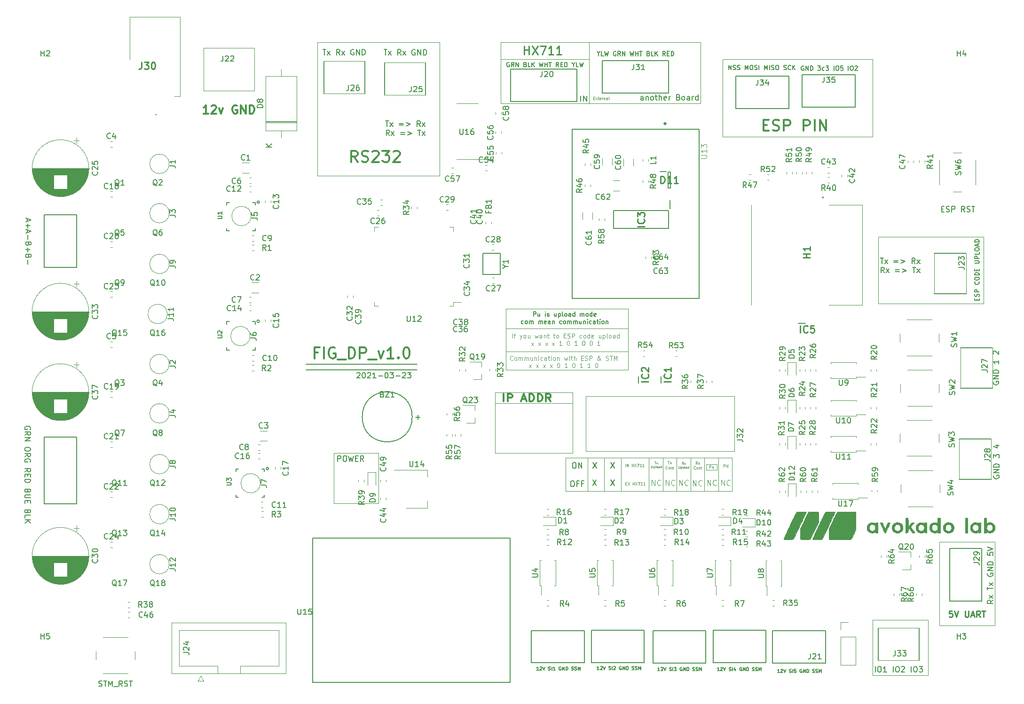
<source format=gbr>
%TF.GenerationSoftware,KiCad,Pcbnew,(5.1.6)-1*%
%TF.CreationDate,2021-03-23T13:45:05+09:00*%
%TF.ProjectId,FIG_DISPENSER_v1.0,4649475f-4449-4535-9045-4e5345525f76,rev?*%
%TF.SameCoordinates,Original*%
%TF.FileFunction,Legend,Top*%
%TF.FilePolarity,Positive*%
%FSLAX46Y46*%
G04 Gerber Fmt 4.6, Leading zero omitted, Abs format (unit mm)*
G04 Created by KiCad (PCBNEW (5.1.6)-1) date 2021-03-23 13:45:05*
%MOMM*%
%LPD*%
G01*
G04 APERTURE LIST*
%ADD10C,0.150000*%
%ADD11C,0.200000*%
%ADD12C,0.300000*%
%ADD13C,0.120000*%
%ADD14C,0.275000*%
%ADD15C,0.125000*%
%ADD16C,0.250000*%
%ADD17C,0.100000*%
%ADD18C,0.010000*%
%ADD19C,0.127000*%
%ADD20C,0.254000*%
%ADD21C,0.015000*%
G04 APERTURE END LIST*
D10*
X96142857Y-83547619D02*
X96190476Y-83500000D01*
X96285714Y-83452380D01*
X96523809Y-83452380D01*
X96619047Y-83500000D01*
X96666666Y-83547619D01*
X96714285Y-83642857D01*
X96714285Y-83738095D01*
X96666666Y-83880952D01*
X96095238Y-84452380D01*
X96714285Y-84452380D01*
X97333333Y-83452380D02*
X97428571Y-83452380D01*
X97523809Y-83500000D01*
X97571428Y-83547619D01*
X97619047Y-83642857D01*
X97666666Y-83833333D01*
X97666666Y-84071428D01*
X97619047Y-84261904D01*
X97571428Y-84357142D01*
X97523809Y-84404761D01*
X97428571Y-84452380D01*
X97333333Y-84452380D01*
X97238095Y-84404761D01*
X97190476Y-84357142D01*
X97142857Y-84261904D01*
X97095238Y-84071428D01*
X97095238Y-83833333D01*
X97142857Y-83642857D01*
X97190476Y-83547619D01*
X97238095Y-83500000D01*
X97333333Y-83452380D01*
X98047619Y-83547619D02*
X98095238Y-83500000D01*
X98190476Y-83452380D01*
X98428571Y-83452380D01*
X98523809Y-83500000D01*
X98571428Y-83547619D01*
X98619047Y-83642857D01*
X98619047Y-83738095D01*
X98571428Y-83880952D01*
X98000000Y-84452380D01*
X98619047Y-84452380D01*
X99571428Y-84452380D02*
X99000000Y-84452380D01*
X99285714Y-84452380D02*
X99285714Y-83452380D01*
X99190476Y-83595238D01*
X99095238Y-83690476D01*
X99000000Y-83738095D01*
X100000000Y-84071428D02*
X100761904Y-84071428D01*
X101428571Y-83452380D02*
X101523809Y-83452380D01*
X101619047Y-83500000D01*
X101666666Y-83547619D01*
X101714285Y-83642857D01*
X101761904Y-83833333D01*
X101761904Y-84071428D01*
X101714285Y-84261904D01*
X101666666Y-84357142D01*
X101619047Y-84404761D01*
X101523809Y-84452380D01*
X101428571Y-84452380D01*
X101333333Y-84404761D01*
X101285714Y-84357142D01*
X101238095Y-84261904D01*
X101190476Y-84071428D01*
X101190476Y-83833333D01*
X101238095Y-83642857D01*
X101285714Y-83547619D01*
X101333333Y-83500000D01*
X101428571Y-83452380D01*
X102095238Y-83452380D02*
X102714285Y-83452380D01*
X102380952Y-83833333D01*
X102523809Y-83833333D01*
X102619047Y-83880952D01*
X102666666Y-83928571D01*
X102714285Y-84023809D01*
X102714285Y-84261904D01*
X102666666Y-84357142D01*
X102619047Y-84404761D01*
X102523809Y-84452380D01*
X102238095Y-84452380D01*
X102142857Y-84404761D01*
X102095238Y-84357142D01*
X103142857Y-84071428D02*
X103904761Y-84071428D01*
X104333333Y-83547619D02*
X104380952Y-83500000D01*
X104476190Y-83452380D01*
X104714285Y-83452380D01*
X104809523Y-83500000D01*
X104857142Y-83547619D01*
X104904761Y-83642857D01*
X104904761Y-83738095D01*
X104857142Y-83880952D01*
X104285714Y-84452380D01*
X104904761Y-84452380D01*
X105238095Y-83452380D02*
X105857142Y-83452380D01*
X105523809Y-83833333D01*
X105666666Y-83833333D01*
X105761904Y-83880952D01*
X105809523Y-83928571D01*
X105857142Y-84023809D01*
X105857142Y-84261904D01*
X105809523Y-84357142D01*
X105761904Y-84404761D01*
X105666666Y-84452380D01*
X105380952Y-84452380D01*
X105285714Y-84404761D01*
X105238095Y-84357142D01*
D11*
X87000000Y-83000000D02*
X107000000Y-83000000D01*
X87000000Y-82000000D02*
X107000000Y-82000000D01*
D12*
X89142857Y-79857142D02*
X88476190Y-79857142D01*
X88476190Y-80904761D02*
X88476190Y-78904761D01*
X89428571Y-78904761D01*
X90190476Y-80904761D02*
X90190476Y-78904761D01*
X92190476Y-79000000D02*
X92000000Y-78904761D01*
X91714285Y-78904761D01*
X91428571Y-79000000D01*
X91238095Y-79190476D01*
X91142857Y-79380952D01*
X91047619Y-79761904D01*
X91047619Y-80047619D01*
X91142857Y-80428571D01*
X91238095Y-80619047D01*
X91428571Y-80809523D01*
X91714285Y-80904761D01*
X91904761Y-80904761D01*
X92190476Y-80809523D01*
X92285714Y-80714285D01*
X92285714Y-80047619D01*
X91904761Y-80047619D01*
X92666666Y-81095238D02*
X94190476Y-81095238D01*
X94666666Y-80904761D02*
X94666666Y-78904761D01*
X95142857Y-78904761D01*
X95428571Y-79000000D01*
X95619047Y-79190476D01*
X95714285Y-79380952D01*
X95809523Y-79761904D01*
X95809523Y-80047619D01*
X95714285Y-80428571D01*
X95619047Y-80619047D01*
X95428571Y-80809523D01*
X95142857Y-80904761D01*
X94666666Y-80904761D01*
X96666666Y-80904761D02*
X96666666Y-78904761D01*
X97428571Y-78904761D01*
X97619047Y-79000000D01*
X97714285Y-79095238D01*
X97809523Y-79285714D01*
X97809523Y-79571428D01*
X97714285Y-79761904D01*
X97619047Y-79857142D01*
X97428571Y-79952380D01*
X96666666Y-79952380D01*
X98190476Y-81095238D02*
X99714285Y-81095238D01*
X100000000Y-79571428D02*
X100476190Y-80904761D01*
X100952380Y-79571428D01*
X102761904Y-80904761D02*
X101619047Y-80904761D01*
X102190476Y-80904761D02*
X102190476Y-78904761D01*
X102000000Y-79190476D01*
X101809523Y-79380952D01*
X101619047Y-79476190D01*
X103619047Y-80714285D02*
X103714285Y-80809523D01*
X103619047Y-80904761D01*
X103523809Y-80809523D01*
X103619047Y-80714285D01*
X103619047Y-80904761D01*
X104952380Y-78904761D02*
X105142857Y-78904761D01*
X105333333Y-79000000D01*
X105428571Y-79095238D01*
X105523809Y-79285714D01*
X105619047Y-79666666D01*
X105619047Y-80142857D01*
X105523809Y-80523809D01*
X105428571Y-80714285D01*
X105333333Y-80809523D01*
X105142857Y-80904761D01*
X104952380Y-80904761D01*
X104761904Y-80809523D01*
X104666666Y-80714285D01*
X104571428Y-80523809D01*
X104476190Y-80142857D01*
X104476190Y-79666666D01*
X104571428Y-79285714D01*
X104666666Y-79095238D01*
X104761904Y-79000000D01*
X104952380Y-78904761D01*
D13*
X199000000Y-128000000D02*
X189000000Y-128000000D01*
X199000000Y-138000000D02*
X199000000Y-128000000D01*
X189000000Y-138000000D02*
X199000000Y-138000000D01*
X189000000Y-128000000D02*
X189000000Y-138000000D01*
D14*
X203354761Y-126397619D02*
X202830952Y-126397619D01*
X202778571Y-126921428D01*
X202830952Y-126869047D01*
X202935714Y-126816666D01*
X203197619Y-126816666D01*
X203302380Y-126869047D01*
X203354761Y-126921428D01*
X203407142Y-127026190D01*
X203407142Y-127288095D01*
X203354761Y-127392857D01*
X203302380Y-127445238D01*
X203197619Y-127497619D01*
X202935714Y-127497619D01*
X202830952Y-127445238D01*
X202778571Y-127392857D01*
X203721428Y-126397619D02*
X204088095Y-127497619D01*
X204454761Y-126397619D01*
X205659523Y-126397619D02*
X205659523Y-127288095D01*
X205711904Y-127392857D01*
X205764285Y-127445238D01*
X205869047Y-127497619D01*
X206078571Y-127497619D01*
X206183333Y-127445238D01*
X206235714Y-127392857D01*
X206288095Y-127288095D01*
X206288095Y-126397619D01*
X206759523Y-127183333D02*
X207283333Y-127183333D01*
X206654761Y-127497619D02*
X207021428Y-126397619D01*
X207388095Y-127497619D01*
X208383333Y-127497619D02*
X208016666Y-126973809D01*
X207754761Y-127497619D02*
X207754761Y-126397619D01*
X208173809Y-126397619D01*
X208278571Y-126450000D01*
X208330952Y-126502380D01*
X208383333Y-126607142D01*
X208383333Y-126764285D01*
X208330952Y-126869047D01*
X208278571Y-126921428D01*
X208173809Y-126973809D01*
X207754761Y-126973809D01*
X208697619Y-126397619D02*
X209326190Y-126397619D01*
X209011904Y-127497619D02*
X209011904Y-126397619D01*
D13*
X201000000Y-114000000D02*
X201000000Y-129000000D01*
X211000000Y-114000000D02*
X201000000Y-114000000D01*
X211000000Y-129000000D02*
X211000000Y-114000000D01*
X201000000Y-129000000D02*
X211000000Y-129000000D01*
X190000000Y-71000000D02*
X192000000Y-71000000D01*
X190000000Y-59000000D02*
X190000000Y-71000000D01*
X209000000Y-59000000D02*
X190000000Y-59000000D01*
X209000000Y-71000000D02*
X209000000Y-59000000D01*
X192000000Y-71000000D02*
X209000000Y-71000000D01*
X189000000Y-27000000D02*
X162000000Y-27000000D01*
X189000000Y-41000000D02*
X189000000Y-27000000D01*
X162000000Y-41000000D02*
X189000000Y-41000000D01*
X162000000Y-27000000D02*
X162000000Y-41000000D01*
D12*
X169333333Y-38857142D02*
X170000000Y-38857142D01*
X170285714Y-39904761D02*
X169333333Y-39904761D01*
X169333333Y-37904761D01*
X170285714Y-37904761D01*
X171047619Y-39809523D02*
X171333333Y-39904761D01*
X171809523Y-39904761D01*
X172000000Y-39809523D01*
X172095238Y-39714285D01*
X172190476Y-39523809D01*
X172190476Y-39333333D01*
X172095238Y-39142857D01*
X172000000Y-39047619D01*
X171809523Y-38952380D01*
X171428571Y-38857142D01*
X171238095Y-38761904D01*
X171142857Y-38666666D01*
X171047619Y-38476190D01*
X171047619Y-38285714D01*
X171142857Y-38095238D01*
X171238095Y-38000000D01*
X171428571Y-37904761D01*
X171904761Y-37904761D01*
X172190476Y-38000000D01*
X173047619Y-39904761D02*
X173047619Y-37904761D01*
X173809523Y-37904761D01*
X174000000Y-38000000D01*
X174095238Y-38095238D01*
X174190476Y-38285714D01*
X174190476Y-38571428D01*
X174095238Y-38761904D01*
X174000000Y-38857142D01*
X173809523Y-38952380D01*
X173047619Y-38952380D01*
X176571428Y-39904761D02*
X176571428Y-37904761D01*
X177333333Y-37904761D01*
X177523809Y-38000000D01*
X177619047Y-38095238D01*
X177714285Y-38285714D01*
X177714285Y-38571428D01*
X177619047Y-38761904D01*
X177523809Y-38857142D01*
X177333333Y-38952380D01*
X176571428Y-38952380D01*
X178571428Y-39904761D02*
X178571428Y-37904761D01*
X179523809Y-39904761D02*
X179523809Y-37904761D01*
X180666666Y-39904761D01*
X180666666Y-37904761D01*
D15*
X138695238Y-34039285D02*
X138861904Y-34039285D01*
X138933333Y-34301190D02*
X138695238Y-34301190D01*
X138695238Y-33801190D01*
X138933333Y-33801190D01*
X139100000Y-34301190D02*
X139361904Y-33967857D01*
X139100000Y-33967857D02*
X139361904Y-34301190D01*
X139480952Y-33967857D02*
X139671428Y-33967857D01*
X139552380Y-33801190D02*
X139552380Y-34229761D01*
X139576190Y-34277380D01*
X139623809Y-34301190D01*
X139671428Y-34301190D01*
X140028571Y-34277380D02*
X139980952Y-34301190D01*
X139885714Y-34301190D01*
X139838095Y-34277380D01*
X139814285Y-34229761D01*
X139814285Y-34039285D01*
X139838095Y-33991666D01*
X139885714Y-33967857D01*
X139980952Y-33967857D01*
X140028571Y-33991666D01*
X140052380Y-34039285D01*
X140052380Y-34086904D01*
X139814285Y-34134523D01*
X140266666Y-34301190D02*
X140266666Y-33967857D01*
X140266666Y-34063095D02*
X140290476Y-34015476D01*
X140314285Y-33991666D01*
X140361904Y-33967857D01*
X140409523Y-33967857D01*
X140576190Y-33967857D02*
X140576190Y-34301190D01*
X140576190Y-34015476D02*
X140600000Y-33991666D01*
X140647619Y-33967857D01*
X140719047Y-33967857D01*
X140766666Y-33991666D01*
X140790476Y-34039285D01*
X140790476Y-34301190D01*
X141242857Y-34301190D02*
X141242857Y-34039285D01*
X141219047Y-33991666D01*
X141171428Y-33967857D01*
X141076190Y-33967857D01*
X141028571Y-33991666D01*
X141242857Y-34277380D02*
X141195238Y-34301190D01*
X141076190Y-34301190D01*
X141028571Y-34277380D01*
X141004761Y-34229761D01*
X141004761Y-34182142D01*
X141028571Y-34134523D01*
X141076190Y-34110714D01*
X141195238Y-34110714D01*
X141242857Y-34086904D01*
X141552380Y-34301190D02*
X141504761Y-34277380D01*
X141480952Y-34229761D01*
X141480952Y-33801190D01*
D10*
X136451190Y-34577380D02*
X136451190Y-33577380D01*
X136927380Y-34577380D02*
X136927380Y-33577380D01*
X137498809Y-34577380D01*
X137498809Y-33577380D01*
D13*
X138000000Y-27000000D02*
X138000000Y-35050000D01*
D16*
X126289285Y-26128571D02*
X126289285Y-24628571D01*
X126289285Y-25342857D02*
X127146428Y-25342857D01*
X127146428Y-26128571D02*
X127146428Y-24628571D01*
X127717857Y-24628571D02*
X128717857Y-26128571D01*
X128717857Y-24628571D02*
X127717857Y-26128571D01*
X129146428Y-24628571D02*
X130146428Y-24628571D01*
X129503571Y-26128571D01*
X131503571Y-26128571D02*
X130646428Y-26128571D01*
X131075000Y-26128571D02*
X131075000Y-24628571D01*
X130932142Y-24842857D01*
X130789285Y-24985714D01*
X130646428Y-25057142D01*
X132932142Y-26128571D02*
X132075000Y-26128571D01*
X132503571Y-26128571D02*
X132503571Y-24628571D01*
X132360714Y-24842857D01*
X132217857Y-24985714D01*
X132075000Y-25057142D01*
D13*
X138000000Y-27000000D02*
X138000000Y-24000000D01*
X122000000Y-27000000D02*
X138000000Y-27000000D01*
X158000000Y-24000000D02*
X122000000Y-24000000D01*
X158000000Y-35000000D02*
X158000000Y-24000000D01*
X122000000Y-35000000D02*
X158000000Y-35000000D01*
X122000000Y-24000000D02*
X122000000Y-35000000D01*
X89000000Y-48000000D02*
X89000000Y-24000000D01*
X111000000Y-48000000D02*
X89000000Y-48000000D01*
X111000000Y-24000000D02*
X111000000Y-48000000D01*
X89000000Y-24000000D02*
X111000000Y-24000000D01*
D12*
X96269523Y-45514761D02*
X95602857Y-44562380D01*
X95126666Y-45514761D02*
X95126666Y-43514761D01*
X95888571Y-43514761D01*
X96079047Y-43610000D01*
X96174285Y-43705238D01*
X96269523Y-43895714D01*
X96269523Y-44181428D01*
X96174285Y-44371904D01*
X96079047Y-44467142D01*
X95888571Y-44562380D01*
X95126666Y-44562380D01*
X97031428Y-45419523D02*
X97317142Y-45514761D01*
X97793333Y-45514761D01*
X97983809Y-45419523D01*
X98079047Y-45324285D01*
X98174285Y-45133809D01*
X98174285Y-44943333D01*
X98079047Y-44752857D01*
X97983809Y-44657619D01*
X97793333Y-44562380D01*
X97412380Y-44467142D01*
X97221904Y-44371904D01*
X97126666Y-44276666D01*
X97031428Y-44086190D01*
X97031428Y-43895714D01*
X97126666Y-43705238D01*
X97221904Y-43610000D01*
X97412380Y-43514761D01*
X97888571Y-43514761D01*
X98174285Y-43610000D01*
X98936190Y-43705238D02*
X99031428Y-43610000D01*
X99221904Y-43514761D01*
X99698095Y-43514761D01*
X99888571Y-43610000D01*
X99983809Y-43705238D01*
X100079047Y-43895714D01*
X100079047Y-44086190D01*
X99983809Y-44371904D01*
X98840952Y-45514761D01*
X100079047Y-45514761D01*
X100745714Y-43514761D02*
X101983809Y-43514761D01*
X101317142Y-44276666D01*
X101602857Y-44276666D01*
X101793333Y-44371904D01*
X101888571Y-44467142D01*
X101983809Y-44657619D01*
X101983809Y-45133809D01*
X101888571Y-45324285D01*
X101793333Y-45419523D01*
X101602857Y-45514761D01*
X101031428Y-45514761D01*
X100840952Y-45419523D01*
X100745714Y-45324285D01*
X102745714Y-43705238D02*
X102840952Y-43610000D01*
X103031428Y-43514761D01*
X103507619Y-43514761D01*
X103698095Y-43610000D01*
X103793333Y-43705238D01*
X103888571Y-43895714D01*
X103888571Y-44086190D01*
X103793333Y-44371904D01*
X102650476Y-45514761D01*
X103888571Y-45514761D01*
D13*
X144990000Y-79700000D02*
X122990000Y-79700000D01*
X122990000Y-75530000D02*
X144990000Y-75530000D01*
X145000000Y-72000000D02*
X123000000Y-72000000D01*
X145000000Y-83000000D02*
X145000000Y-72000000D01*
X123000000Y-83000000D02*
X145000000Y-83000000D01*
X123000000Y-72000000D02*
X123000000Y-83000000D01*
X121000000Y-89000000D02*
X135000000Y-89000000D01*
X135000000Y-87000000D02*
X121000000Y-87000000D01*
X135000000Y-98000000D02*
X135000000Y-87000000D01*
X121000000Y-98000000D02*
X135000000Y-98000000D01*
X121000000Y-87000000D02*
X121000000Y-98000000D01*
D12*
X122555714Y-88628095D02*
X122555714Y-87328095D01*
X123270000Y-88628095D02*
X123270000Y-87328095D01*
X123841428Y-87328095D01*
X123984285Y-87390000D01*
X124055714Y-87451904D01*
X124127142Y-87575714D01*
X124127142Y-87761428D01*
X124055714Y-87885238D01*
X123984285Y-87947142D01*
X123841428Y-88009047D01*
X123270000Y-88009047D01*
X125841428Y-88256666D02*
X126555714Y-88256666D01*
X125698571Y-88628095D02*
X126198571Y-87328095D01*
X126698571Y-88628095D01*
X127198571Y-88628095D02*
X127198571Y-87328095D01*
X127555714Y-87328095D01*
X127770000Y-87390000D01*
X127912857Y-87513809D01*
X127984285Y-87637619D01*
X128055714Y-87885238D01*
X128055714Y-88070952D01*
X127984285Y-88318571D01*
X127912857Y-88442380D01*
X127770000Y-88566190D01*
X127555714Y-88628095D01*
X127198571Y-88628095D01*
X128698571Y-88628095D02*
X128698571Y-87328095D01*
X129055714Y-87328095D01*
X129270000Y-87390000D01*
X129412857Y-87513809D01*
X129484285Y-87637619D01*
X129555714Y-87885238D01*
X129555714Y-88070952D01*
X129484285Y-88318571D01*
X129412857Y-88442380D01*
X129270000Y-88566190D01*
X129055714Y-88628095D01*
X128698571Y-88628095D01*
X131055714Y-88628095D02*
X130555714Y-88009047D01*
X130198571Y-88628095D02*
X130198571Y-87328095D01*
X130770000Y-87328095D01*
X130912857Y-87390000D01*
X130984285Y-87451904D01*
X131055714Y-87575714D01*
X131055714Y-87761428D01*
X130984285Y-87885238D01*
X130912857Y-87947142D01*
X130770000Y-88009047D01*
X130198571Y-88009047D01*
D10*
X127950952Y-73316904D02*
X127950952Y-72516904D01*
X128255714Y-72516904D01*
X128331904Y-72555000D01*
X128370000Y-72593095D01*
X128408095Y-72669285D01*
X128408095Y-72783571D01*
X128370000Y-72859761D01*
X128331904Y-72897857D01*
X128255714Y-72935952D01*
X127950952Y-72935952D01*
X129093809Y-72783571D02*
X129093809Y-73316904D01*
X128750952Y-72783571D02*
X128750952Y-73202619D01*
X128789047Y-73278809D01*
X128865238Y-73316904D01*
X128979523Y-73316904D01*
X129055714Y-73278809D01*
X129093809Y-73240714D01*
X130084285Y-73316904D02*
X130084285Y-72783571D01*
X130084285Y-72516904D02*
X130046190Y-72555000D01*
X130084285Y-72593095D01*
X130122380Y-72555000D01*
X130084285Y-72516904D01*
X130084285Y-72593095D01*
X130427142Y-73278809D02*
X130503333Y-73316904D01*
X130655714Y-73316904D01*
X130731904Y-73278809D01*
X130770000Y-73202619D01*
X130770000Y-73164523D01*
X130731904Y-73088333D01*
X130655714Y-73050238D01*
X130541428Y-73050238D01*
X130465238Y-73012142D01*
X130427142Y-72935952D01*
X130427142Y-72897857D01*
X130465238Y-72821666D01*
X130541428Y-72783571D01*
X130655714Y-72783571D01*
X130731904Y-72821666D01*
X132065238Y-72783571D02*
X132065238Y-73316904D01*
X131722380Y-72783571D02*
X131722380Y-73202619D01*
X131760476Y-73278809D01*
X131836666Y-73316904D01*
X131950952Y-73316904D01*
X132027142Y-73278809D01*
X132065238Y-73240714D01*
X132446190Y-72783571D02*
X132446190Y-73583571D01*
X132446190Y-72821666D02*
X132522380Y-72783571D01*
X132674761Y-72783571D01*
X132750952Y-72821666D01*
X132789047Y-72859761D01*
X132827142Y-72935952D01*
X132827142Y-73164523D01*
X132789047Y-73240714D01*
X132750952Y-73278809D01*
X132674761Y-73316904D01*
X132522380Y-73316904D01*
X132446190Y-73278809D01*
X133284285Y-73316904D02*
X133208095Y-73278809D01*
X133170000Y-73202619D01*
X133170000Y-72516904D01*
X133703333Y-73316904D02*
X133627142Y-73278809D01*
X133589047Y-73240714D01*
X133550952Y-73164523D01*
X133550952Y-72935952D01*
X133589047Y-72859761D01*
X133627142Y-72821666D01*
X133703333Y-72783571D01*
X133817619Y-72783571D01*
X133893809Y-72821666D01*
X133931904Y-72859761D01*
X133970000Y-72935952D01*
X133970000Y-73164523D01*
X133931904Y-73240714D01*
X133893809Y-73278809D01*
X133817619Y-73316904D01*
X133703333Y-73316904D01*
X134655714Y-73316904D02*
X134655714Y-72897857D01*
X134617619Y-72821666D01*
X134541428Y-72783571D01*
X134389047Y-72783571D01*
X134312857Y-72821666D01*
X134655714Y-73278809D02*
X134579523Y-73316904D01*
X134389047Y-73316904D01*
X134312857Y-73278809D01*
X134274761Y-73202619D01*
X134274761Y-73126428D01*
X134312857Y-73050238D01*
X134389047Y-73012142D01*
X134579523Y-73012142D01*
X134655714Y-72974047D01*
X135379523Y-73316904D02*
X135379523Y-72516904D01*
X135379523Y-73278809D02*
X135303333Y-73316904D01*
X135150952Y-73316904D01*
X135074761Y-73278809D01*
X135036666Y-73240714D01*
X134998571Y-73164523D01*
X134998571Y-72935952D01*
X135036666Y-72859761D01*
X135074761Y-72821666D01*
X135150952Y-72783571D01*
X135303333Y-72783571D01*
X135379523Y-72821666D01*
X136370000Y-73316904D02*
X136370000Y-72783571D01*
X136370000Y-72859761D02*
X136408095Y-72821666D01*
X136484285Y-72783571D01*
X136598571Y-72783571D01*
X136674761Y-72821666D01*
X136712857Y-72897857D01*
X136712857Y-73316904D01*
X136712857Y-72897857D02*
X136750952Y-72821666D01*
X136827142Y-72783571D01*
X136941428Y-72783571D01*
X137017619Y-72821666D01*
X137055714Y-72897857D01*
X137055714Y-73316904D01*
X137550952Y-73316904D02*
X137474761Y-73278809D01*
X137436666Y-73240714D01*
X137398571Y-73164523D01*
X137398571Y-72935952D01*
X137436666Y-72859761D01*
X137474761Y-72821666D01*
X137550952Y-72783571D01*
X137665238Y-72783571D01*
X137741428Y-72821666D01*
X137779523Y-72859761D01*
X137817619Y-72935952D01*
X137817619Y-73164523D01*
X137779523Y-73240714D01*
X137741428Y-73278809D01*
X137665238Y-73316904D01*
X137550952Y-73316904D01*
X138503333Y-73316904D02*
X138503333Y-72516904D01*
X138503333Y-73278809D02*
X138427142Y-73316904D01*
X138274761Y-73316904D01*
X138198571Y-73278809D01*
X138160476Y-73240714D01*
X138122380Y-73164523D01*
X138122380Y-72935952D01*
X138160476Y-72859761D01*
X138198571Y-72821666D01*
X138274761Y-72783571D01*
X138427142Y-72783571D01*
X138503333Y-72821666D01*
X139189047Y-73278809D02*
X139112857Y-73316904D01*
X138960476Y-73316904D01*
X138884285Y-73278809D01*
X138846190Y-73202619D01*
X138846190Y-72897857D01*
X138884285Y-72821666D01*
X138960476Y-72783571D01*
X139112857Y-72783571D01*
X139189047Y-72821666D01*
X139227142Y-72897857D01*
X139227142Y-72974047D01*
X138846190Y-73050238D01*
X126122380Y-74628809D02*
X126046190Y-74666904D01*
X125893809Y-74666904D01*
X125817619Y-74628809D01*
X125779523Y-74590714D01*
X125741428Y-74514523D01*
X125741428Y-74285952D01*
X125779523Y-74209761D01*
X125817619Y-74171666D01*
X125893809Y-74133571D01*
X126046190Y-74133571D01*
X126122380Y-74171666D01*
X126579523Y-74666904D02*
X126503333Y-74628809D01*
X126465238Y-74590714D01*
X126427142Y-74514523D01*
X126427142Y-74285952D01*
X126465238Y-74209761D01*
X126503333Y-74171666D01*
X126579523Y-74133571D01*
X126693809Y-74133571D01*
X126770000Y-74171666D01*
X126808095Y-74209761D01*
X126846190Y-74285952D01*
X126846190Y-74514523D01*
X126808095Y-74590714D01*
X126770000Y-74628809D01*
X126693809Y-74666904D01*
X126579523Y-74666904D01*
X127189047Y-74666904D02*
X127189047Y-74133571D01*
X127189047Y-74209761D02*
X127227142Y-74171666D01*
X127303333Y-74133571D01*
X127417619Y-74133571D01*
X127493809Y-74171666D01*
X127531904Y-74247857D01*
X127531904Y-74666904D01*
X127531904Y-74247857D02*
X127570000Y-74171666D01*
X127646190Y-74133571D01*
X127760476Y-74133571D01*
X127836666Y-74171666D01*
X127874761Y-74247857D01*
X127874761Y-74666904D01*
X128865238Y-74666904D02*
X128865238Y-74133571D01*
X128865238Y-74209761D02*
X128903333Y-74171666D01*
X128979523Y-74133571D01*
X129093809Y-74133571D01*
X129170000Y-74171666D01*
X129208095Y-74247857D01*
X129208095Y-74666904D01*
X129208095Y-74247857D02*
X129246190Y-74171666D01*
X129322380Y-74133571D01*
X129436666Y-74133571D01*
X129512857Y-74171666D01*
X129550952Y-74247857D01*
X129550952Y-74666904D01*
X130236666Y-74628809D02*
X130160476Y-74666904D01*
X130008095Y-74666904D01*
X129931904Y-74628809D01*
X129893809Y-74552619D01*
X129893809Y-74247857D01*
X129931904Y-74171666D01*
X130008095Y-74133571D01*
X130160476Y-74133571D01*
X130236666Y-74171666D01*
X130274761Y-74247857D01*
X130274761Y-74324047D01*
X129893809Y-74400238D01*
X130960476Y-74666904D02*
X130960476Y-74247857D01*
X130922380Y-74171666D01*
X130846190Y-74133571D01*
X130693809Y-74133571D01*
X130617619Y-74171666D01*
X130960476Y-74628809D02*
X130884285Y-74666904D01*
X130693809Y-74666904D01*
X130617619Y-74628809D01*
X130579523Y-74552619D01*
X130579523Y-74476428D01*
X130617619Y-74400238D01*
X130693809Y-74362142D01*
X130884285Y-74362142D01*
X130960476Y-74324047D01*
X131341428Y-74133571D02*
X131341428Y-74666904D01*
X131341428Y-74209761D02*
X131379523Y-74171666D01*
X131455714Y-74133571D01*
X131570000Y-74133571D01*
X131646190Y-74171666D01*
X131684285Y-74247857D01*
X131684285Y-74666904D01*
X133017619Y-74628809D02*
X132941428Y-74666904D01*
X132789047Y-74666904D01*
X132712857Y-74628809D01*
X132674761Y-74590714D01*
X132636666Y-74514523D01*
X132636666Y-74285952D01*
X132674761Y-74209761D01*
X132712857Y-74171666D01*
X132789047Y-74133571D01*
X132941428Y-74133571D01*
X133017619Y-74171666D01*
X133474761Y-74666904D02*
X133398571Y-74628809D01*
X133360476Y-74590714D01*
X133322380Y-74514523D01*
X133322380Y-74285952D01*
X133360476Y-74209761D01*
X133398571Y-74171666D01*
X133474761Y-74133571D01*
X133589047Y-74133571D01*
X133665238Y-74171666D01*
X133703333Y-74209761D01*
X133741428Y-74285952D01*
X133741428Y-74514523D01*
X133703333Y-74590714D01*
X133665238Y-74628809D01*
X133589047Y-74666904D01*
X133474761Y-74666904D01*
X134084285Y-74666904D02*
X134084285Y-74133571D01*
X134084285Y-74209761D02*
X134122380Y-74171666D01*
X134198571Y-74133571D01*
X134312857Y-74133571D01*
X134389047Y-74171666D01*
X134427142Y-74247857D01*
X134427142Y-74666904D01*
X134427142Y-74247857D02*
X134465238Y-74171666D01*
X134541428Y-74133571D01*
X134655714Y-74133571D01*
X134731904Y-74171666D01*
X134770000Y-74247857D01*
X134770000Y-74666904D01*
X135150952Y-74666904D02*
X135150952Y-74133571D01*
X135150952Y-74209761D02*
X135189047Y-74171666D01*
X135265238Y-74133571D01*
X135379523Y-74133571D01*
X135455714Y-74171666D01*
X135493809Y-74247857D01*
X135493809Y-74666904D01*
X135493809Y-74247857D02*
X135531904Y-74171666D01*
X135608095Y-74133571D01*
X135722380Y-74133571D01*
X135798571Y-74171666D01*
X135836666Y-74247857D01*
X135836666Y-74666904D01*
X136560476Y-74133571D02*
X136560476Y-74666904D01*
X136217619Y-74133571D02*
X136217619Y-74552619D01*
X136255714Y-74628809D01*
X136331904Y-74666904D01*
X136446190Y-74666904D01*
X136522380Y-74628809D01*
X136560476Y-74590714D01*
X136941428Y-74133571D02*
X136941428Y-74666904D01*
X136941428Y-74209761D02*
X136979523Y-74171666D01*
X137055714Y-74133571D01*
X137170000Y-74133571D01*
X137246190Y-74171666D01*
X137284285Y-74247857D01*
X137284285Y-74666904D01*
X137665238Y-74666904D02*
X137665238Y-74133571D01*
X137665238Y-73866904D02*
X137627142Y-73905000D01*
X137665238Y-73943095D01*
X137703333Y-73905000D01*
X137665238Y-73866904D01*
X137665238Y-73943095D01*
X138389047Y-74628809D02*
X138312857Y-74666904D01*
X138160476Y-74666904D01*
X138084285Y-74628809D01*
X138046190Y-74590714D01*
X138008095Y-74514523D01*
X138008095Y-74285952D01*
X138046190Y-74209761D01*
X138084285Y-74171666D01*
X138160476Y-74133571D01*
X138312857Y-74133571D01*
X138389047Y-74171666D01*
X139074761Y-74666904D02*
X139074761Y-74247857D01*
X139036666Y-74171666D01*
X138960476Y-74133571D01*
X138808095Y-74133571D01*
X138731904Y-74171666D01*
X139074761Y-74628809D02*
X138998571Y-74666904D01*
X138808095Y-74666904D01*
X138731904Y-74628809D01*
X138693809Y-74552619D01*
X138693809Y-74476428D01*
X138731904Y-74400238D01*
X138808095Y-74362142D01*
X138998571Y-74362142D01*
X139074761Y-74324047D01*
X139341428Y-74133571D02*
X139646190Y-74133571D01*
X139455714Y-73866904D02*
X139455714Y-74552619D01*
X139493809Y-74628809D01*
X139570000Y-74666904D01*
X139646190Y-74666904D01*
X139912857Y-74666904D02*
X139912857Y-74133571D01*
X139912857Y-73866904D02*
X139874761Y-73905000D01*
X139912857Y-73943095D01*
X139950952Y-73905000D01*
X139912857Y-73866904D01*
X139912857Y-73943095D01*
X140408095Y-74666904D02*
X140331904Y-74628809D01*
X140293809Y-74590714D01*
X140255714Y-74514523D01*
X140255714Y-74285952D01*
X140293809Y-74209761D01*
X140331904Y-74171666D01*
X140408095Y-74133571D01*
X140522380Y-74133571D01*
X140598571Y-74171666D01*
X140636666Y-74209761D01*
X140674761Y-74285952D01*
X140674761Y-74514523D01*
X140636666Y-74590714D01*
X140598571Y-74628809D01*
X140522380Y-74666904D01*
X140408095Y-74666904D01*
X141017619Y-74133571D02*
X141017619Y-74666904D01*
X141017619Y-74209761D02*
X141055714Y-74171666D01*
X141131904Y-74133571D01*
X141246190Y-74133571D01*
X141322380Y-74171666D01*
X141360476Y-74247857D01*
X141360476Y-74666904D01*
D13*
X161000000Y-100000000D02*
X159000000Y-100000000D01*
X161000000Y-101000000D02*
X161000000Y-100000000D01*
X159000000Y-101000000D02*
X161000000Y-101000000D01*
X159000000Y-100000000D02*
X159000000Y-101000000D01*
D15*
X124207142Y-81173214D02*
X124169047Y-81211309D01*
X124054761Y-81249404D01*
X123978571Y-81249404D01*
X123864285Y-81211309D01*
X123788095Y-81135119D01*
X123750000Y-81058928D01*
X123711904Y-80906547D01*
X123711904Y-80792261D01*
X123750000Y-80639880D01*
X123788095Y-80563690D01*
X123864285Y-80487500D01*
X123978571Y-80449404D01*
X124054761Y-80449404D01*
X124169047Y-80487500D01*
X124207142Y-80525595D01*
X124664285Y-81249404D02*
X124588095Y-81211309D01*
X124550000Y-81173214D01*
X124511904Y-81097023D01*
X124511904Y-80868452D01*
X124550000Y-80792261D01*
X124588095Y-80754166D01*
X124664285Y-80716071D01*
X124778571Y-80716071D01*
X124854761Y-80754166D01*
X124892857Y-80792261D01*
X124930952Y-80868452D01*
X124930952Y-81097023D01*
X124892857Y-81173214D01*
X124854761Y-81211309D01*
X124778571Y-81249404D01*
X124664285Y-81249404D01*
X125273809Y-81249404D02*
X125273809Y-80716071D01*
X125273809Y-80792261D02*
X125311904Y-80754166D01*
X125388095Y-80716071D01*
X125502380Y-80716071D01*
X125578571Y-80754166D01*
X125616666Y-80830357D01*
X125616666Y-81249404D01*
X125616666Y-80830357D02*
X125654761Y-80754166D01*
X125730952Y-80716071D01*
X125845238Y-80716071D01*
X125921428Y-80754166D01*
X125959523Y-80830357D01*
X125959523Y-81249404D01*
X126340476Y-81249404D02*
X126340476Y-80716071D01*
X126340476Y-80792261D02*
X126378571Y-80754166D01*
X126454761Y-80716071D01*
X126569047Y-80716071D01*
X126645238Y-80754166D01*
X126683333Y-80830357D01*
X126683333Y-81249404D01*
X126683333Y-80830357D02*
X126721428Y-80754166D01*
X126797619Y-80716071D01*
X126911904Y-80716071D01*
X126988095Y-80754166D01*
X127026190Y-80830357D01*
X127026190Y-81249404D01*
X127750000Y-80716071D02*
X127750000Y-81249404D01*
X127407142Y-80716071D02*
X127407142Y-81135119D01*
X127445238Y-81211309D01*
X127521428Y-81249404D01*
X127635714Y-81249404D01*
X127711904Y-81211309D01*
X127750000Y-81173214D01*
X128130952Y-80716071D02*
X128130952Y-81249404D01*
X128130952Y-80792261D02*
X128169047Y-80754166D01*
X128245238Y-80716071D01*
X128359523Y-80716071D01*
X128435714Y-80754166D01*
X128473809Y-80830357D01*
X128473809Y-81249404D01*
X128854761Y-81249404D02*
X128854761Y-80716071D01*
X128854761Y-80449404D02*
X128816666Y-80487500D01*
X128854761Y-80525595D01*
X128892857Y-80487500D01*
X128854761Y-80449404D01*
X128854761Y-80525595D01*
X129578571Y-81211309D02*
X129502380Y-81249404D01*
X129350000Y-81249404D01*
X129273809Y-81211309D01*
X129235714Y-81173214D01*
X129197619Y-81097023D01*
X129197619Y-80868452D01*
X129235714Y-80792261D01*
X129273809Y-80754166D01*
X129350000Y-80716071D01*
X129502380Y-80716071D01*
X129578571Y-80754166D01*
X130264285Y-81249404D02*
X130264285Y-80830357D01*
X130226190Y-80754166D01*
X130150000Y-80716071D01*
X129997619Y-80716071D01*
X129921428Y-80754166D01*
X130264285Y-81211309D02*
X130188095Y-81249404D01*
X129997619Y-81249404D01*
X129921428Y-81211309D01*
X129883333Y-81135119D01*
X129883333Y-81058928D01*
X129921428Y-80982738D01*
X129997619Y-80944642D01*
X130188095Y-80944642D01*
X130264285Y-80906547D01*
X130530952Y-80716071D02*
X130835714Y-80716071D01*
X130645238Y-80449404D02*
X130645238Y-81135119D01*
X130683333Y-81211309D01*
X130759523Y-81249404D01*
X130835714Y-81249404D01*
X131102380Y-81249404D02*
X131102380Y-80716071D01*
X131102380Y-80449404D02*
X131064285Y-80487500D01*
X131102380Y-80525595D01*
X131140476Y-80487500D01*
X131102380Y-80449404D01*
X131102380Y-80525595D01*
X131597619Y-81249404D02*
X131521428Y-81211309D01*
X131483333Y-81173214D01*
X131445238Y-81097023D01*
X131445238Y-80868452D01*
X131483333Y-80792261D01*
X131521428Y-80754166D01*
X131597619Y-80716071D01*
X131711904Y-80716071D01*
X131788095Y-80754166D01*
X131826190Y-80792261D01*
X131864285Y-80868452D01*
X131864285Y-81097023D01*
X131826190Y-81173214D01*
X131788095Y-81211309D01*
X131711904Y-81249404D01*
X131597619Y-81249404D01*
X132207142Y-80716071D02*
X132207142Y-81249404D01*
X132207142Y-80792261D02*
X132245238Y-80754166D01*
X132321428Y-80716071D01*
X132435714Y-80716071D01*
X132511904Y-80754166D01*
X132550000Y-80830357D01*
X132550000Y-81249404D01*
X133464285Y-80716071D02*
X133616666Y-81249404D01*
X133769047Y-80868452D01*
X133921428Y-81249404D01*
X134073809Y-80716071D01*
X134378571Y-81249404D02*
X134378571Y-80716071D01*
X134378571Y-80449404D02*
X134340476Y-80487500D01*
X134378571Y-80525595D01*
X134416666Y-80487500D01*
X134378571Y-80449404D01*
X134378571Y-80525595D01*
X134645238Y-80716071D02*
X134950000Y-80716071D01*
X134759523Y-80449404D02*
X134759523Y-81135119D01*
X134797619Y-81211309D01*
X134873809Y-81249404D01*
X134950000Y-81249404D01*
X135216666Y-81249404D02*
X135216666Y-80449404D01*
X135559523Y-81249404D02*
X135559523Y-80830357D01*
X135521428Y-80754166D01*
X135445238Y-80716071D01*
X135330952Y-80716071D01*
X135254761Y-80754166D01*
X135216666Y-80792261D01*
X136550000Y-80830357D02*
X136816666Y-80830357D01*
X136930952Y-81249404D02*
X136550000Y-81249404D01*
X136550000Y-80449404D01*
X136930952Y-80449404D01*
X137235714Y-81211309D02*
X137350000Y-81249404D01*
X137540476Y-81249404D01*
X137616666Y-81211309D01*
X137654761Y-81173214D01*
X137692857Y-81097023D01*
X137692857Y-81020833D01*
X137654761Y-80944642D01*
X137616666Y-80906547D01*
X137540476Y-80868452D01*
X137388095Y-80830357D01*
X137311904Y-80792261D01*
X137273809Y-80754166D01*
X137235714Y-80677976D01*
X137235714Y-80601785D01*
X137273809Y-80525595D01*
X137311904Y-80487500D01*
X137388095Y-80449404D01*
X137578571Y-80449404D01*
X137692857Y-80487500D01*
X138035714Y-81249404D02*
X138035714Y-80449404D01*
X138340476Y-80449404D01*
X138416666Y-80487500D01*
X138454761Y-80525595D01*
X138492857Y-80601785D01*
X138492857Y-80716071D01*
X138454761Y-80792261D01*
X138416666Y-80830357D01*
X138340476Y-80868452D01*
X138035714Y-80868452D01*
X140092857Y-81249404D02*
X140054761Y-81249404D01*
X139978571Y-81211309D01*
X139864285Y-81097023D01*
X139673809Y-80868452D01*
X139597619Y-80754166D01*
X139559523Y-80639880D01*
X139559523Y-80563690D01*
X139597619Y-80487500D01*
X139673809Y-80449404D01*
X139711904Y-80449404D01*
X139788095Y-80487500D01*
X139826190Y-80563690D01*
X139826190Y-80601785D01*
X139788095Y-80677976D01*
X139750000Y-80716071D01*
X139521428Y-80868452D01*
X139483333Y-80906547D01*
X139445238Y-80982738D01*
X139445238Y-81097023D01*
X139483333Y-81173214D01*
X139521428Y-81211309D01*
X139597619Y-81249404D01*
X139711904Y-81249404D01*
X139788095Y-81211309D01*
X139826190Y-81173214D01*
X139940476Y-81020833D01*
X139978571Y-80906547D01*
X139978571Y-80830357D01*
X141007142Y-81211309D02*
X141121428Y-81249404D01*
X141311904Y-81249404D01*
X141388095Y-81211309D01*
X141426190Y-81173214D01*
X141464285Y-81097023D01*
X141464285Y-81020833D01*
X141426190Y-80944642D01*
X141388095Y-80906547D01*
X141311904Y-80868452D01*
X141159523Y-80830357D01*
X141083333Y-80792261D01*
X141045238Y-80754166D01*
X141007142Y-80677976D01*
X141007142Y-80601785D01*
X141045238Y-80525595D01*
X141083333Y-80487500D01*
X141159523Y-80449404D01*
X141350000Y-80449404D01*
X141464285Y-80487500D01*
X141692857Y-80449404D02*
X142150000Y-80449404D01*
X141921428Y-81249404D02*
X141921428Y-80449404D01*
X142416666Y-81249404D02*
X142416666Y-80449404D01*
X142683333Y-81020833D01*
X142950000Y-80449404D01*
X142950000Y-81249404D01*
X127140476Y-82574404D02*
X127559523Y-82041071D01*
X127140476Y-82041071D02*
X127559523Y-82574404D01*
X128397619Y-82574404D02*
X128816666Y-82041071D01*
X128397619Y-82041071D02*
X128816666Y-82574404D01*
X129654761Y-82574404D02*
X130073809Y-82041071D01*
X129654761Y-82041071D02*
X130073809Y-82574404D01*
X130911904Y-82574404D02*
X131330952Y-82041071D01*
X130911904Y-82041071D02*
X131330952Y-82574404D01*
X132397619Y-81774404D02*
X132473809Y-81774404D01*
X132550000Y-81812500D01*
X132588095Y-81850595D01*
X132626190Y-81926785D01*
X132664285Y-82079166D01*
X132664285Y-82269642D01*
X132626190Y-82422023D01*
X132588095Y-82498214D01*
X132550000Y-82536309D01*
X132473809Y-82574404D01*
X132397619Y-82574404D01*
X132321428Y-82536309D01*
X132283333Y-82498214D01*
X132245238Y-82422023D01*
X132207142Y-82269642D01*
X132207142Y-82079166D01*
X132245238Y-81926785D01*
X132283333Y-81850595D01*
X132321428Y-81812500D01*
X132397619Y-81774404D01*
X134035714Y-82574404D02*
X133578571Y-82574404D01*
X133807142Y-82574404D02*
X133807142Y-81774404D01*
X133730952Y-81888690D01*
X133654761Y-81964880D01*
X133578571Y-82002976D01*
X135140476Y-81774404D02*
X135216666Y-81774404D01*
X135292857Y-81812500D01*
X135330952Y-81850595D01*
X135369047Y-81926785D01*
X135407142Y-82079166D01*
X135407142Y-82269642D01*
X135369047Y-82422023D01*
X135330952Y-82498214D01*
X135292857Y-82536309D01*
X135216666Y-82574404D01*
X135140476Y-82574404D01*
X135064285Y-82536309D01*
X135026190Y-82498214D01*
X134988095Y-82422023D01*
X134950000Y-82269642D01*
X134950000Y-82079166D01*
X134988095Y-81926785D01*
X135026190Y-81850595D01*
X135064285Y-81812500D01*
X135140476Y-81774404D01*
X136778571Y-82574404D02*
X136321428Y-82574404D01*
X136550000Y-82574404D02*
X136550000Y-81774404D01*
X136473809Y-81888690D01*
X136397619Y-81964880D01*
X136321428Y-82002976D01*
X138150000Y-82574404D02*
X137692857Y-82574404D01*
X137921428Y-82574404D02*
X137921428Y-81774404D01*
X137845238Y-81888690D01*
X137769047Y-81964880D01*
X137692857Y-82002976D01*
X139254761Y-81774404D02*
X139330952Y-81774404D01*
X139407142Y-81812500D01*
X139445238Y-81850595D01*
X139483333Y-81926785D01*
X139521428Y-82079166D01*
X139521428Y-82269642D01*
X139483333Y-82422023D01*
X139445238Y-82498214D01*
X139407142Y-82536309D01*
X139330952Y-82574404D01*
X139254761Y-82574404D01*
X139178571Y-82536309D01*
X139140476Y-82498214D01*
X139102380Y-82422023D01*
X139064285Y-82269642D01*
X139064285Y-82079166D01*
X139102380Y-81926785D01*
X139140476Y-81850595D01*
X139178571Y-81812500D01*
X139254761Y-81774404D01*
D13*
X100000000Y-98000000D02*
X92000000Y-98000000D01*
X100000000Y-107000000D02*
X100000000Y-98000000D01*
X92000000Y-107000000D02*
X100000000Y-107000000D01*
X92000000Y-98000000D02*
X92000000Y-107000000D01*
D10*
X92690476Y-99452380D02*
X92690476Y-98452380D01*
X93071428Y-98452380D01*
X93166666Y-98500000D01*
X93214285Y-98547619D01*
X93261904Y-98642857D01*
X93261904Y-98785714D01*
X93214285Y-98880952D01*
X93166666Y-98928571D01*
X93071428Y-98976190D01*
X92690476Y-98976190D01*
X93880952Y-98452380D02*
X94071428Y-98452380D01*
X94166666Y-98500000D01*
X94261904Y-98595238D01*
X94309523Y-98785714D01*
X94309523Y-99119047D01*
X94261904Y-99309523D01*
X94166666Y-99404761D01*
X94071428Y-99452380D01*
X93880952Y-99452380D01*
X93785714Y-99404761D01*
X93690476Y-99309523D01*
X93642857Y-99119047D01*
X93642857Y-98785714D01*
X93690476Y-98595238D01*
X93785714Y-98500000D01*
X93880952Y-98452380D01*
X94642857Y-98452380D02*
X94880952Y-99452380D01*
X95071428Y-98738095D01*
X95261904Y-99452380D01*
X95500000Y-98452380D01*
X95880952Y-98928571D02*
X96214285Y-98928571D01*
X96357142Y-99452380D02*
X95880952Y-99452380D01*
X95880952Y-98452380D01*
X96357142Y-98452380D01*
X97357142Y-99452380D02*
X97023809Y-98976190D01*
X96785714Y-99452380D02*
X96785714Y-98452380D01*
X97166666Y-98452380D01*
X97261904Y-98500000D01*
X97309523Y-98547619D01*
X97357142Y-98642857D01*
X97357142Y-98785714D01*
X97309523Y-98880952D01*
X97261904Y-98928571D01*
X97166666Y-98976190D01*
X96785714Y-98976190D01*
D15*
X124130952Y-77239404D02*
X124130952Y-76439404D01*
X124397619Y-76706071D02*
X124702380Y-76706071D01*
X124511904Y-77239404D02*
X124511904Y-76553690D01*
X124550000Y-76477500D01*
X124626190Y-76439404D01*
X124702380Y-76439404D01*
X125502380Y-76706071D02*
X125692857Y-77239404D01*
X125883333Y-76706071D02*
X125692857Y-77239404D01*
X125616666Y-77429880D01*
X125578571Y-77467976D01*
X125502380Y-77506071D01*
X126302380Y-77239404D02*
X126226190Y-77201309D01*
X126188095Y-77163214D01*
X126150000Y-77087023D01*
X126150000Y-76858452D01*
X126188095Y-76782261D01*
X126226190Y-76744166D01*
X126302380Y-76706071D01*
X126416666Y-76706071D01*
X126492857Y-76744166D01*
X126530952Y-76782261D01*
X126569047Y-76858452D01*
X126569047Y-77087023D01*
X126530952Y-77163214D01*
X126492857Y-77201309D01*
X126416666Y-77239404D01*
X126302380Y-77239404D01*
X127254761Y-76706071D02*
X127254761Y-77239404D01*
X126911904Y-76706071D02*
X126911904Y-77125119D01*
X126950000Y-77201309D01*
X127026190Y-77239404D01*
X127140476Y-77239404D01*
X127216666Y-77201309D01*
X127254761Y-77163214D01*
X128169047Y-76706071D02*
X128321428Y-77239404D01*
X128473809Y-76858452D01*
X128626190Y-77239404D01*
X128778571Y-76706071D01*
X129426190Y-77239404D02*
X129426190Y-76820357D01*
X129388095Y-76744166D01*
X129311904Y-76706071D01*
X129159523Y-76706071D01*
X129083333Y-76744166D01*
X129426190Y-77201309D02*
X129350000Y-77239404D01*
X129159523Y-77239404D01*
X129083333Y-77201309D01*
X129045238Y-77125119D01*
X129045238Y-77048928D01*
X129083333Y-76972738D01*
X129159523Y-76934642D01*
X129350000Y-76934642D01*
X129426190Y-76896547D01*
X129807142Y-76706071D02*
X129807142Y-77239404D01*
X129807142Y-76782261D02*
X129845238Y-76744166D01*
X129921428Y-76706071D01*
X130035714Y-76706071D01*
X130111904Y-76744166D01*
X130150000Y-76820357D01*
X130150000Y-77239404D01*
X130416666Y-76706071D02*
X130721428Y-76706071D01*
X130530952Y-76439404D02*
X130530952Y-77125119D01*
X130569047Y-77201309D01*
X130645238Y-77239404D01*
X130721428Y-77239404D01*
X131483333Y-76706071D02*
X131788095Y-76706071D01*
X131597619Y-76439404D02*
X131597619Y-77125119D01*
X131635714Y-77201309D01*
X131711904Y-77239404D01*
X131788095Y-77239404D01*
X132169047Y-77239404D02*
X132092857Y-77201309D01*
X132054761Y-77163214D01*
X132016666Y-77087023D01*
X132016666Y-76858452D01*
X132054761Y-76782261D01*
X132092857Y-76744166D01*
X132169047Y-76706071D01*
X132283333Y-76706071D01*
X132359523Y-76744166D01*
X132397619Y-76782261D01*
X132435714Y-76858452D01*
X132435714Y-77087023D01*
X132397619Y-77163214D01*
X132359523Y-77201309D01*
X132283333Y-77239404D01*
X132169047Y-77239404D01*
X133388095Y-76820357D02*
X133654761Y-76820357D01*
X133769047Y-77239404D02*
X133388095Y-77239404D01*
X133388095Y-76439404D01*
X133769047Y-76439404D01*
X134073809Y-77201309D02*
X134188095Y-77239404D01*
X134378571Y-77239404D01*
X134454761Y-77201309D01*
X134492857Y-77163214D01*
X134530952Y-77087023D01*
X134530952Y-77010833D01*
X134492857Y-76934642D01*
X134454761Y-76896547D01*
X134378571Y-76858452D01*
X134226190Y-76820357D01*
X134150000Y-76782261D01*
X134111904Y-76744166D01*
X134073809Y-76667976D01*
X134073809Y-76591785D01*
X134111904Y-76515595D01*
X134150000Y-76477500D01*
X134226190Y-76439404D01*
X134416666Y-76439404D01*
X134530952Y-76477500D01*
X134873809Y-77239404D02*
X134873809Y-76439404D01*
X135178571Y-76439404D01*
X135254761Y-76477500D01*
X135292857Y-76515595D01*
X135330952Y-76591785D01*
X135330952Y-76706071D01*
X135292857Y-76782261D01*
X135254761Y-76820357D01*
X135178571Y-76858452D01*
X134873809Y-76858452D01*
X136626190Y-77201309D02*
X136550000Y-77239404D01*
X136397619Y-77239404D01*
X136321428Y-77201309D01*
X136283333Y-77163214D01*
X136245238Y-77087023D01*
X136245238Y-76858452D01*
X136283333Y-76782261D01*
X136321428Y-76744166D01*
X136397619Y-76706071D01*
X136550000Y-76706071D01*
X136626190Y-76744166D01*
X137083333Y-77239404D02*
X137007142Y-77201309D01*
X136969047Y-77163214D01*
X136930952Y-77087023D01*
X136930952Y-76858452D01*
X136969047Y-76782261D01*
X137007142Y-76744166D01*
X137083333Y-76706071D01*
X137197619Y-76706071D01*
X137273809Y-76744166D01*
X137311904Y-76782261D01*
X137350000Y-76858452D01*
X137350000Y-77087023D01*
X137311904Y-77163214D01*
X137273809Y-77201309D01*
X137197619Y-77239404D01*
X137083333Y-77239404D01*
X138035714Y-77239404D02*
X138035714Y-76439404D01*
X138035714Y-77201309D02*
X137959523Y-77239404D01*
X137807142Y-77239404D01*
X137730952Y-77201309D01*
X137692857Y-77163214D01*
X137654761Y-77087023D01*
X137654761Y-76858452D01*
X137692857Y-76782261D01*
X137730952Y-76744166D01*
X137807142Y-76706071D01*
X137959523Y-76706071D01*
X138035714Y-76744166D01*
X138721428Y-77201309D02*
X138645238Y-77239404D01*
X138492857Y-77239404D01*
X138416666Y-77201309D01*
X138378571Y-77125119D01*
X138378571Y-76820357D01*
X138416666Y-76744166D01*
X138492857Y-76706071D01*
X138645238Y-76706071D01*
X138721428Y-76744166D01*
X138759523Y-76820357D01*
X138759523Y-76896547D01*
X138378571Y-76972738D01*
X140054761Y-76706071D02*
X140054761Y-77239404D01*
X139711904Y-76706071D02*
X139711904Y-77125119D01*
X139750000Y-77201309D01*
X139826190Y-77239404D01*
X139940476Y-77239404D01*
X140016666Y-77201309D01*
X140054761Y-77163214D01*
X140435714Y-76706071D02*
X140435714Y-77506071D01*
X140435714Y-76744166D02*
X140511904Y-76706071D01*
X140664285Y-76706071D01*
X140740476Y-76744166D01*
X140778571Y-76782261D01*
X140816666Y-76858452D01*
X140816666Y-77087023D01*
X140778571Y-77163214D01*
X140740476Y-77201309D01*
X140664285Y-77239404D01*
X140511904Y-77239404D01*
X140435714Y-77201309D01*
X141273809Y-77239404D02*
X141197619Y-77201309D01*
X141159523Y-77125119D01*
X141159523Y-76439404D01*
X141692857Y-77239404D02*
X141616666Y-77201309D01*
X141578571Y-77163214D01*
X141540476Y-77087023D01*
X141540476Y-76858452D01*
X141578571Y-76782261D01*
X141616666Y-76744166D01*
X141692857Y-76706071D01*
X141807142Y-76706071D01*
X141883333Y-76744166D01*
X141921428Y-76782261D01*
X141959523Y-76858452D01*
X141959523Y-77087023D01*
X141921428Y-77163214D01*
X141883333Y-77201309D01*
X141807142Y-77239404D01*
X141692857Y-77239404D01*
X142645238Y-77239404D02*
X142645238Y-76820357D01*
X142607142Y-76744166D01*
X142530952Y-76706071D01*
X142378571Y-76706071D01*
X142302380Y-76744166D01*
X142645238Y-77201309D02*
X142569047Y-77239404D01*
X142378571Y-77239404D01*
X142302380Y-77201309D01*
X142264285Y-77125119D01*
X142264285Y-77048928D01*
X142302380Y-76972738D01*
X142378571Y-76934642D01*
X142569047Y-76934642D01*
X142645238Y-76896547D01*
X143369047Y-77239404D02*
X143369047Y-76439404D01*
X143369047Y-77201309D02*
X143292857Y-77239404D01*
X143140476Y-77239404D01*
X143064285Y-77201309D01*
X143026190Y-77163214D01*
X142988095Y-77087023D01*
X142988095Y-76858452D01*
X143026190Y-76782261D01*
X143064285Y-76744166D01*
X143140476Y-76706071D01*
X143292857Y-76706071D01*
X143369047Y-76744166D01*
X127540476Y-78564404D02*
X127959523Y-78031071D01*
X127540476Y-78031071D02*
X127959523Y-78564404D01*
X128797619Y-78564404D02*
X129216666Y-78031071D01*
X128797619Y-78031071D02*
X129216666Y-78564404D01*
X130054761Y-78564404D02*
X130473809Y-78031071D01*
X130054761Y-78031071D02*
X130473809Y-78564404D01*
X131311904Y-78564404D02*
X131730952Y-78031071D01*
X131311904Y-78031071D02*
X131730952Y-78564404D01*
X133064285Y-78564404D02*
X132607142Y-78564404D01*
X132835714Y-78564404D02*
X132835714Y-77764404D01*
X132759523Y-77878690D01*
X132683333Y-77954880D01*
X132607142Y-77992976D01*
X134169047Y-77764404D02*
X134245238Y-77764404D01*
X134321428Y-77802500D01*
X134359523Y-77840595D01*
X134397619Y-77916785D01*
X134435714Y-78069166D01*
X134435714Y-78259642D01*
X134397619Y-78412023D01*
X134359523Y-78488214D01*
X134321428Y-78526309D01*
X134245238Y-78564404D01*
X134169047Y-78564404D01*
X134092857Y-78526309D01*
X134054761Y-78488214D01*
X134016666Y-78412023D01*
X133978571Y-78259642D01*
X133978571Y-78069166D01*
X134016666Y-77916785D01*
X134054761Y-77840595D01*
X134092857Y-77802500D01*
X134169047Y-77764404D01*
X135807142Y-78564404D02*
X135350000Y-78564404D01*
X135578571Y-78564404D02*
X135578571Y-77764404D01*
X135502380Y-77878690D01*
X135426190Y-77954880D01*
X135350000Y-77992976D01*
X136911904Y-77764404D02*
X136988095Y-77764404D01*
X137064285Y-77802500D01*
X137102380Y-77840595D01*
X137140476Y-77916785D01*
X137178571Y-78069166D01*
X137178571Y-78259642D01*
X137140476Y-78412023D01*
X137102380Y-78488214D01*
X137064285Y-78526309D01*
X136988095Y-78564404D01*
X136911904Y-78564404D01*
X136835714Y-78526309D01*
X136797619Y-78488214D01*
X136759523Y-78412023D01*
X136721428Y-78259642D01*
X136721428Y-78069166D01*
X136759523Y-77916785D01*
X136797619Y-77840595D01*
X136835714Y-77802500D01*
X136911904Y-77764404D01*
X138283333Y-77764404D02*
X138359523Y-77764404D01*
X138435714Y-77802500D01*
X138473809Y-77840595D01*
X138511904Y-77916785D01*
X138550000Y-78069166D01*
X138550000Y-78259642D01*
X138511904Y-78412023D01*
X138473809Y-78488214D01*
X138435714Y-78526309D01*
X138359523Y-78564404D01*
X138283333Y-78564404D01*
X138207142Y-78526309D01*
X138169047Y-78488214D01*
X138130952Y-78412023D01*
X138092857Y-78259642D01*
X138092857Y-78069166D01*
X138130952Y-77916785D01*
X138169047Y-77840595D01*
X138207142Y-77802500D01*
X138283333Y-77764404D01*
X139921428Y-78564404D02*
X139464285Y-78564404D01*
X139692857Y-78564404D02*
X139692857Y-77764404D01*
X139616666Y-77878690D01*
X139540476Y-77954880D01*
X139464285Y-77992976D01*
D13*
X133710000Y-104850000D02*
X163710000Y-104850000D01*
X163710000Y-98850000D02*
X133710000Y-98850000D01*
X163710000Y-104850000D02*
X163710000Y-98850000D01*
X161210000Y-104850000D02*
X161210000Y-98850000D01*
X158710000Y-104850000D02*
X158710000Y-98850000D01*
X156210000Y-104850000D02*
X156210000Y-98850000D01*
X153710000Y-104850000D02*
X153710000Y-98850000D01*
X151210000Y-104850000D02*
X151210000Y-98850000D01*
X148710000Y-104850000D02*
X148710000Y-98850000D01*
X143710000Y-104850000D02*
X143710000Y-98850000D01*
X140710000Y-104850000D02*
X140710000Y-98850000D01*
X137710000Y-104850000D02*
X137710000Y-98850000D01*
X133710000Y-98850000D02*
X133710000Y-104850000D01*
D15*
X162212857Y-100496190D02*
X162212857Y-99996190D01*
X162403333Y-99996190D01*
X162450952Y-100020000D01*
X162474761Y-100043809D01*
X162498571Y-100091428D01*
X162498571Y-100162857D01*
X162474761Y-100210476D01*
X162450952Y-100234285D01*
X162403333Y-100258095D01*
X162212857Y-100258095D01*
X162927142Y-100496190D02*
X162927142Y-99996190D01*
X162927142Y-100472380D02*
X162879523Y-100496190D01*
X162784285Y-100496190D01*
X162736666Y-100472380D01*
X162712857Y-100448571D01*
X162689047Y-100400952D01*
X162689047Y-100258095D01*
X162712857Y-100210476D01*
X162736666Y-100186666D01*
X162784285Y-100162857D01*
X162879523Y-100162857D01*
X162927142Y-100186666D01*
X159617857Y-100701190D02*
X159617857Y-100201190D01*
X159808333Y-100201190D01*
X159855952Y-100225000D01*
X159879761Y-100248809D01*
X159903571Y-100296428D01*
X159903571Y-100367857D01*
X159879761Y-100415476D01*
X159855952Y-100439285D01*
X159808333Y-100463095D01*
X159617857Y-100463095D01*
X160332142Y-100367857D02*
X160332142Y-100701190D01*
X160117857Y-100367857D02*
X160117857Y-100629761D01*
X160141666Y-100677380D01*
X160189285Y-100701190D01*
X160260714Y-100701190D01*
X160308333Y-100677380D01*
X160332142Y-100653571D01*
X157442380Y-99968690D02*
X157275714Y-99730595D01*
X157156666Y-99968690D02*
X157156666Y-99468690D01*
X157347142Y-99468690D01*
X157394761Y-99492500D01*
X157418571Y-99516309D01*
X157442380Y-99563928D01*
X157442380Y-99635357D01*
X157418571Y-99682976D01*
X157394761Y-99706785D01*
X157347142Y-99730595D01*
X157156666Y-99730595D01*
X157609047Y-99968690D02*
X157870952Y-99635357D01*
X157609047Y-99635357D02*
X157870952Y-99968690D01*
X157085238Y-100796071D02*
X157061428Y-100819880D01*
X156990000Y-100843690D01*
X156942380Y-100843690D01*
X156870952Y-100819880D01*
X156823333Y-100772261D01*
X156799523Y-100724642D01*
X156775714Y-100629404D01*
X156775714Y-100557976D01*
X156799523Y-100462738D01*
X156823333Y-100415119D01*
X156870952Y-100367500D01*
X156942380Y-100343690D01*
X156990000Y-100343690D01*
X157061428Y-100367500D01*
X157085238Y-100391309D01*
X157370952Y-100843690D02*
X157323333Y-100819880D01*
X157299523Y-100796071D01*
X157275714Y-100748452D01*
X157275714Y-100605595D01*
X157299523Y-100557976D01*
X157323333Y-100534166D01*
X157370952Y-100510357D01*
X157442380Y-100510357D01*
X157490000Y-100534166D01*
X157513809Y-100557976D01*
X157537619Y-100605595D01*
X157537619Y-100748452D01*
X157513809Y-100796071D01*
X157490000Y-100819880D01*
X157442380Y-100843690D01*
X157370952Y-100843690D01*
X157751904Y-100843690D02*
X157751904Y-100510357D01*
X157751904Y-100557976D02*
X157775714Y-100534166D01*
X157823333Y-100510357D01*
X157894761Y-100510357D01*
X157942380Y-100534166D01*
X157966190Y-100581785D01*
X157966190Y-100843690D01*
X157966190Y-100581785D02*
X157990000Y-100534166D01*
X158037619Y-100510357D01*
X158109047Y-100510357D01*
X158156666Y-100534166D01*
X158180476Y-100581785D01*
X158180476Y-100843690D01*
X152094761Y-99438690D02*
X152380476Y-99438690D01*
X152237619Y-99938690D02*
X152237619Y-99438690D01*
X152499523Y-99938690D02*
X152761428Y-99605357D01*
X152499523Y-99605357D02*
X152761428Y-99938690D01*
X152035238Y-100766071D02*
X152011428Y-100789880D01*
X151940000Y-100813690D01*
X151892380Y-100813690D01*
X151820952Y-100789880D01*
X151773333Y-100742261D01*
X151749523Y-100694642D01*
X151725714Y-100599404D01*
X151725714Y-100527976D01*
X151749523Y-100432738D01*
X151773333Y-100385119D01*
X151820952Y-100337500D01*
X151892380Y-100313690D01*
X151940000Y-100313690D01*
X152011428Y-100337500D01*
X152035238Y-100361309D01*
X152320952Y-100813690D02*
X152273333Y-100789880D01*
X152249523Y-100766071D01*
X152225714Y-100718452D01*
X152225714Y-100575595D01*
X152249523Y-100527976D01*
X152273333Y-100504166D01*
X152320952Y-100480357D01*
X152392380Y-100480357D01*
X152440000Y-100504166D01*
X152463809Y-100527976D01*
X152487619Y-100575595D01*
X152487619Y-100718452D01*
X152463809Y-100766071D01*
X152440000Y-100789880D01*
X152392380Y-100813690D01*
X152320952Y-100813690D01*
X152701904Y-100813690D02*
X152701904Y-100480357D01*
X152701904Y-100527976D02*
X152725714Y-100504166D01*
X152773333Y-100480357D01*
X152844761Y-100480357D01*
X152892380Y-100504166D01*
X152916190Y-100551785D01*
X152916190Y-100813690D01*
X152916190Y-100551785D02*
X152940000Y-100504166D01*
X152987619Y-100480357D01*
X153059047Y-100480357D01*
X153106666Y-100504166D01*
X153130476Y-100551785D01*
X153130476Y-100813690D01*
X161734285Y-103822380D02*
X161734285Y-102822380D01*
X162305714Y-103822380D01*
X162305714Y-102822380D01*
X163353333Y-103727142D02*
X163305714Y-103774761D01*
X163162857Y-103822380D01*
X163067619Y-103822380D01*
X162924761Y-103774761D01*
X162829523Y-103679523D01*
X162781904Y-103584285D01*
X162734285Y-103393809D01*
X162734285Y-103250952D01*
X162781904Y-103060476D01*
X162829523Y-102965238D01*
X162924761Y-102870000D01*
X163067619Y-102822380D01*
X163162857Y-102822380D01*
X163305714Y-102870000D01*
X163353333Y-102917619D01*
X159254285Y-103782380D02*
X159254285Y-102782380D01*
X159825714Y-103782380D01*
X159825714Y-102782380D01*
X160873333Y-103687142D02*
X160825714Y-103734761D01*
X160682857Y-103782380D01*
X160587619Y-103782380D01*
X160444761Y-103734761D01*
X160349523Y-103639523D01*
X160301904Y-103544285D01*
X160254285Y-103353809D01*
X160254285Y-103210952D01*
X160301904Y-103020476D01*
X160349523Y-102925238D01*
X160444761Y-102830000D01*
X160587619Y-102782380D01*
X160682857Y-102782380D01*
X160825714Y-102830000D01*
X160873333Y-102877619D01*
X156644285Y-103852380D02*
X156644285Y-102852380D01*
X157215714Y-103852380D01*
X157215714Y-102852380D01*
X158263333Y-103757142D02*
X158215714Y-103804761D01*
X158072857Y-103852380D01*
X157977619Y-103852380D01*
X157834761Y-103804761D01*
X157739523Y-103709523D01*
X157691904Y-103614285D01*
X157644285Y-103423809D01*
X157644285Y-103280952D01*
X157691904Y-103090476D01*
X157739523Y-102995238D01*
X157834761Y-102900000D01*
X157977619Y-102852380D01*
X158072857Y-102852380D01*
X158215714Y-102900000D01*
X158263333Y-102947619D01*
X154184285Y-103812380D02*
X154184285Y-102812380D01*
X154755714Y-103812380D01*
X154755714Y-102812380D01*
X155803333Y-103717142D02*
X155755714Y-103764761D01*
X155612857Y-103812380D01*
X155517619Y-103812380D01*
X155374761Y-103764761D01*
X155279523Y-103669523D01*
X155231904Y-103574285D01*
X155184285Y-103383809D01*
X155184285Y-103240952D01*
X155231904Y-103050476D01*
X155279523Y-102955238D01*
X155374761Y-102860000D01*
X155517619Y-102812380D01*
X155612857Y-102812380D01*
X155755714Y-102860000D01*
X155803333Y-102907619D01*
X151744285Y-103792380D02*
X151744285Y-102792380D01*
X152315714Y-103792380D01*
X152315714Y-102792380D01*
X153363333Y-103697142D02*
X153315714Y-103744761D01*
X153172857Y-103792380D01*
X153077619Y-103792380D01*
X152934761Y-103744761D01*
X152839523Y-103649523D01*
X152791904Y-103554285D01*
X152744285Y-103363809D01*
X152744285Y-103220952D01*
X152791904Y-103030476D01*
X152839523Y-102935238D01*
X152934761Y-102840000D01*
X153077619Y-102792380D01*
X153172857Y-102792380D01*
X153315714Y-102840000D01*
X153363333Y-102887619D01*
X149204285Y-103792380D02*
X149204285Y-102792380D01*
X149775714Y-103792380D01*
X149775714Y-102792380D01*
X150823333Y-103697142D02*
X150775714Y-103744761D01*
X150632857Y-103792380D01*
X150537619Y-103792380D01*
X150394761Y-103744761D01*
X150299523Y-103649523D01*
X150251904Y-103554285D01*
X150204285Y-103363809D01*
X150204285Y-103220952D01*
X150251904Y-103030476D01*
X150299523Y-102935238D01*
X150394761Y-102840000D01*
X150537619Y-102792380D01*
X150632857Y-102792380D01*
X150775714Y-102840000D01*
X150823333Y-102887619D01*
D17*
X154941904Y-100010952D02*
X154808571Y-99820476D01*
X154713333Y-100010952D02*
X154713333Y-99610952D01*
X154865714Y-99610952D01*
X154903809Y-99630000D01*
X154922857Y-99649047D01*
X154941904Y-99687142D01*
X154941904Y-99744285D01*
X154922857Y-99782380D01*
X154903809Y-99801428D01*
X154865714Y-99820476D01*
X154713333Y-99820476D01*
X155075238Y-100010952D02*
X155284761Y-99744285D01*
X155075238Y-99744285D02*
X155284761Y-100010952D01*
X154037142Y-100310952D02*
X154037142Y-100634761D01*
X154056190Y-100672857D01*
X154075238Y-100691904D01*
X154113333Y-100710952D01*
X154189523Y-100710952D01*
X154227619Y-100691904D01*
X154246666Y-100672857D01*
X154265714Y-100634761D01*
X154265714Y-100310952D01*
X154456190Y-100444285D02*
X154456190Y-100844285D01*
X154456190Y-100463333D02*
X154494285Y-100444285D01*
X154570476Y-100444285D01*
X154608571Y-100463333D01*
X154627619Y-100482380D01*
X154646666Y-100520476D01*
X154646666Y-100634761D01*
X154627619Y-100672857D01*
X154608571Y-100691904D01*
X154570476Y-100710952D01*
X154494285Y-100710952D01*
X154456190Y-100691904D01*
X154875238Y-100710952D02*
X154837142Y-100691904D01*
X154818095Y-100653809D01*
X154818095Y-100310952D01*
X155084761Y-100710952D02*
X155046666Y-100691904D01*
X155027619Y-100672857D01*
X155008571Y-100634761D01*
X155008571Y-100520476D01*
X155027619Y-100482380D01*
X155046666Y-100463333D01*
X155084761Y-100444285D01*
X155141904Y-100444285D01*
X155180000Y-100463333D01*
X155199047Y-100482380D01*
X155218095Y-100520476D01*
X155218095Y-100634761D01*
X155199047Y-100672857D01*
X155180000Y-100691904D01*
X155141904Y-100710952D01*
X155084761Y-100710952D01*
X155560952Y-100710952D02*
X155560952Y-100501428D01*
X155541904Y-100463333D01*
X155503809Y-100444285D01*
X155427619Y-100444285D01*
X155389523Y-100463333D01*
X155560952Y-100691904D02*
X155522857Y-100710952D01*
X155427619Y-100710952D01*
X155389523Y-100691904D01*
X155370476Y-100653809D01*
X155370476Y-100615714D01*
X155389523Y-100577619D01*
X155427619Y-100558571D01*
X155522857Y-100558571D01*
X155560952Y-100539523D01*
X155922857Y-100710952D02*
X155922857Y-100310952D01*
X155922857Y-100691904D02*
X155884761Y-100710952D01*
X155808571Y-100710952D01*
X155770476Y-100691904D01*
X155751428Y-100672857D01*
X155732380Y-100634761D01*
X155732380Y-100520476D01*
X155751428Y-100482380D01*
X155770476Y-100463333D01*
X155808571Y-100444285D01*
X155884761Y-100444285D01*
X155922857Y-100463333D01*
D15*
X144493333Y-100446190D02*
X144493333Y-99946190D01*
X144731428Y-100446190D02*
X144731428Y-99946190D01*
X145017142Y-100446190D01*
X145017142Y-99946190D01*
X145636190Y-100446190D02*
X145636190Y-99946190D01*
X145636190Y-100184285D02*
X145921904Y-100184285D01*
X145921904Y-100446190D02*
X145921904Y-99946190D01*
X146112380Y-99946190D02*
X146445714Y-100446190D01*
X146445714Y-99946190D02*
X146112380Y-100446190D01*
X146588571Y-99946190D02*
X146921904Y-99946190D01*
X146707619Y-100446190D01*
X147374285Y-100446190D02*
X147088571Y-100446190D01*
X147231428Y-100446190D02*
X147231428Y-99946190D01*
X147183809Y-100017619D01*
X147136190Y-100065238D01*
X147088571Y-100089047D01*
X147850476Y-100446190D02*
X147564761Y-100446190D01*
X147707619Y-100446190D02*
X147707619Y-99946190D01*
X147660000Y-100017619D01*
X147612380Y-100065238D01*
X147564761Y-100089047D01*
D17*
X149763809Y-99520952D02*
X149992380Y-99520952D01*
X149878095Y-99920952D02*
X149878095Y-99520952D01*
X150087619Y-99920952D02*
X150297142Y-99654285D01*
X150087619Y-99654285D02*
X150297142Y-99920952D01*
X149097142Y-100220952D02*
X149097142Y-100544761D01*
X149116190Y-100582857D01*
X149135238Y-100601904D01*
X149173333Y-100620952D01*
X149249523Y-100620952D01*
X149287619Y-100601904D01*
X149306666Y-100582857D01*
X149325714Y-100544761D01*
X149325714Y-100220952D01*
X149516190Y-100354285D02*
X149516190Y-100754285D01*
X149516190Y-100373333D02*
X149554285Y-100354285D01*
X149630476Y-100354285D01*
X149668571Y-100373333D01*
X149687619Y-100392380D01*
X149706666Y-100430476D01*
X149706666Y-100544761D01*
X149687619Y-100582857D01*
X149668571Y-100601904D01*
X149630476Y-100620952D01*
X149554285Y-100620952D01*
X149516190Y-100601904D01*
X149935238Y-100620952D02*
X149897142Y-100601904D01*
X149878095Y-100563809D01*
X149878095Y-100220952D01*
X150144761Y-100620952D02*
X150106666Y-100601904D01*
X150087619Y-100582857D01*
X150068571Y-100544761D01*
X150068571Y-100430476D01*
X150087619Y-100392380D01*
X150106666Y-100373333D01*
X150144761Y-100354285D01*
X150201904Y-100354285D01*
X150240000Y-100373333D01*
X150259047Y-100392380D01*
X150278095Y-100430476D01*
X150278095Y-100544761D01*
X150259047Y-100582857D01*
X150240000Y-100601904D01*
X150201904Y-100620952D01*
X150144761Y-100620952D01*
X150620952Y-100620952D02*
X150620952Y-100411428D01*
X150601904Y-100373333D01*
X150563809Y-100354285D01*
X150487619Y-100354285D01*
X150449523Y-100373333D01*
X150620952Y-100601904D02*
X150582857Y-100620952D01*
X150487619Y-100620952D01*
X150449523Y-100601904D01*
X150430476Y-100563809D01*
X150430476Y-100525714D01*
X150449523Y-100487619D01*
X150487619Y-100468571D01*
X150582857Y-100468571D01*
X150620952Y-100449523D01*
X150982857Y-100620952D02*
X150982857Y-100220952D01*
X150982857Y-100601904D02*
X150944761Y-100620952D01*
X150868571Y-100620952D01*
X150830476Y-100601904D01*
X150811428Y-100582857D01*
X150792380Y-100544761D01*
X150792380Y-100430476D01*
X150811428Y-100392380D01*
X150830476Y-100373333D01*
X150868571Y-100354285D01*
X150944761Y-100354285D01*
X150982857Y-100373333D01*
D15*
X144500000Y-103424285D02*
X144666666Y-103424285D01*
X144738095Y-103686190D02*
X144500000Y-103686190D01*
X144500000Y-103186190D01*
X144738095Y-103186190D01*
X144904761Y-103186190D02*
X145238095Y-103686190D01*
X145238095Y-103186190D02*
X144904761Y-103686190D01*
X145809523Y-103686190D02*
X145809523Y-103186190D01*
X145809523Y-103424285D02*
X146095238Y-103424285D01*
X146095238Y-103686190D02*
X146095238Y-103186190D01*
X146285714Y-103186190D02*
X146619047Y-103686190D01*
X146619047Y-103186190D02*
X146285714Y-103686190D01*
X146761904Y-103186190D02*
X147095238Y-103186190D01*
X146880952Y-103686190D01*
X147547619Y-103686190D02*
X147261904Y-103686190D01*
X147404761Y-103686190D02*
X147404761Y-103186190D01*
X147357142Y-103257619D01*
X147309523Y-103305238D01*
X147261904Y-103329047D01*
X148023809Y-103686190D02*
X147738095Y-103686190D01*
X147880952Y-103686190D02*
X147880952Y-103186190D01*
X147833333Y-103257619D01*
X147785714Y-103305238D01*
X147738095Y-103329047D01*
D10*
X138596666Y-102762380D02*
X139263333Y-103762380D01*
X139263333Y-102762380D02*
X138596666Y-103762380D01*
X141834761Y-102762380D02*
X142501428Y-103762380D01*
X142501428Y-102762380D02*
X141834761Y-103762380D01*
X135200952Y-99692380D02*
X135391428Y-99692380D01*
X135486666Y-99740000D01*
X135581904Y-99835238D01*
X135629523Y-100025714D01*
X135629523Y-100359047D01*
X135581904Y-100549523D01*
X135486666Y-100644761D01*
X135391428Y-100692380D01*
X135200952Y-100692380D01*
X135105714Y-100644761D01*
X135010476Y-100549523D01*
X134962857Y-100359047D01*
X134962857Y-100025714D01*
X135010476Y-99835238D01*
X135105714Y-99740000D01*
X135200952Y-99692380D01*
X136058095Y-100692380D02*
X136058095Y-99692380D01*
X136629523Y-100692380D01*
X136629523Y-99692380D01*
X134867619Y-102992380D02*
X135058095Y-102992380D01*
X135153333Y-103040000D01*
X135248571Y-103135238D01*
X135296190Y-103325714D01*
X135296190Y-103659047D01*
X135248571Y-103849523D01*
X135153333Y-103944761D01*
X135058095Y-103992380D01*
X134867619Y-103992380D01*
X134772380Y-103944761D01*
X134677142Y-103849523D01*
X134629523Y-103659047D01*
X134629523Y-103325714D01*
X134677142Y-103135238D01*
X134772380Y-103040000D01*
X134867619Y-102992380D01*
X136058095Y-103468571D02*
X135724761Y-103468571D01*
X135724761Y-103992380D02*
X135724761Y-102992380D01*
X136200952Y-102992380D01*
X136915238Y-103468571D02*
X136581904Y-103468571D01*
X136581904Y-103992380D02*
X136581904Y-102992380D01*
X137058095Y-102992380D01*
X138606666Y-99652380D02*
X139273333Y-100652380D01*
X139273333Y-99652380D02*
X138606666Y-100652380D01*
X141844761Y-99652380D02*
X142511428Y-100652380D01*
X142511428Y-99652380D02*
X141844761Y-100652380D01*
X128860000Y-137061428D02*
X128517142Y-137061428D01*
X128688571Y-137061428D02*
X128688571Y-136461428D01*
X128631428Y-136547142D01*
X128574285Y-136604285D01*
X128517142Y-136632857D01*
X129088571Y-136518571D02*
X129117142Y-136490000D01*
X129174285Y-136461428D01*
X129317142Y-136461428D01*
X129374285Y-136490000D01*
X129402857Y-136518571D01*
X129431428Y-136575714D01*
X129431428Y-136632857D01*
X129402857Y-136718571D01*
X129060000Y-137061428D01*
X129431428Y-137061428D01*
X129602857Y-136461428D02*
X129802857Y-137061428D01*
X130002857Y-136461428D01*
X130631428Y-137032857D02*
X130717142Y-137061428D01*
X130860000Y-137061428D01*
X130917142Y-137032857D01*
X130945714Y-137004285D01*
X130974285Y-136947142D01*
X130974285Y-136890000D01*
X130945714Y-136832857D01*
X130917142Y-136804285D01*
X130860000Y-136775714D01*
X130745714Y-136747142D01*
X130688571Y-136718571D01*
X130660000Y-136690000D01*
X130631428Y-136632857D01*
X130631428Y-136575714D01*
X130660000Y-136518571D01*
X130688571Y-136490000D01*
X130745714Y-136461428D01*
X130888571Y-136461428D01*
X130974285Y-136490000D01*
X131231428Y-137061428D02*
X131231428Y-136461428D01*
X131831428Y-137061428D02*
X131488571Y-137061428D01*
X131660000Y-137061428D02*
X131660000Y-136461428D01*
X131602857Y-136547142D01*
X131545714Y-136604285D01*
X131488571Y-136632857D01*
X132860000Y-136490000D02*
X132802857Y-136461428D01*
X132717142Y-136461428D01*
X132631428Y-136490000D01*
X132574285Y-136547142D01*
X132545714Y-136604285D01*
X132517142Y-136718571D01*
X132517142Y-136804285D01*
X132545714Y-136918571D01*
X132574285Y-136975714D01*
X132631428Y-137032857D01*
X132717142Y-137061428D01*
X132774285Y-137061428D01*
X132860000Y-137032857D01*
X132888571Y-137004285D01*
X132888571Y-136804285D01*
X132774285Y-136804285D01*
X133145714Y-137061428D02*
X133145714Y-136461428D01*
X133488571Y-137061428D01*
X133488571Y-136461428D01*
X133774285Y-137061428D02*
X133774285Y-136461428D01*
X133917142Y-136461428D01*
X134002857Y-136490000D01*
X134060000Y-136547142D01*
X134088571Y-136604285D01*
X134117142Y-136718571D01*
X134117142Y-136804285D01*
X134088571Y-136918571D01*
X134060000Y-136975714D01*
X134002857Y-137032857D01*
X133917142Y-137061428D01*
X133774285Y-137061428D01*
X134802857Y-137032857D02*
X134888571Y-137061428D01*
X135031428Y-137061428D01*
X135088571Y-137032857D01*
X135117142Y-137004285D01*
X135145714Y-136947142D01*
X135145714Y-136890000D01*
X135117142Y-136832857D01*
X135088571Y-136804285D01*
X135031428Y-136775714D01*
X134917142Y-136747142D01*
X134860000Y-136718571D01*
X134831428Y-136690000D01*
X134802857Y-136632857D01*
X134802857Y-136575714D01*
X134831428Y-136518571D01*
X134860000Y-136490000D01*
X134917142Y-136461428D01*
X135060000Y-136461428D01*
X135145714Y-136490000D01*
X135374285Y-137032857D02*
X135460000Y-137061428D01*
X135602857Y-137061428D01*
X135660000Y-137032857D01*
X135688571Y-137004285D01*
X135717142Y-136947142D01*
X135717142Y-136890000D01*
X135688571Y-136832857D01*
X135660000Y-136804285D01*
X135602857Y-136775714D01*
X135488571Y-136747142D01*
X135431428Y-136718571D01*
X135402857Y-136690000D01*
X135374285Y-136632857D01*
X135374285Y-136575714D01*
X135402857Y-136518571D01*
X135431428Y-136490000D01*
X135488571Y-136461428D01*
X135631428Y-136461428D01*
X135717142Y-136490000D01*
X135974285Y-137061428D02*
X135974285Y-136461428D01*
X136174285Y-136890000D01*
X136374285Y-136461428D01*
X136374285Y-137061428D01*
X139750000Y-136981428D02*
X139407142Y-136981428D01*
X139578571Y-136981428D02*
X139578571Y-136381428D01*
X139521428Y-136467142D01*
X139464285Y-136524285D01*
X139407142Y-136552857D01*
X139978571Y-136438571D02*
X140007142Y-136410000D01*
X140064285Y-136381428D01*
X140207142Y-136381428D01*
X140264285Y-136410000D01*
X140292857Y-136438571D01*
X140321428Y-136495714D01*
X140321428Y-136552857D01*
X140292857Y-136638571D01*
X139950000Y-136981428D01*
X140321428Y-136981428D01*
X140492857Y-136381428D02*
X140692857Y-136981428D01*
X140892857Y-136381428D01*
X141521428Y-136952857D02*
X141607142Y-136981428D01*
X141750000Y-136981428D01*
X141807142Y-136952857D01*
X141835714Y-136924285D01*
X141864285Y-136867142D01*
X141864285Y-136810000D01*
X141835714Y-136752857D01*
X141807142Y-136724285D01*
X141750000Y-136695714D01*
X141635714Y-136667142D01*
X141578571Y-136638571D01*
X141550000Y-136610000D01*
X141521428Y-136552857D01*
X141521428Y-136495714D01*
X141550000Y-136438571D01*
X141578571Y-136410000D01*
X141635714Y-136381428D01*
X141778571Y-136381428D01*
X141864285Y-136410000D01*
X142121428Y-136981428D02*
X142121428Y-136381428D01*
X142378571Y-136438571D02*
X142407142Y-136410000D01*
X142464285Y-136381428D01*
X142607142Y-136381428D01*
X142664285Y-136410000D01*
X142692857Y-136438571D01*
X142721428Y-136495714D01*
X142721428Y-136552857D01*
X142692857Y-136638571D01*
X142350000Y-136981428D01*
X142721428Y-136981428D01*
X143750000Y-136410000D02*
X143692857Y-136381428D01*
X143607142Y-136381428D01*
X143521428Y-136410000D01*
X143464285Y-136467142D01*
X143435714Y-136524285D01*
X143407142Y-136638571D01*
X143407142Y-136724285D01*
X143435714Y-136838571D01*
X143464285Y-136895714D01*
X143521428Y-136952857D01*
X143607142Y-136981428D01*
X143664285Y-136981428D01*
X143750000Y-136952857D01*
X143778571Y-136924285D01*
X143778571Y-136724285D01*
X143664285Y-136724285D01*
X144035714Y-136981428D02*
X144035714Y-136381428D01*
X144378571Y-136981428D01*
X144378571Y-136381428D01*
X144664285Y-136981428D02*
X144664285Y-136381428D01*
X144807142Y-136381428D01*
X144892857Y-136410000D01*
X144950000Y-136467142D01*
X144978571Y-136524285D01*
X145007142Y-136638571D01*
X145007142Y-136724285D01*
X144978571Y-136838571D01*
X144950000Y-136895714D01*
X144892857Y-136952857D01*
X144807142Y-136981428D01*
X144664285Y-136981428D01*
X145692857Y-136952857D02*
X145778571Y-136981428D01*
X145921428Y-136981428D01*
X145978571Y-136952857D01*
X146007142Y-136924285D01*
X146035714Y-136867142D01*
X146035714Y-136810000D01*
X146007142Y-136752857D01*
X145978571Y-136724285D01*
X145921428Y-136695714D01*
X145807142Y-136667142D01*
X145750000Y-136638571D01*
X145721428Y-136610000D01*
X145692857Y-136552857D01*
X145692857Y-136495714D01*
X145721428Y-136438571D01*
X145750000Y-136410000D01*
X145807142Y-136381428D01*
X145950000Y-136381428D01*
X146035714Y-136410000D01*
X146264285Y-136952857D02*
X146350000Y-136981428D01*
X146492857Y-136981428D01*
X146550000Y-136952857D01*
X146578571Y-136924285D01*
X146607142Y-136867142D01*
X146607142Y-136810000D01*
X146578571Y-136752857D01*
X146550000Y-136724285D01*
X146492857Y-136695714D01*
X146378571Y-136667142D01*
X146321428Y-136638571D01*
X146292857Y-136610000D01*
X146264285Y-136552857D01*
X146264285Y-136495714D01*
X146292857Y-136438571D01*
X146321428Y-136410000D01*
X146378571Y-136381428D01*
X146521428Y-136381428D01*
X146607142Y-136410000D01*
X146864285Y-136981428D02*
X146864285Y-136381428D01*
X147064285Y-136810000D01*
X147264285Y-136381428D01*
X147264285Y-136981428D01*
X150680000Y-137181428D02*
X150337142Y-137181428D01*
X150508571Y-137181428D02*
X150508571Y-136581428D01*
X150451428Y-136667142D01*
X150394285Y-136724285D01*
X150337142Y-136752857D01*
X150908571Y-136638571D02*
X150937142Y-136610000D01*
X150994285Y-136581428D01*
X151137142Y-136581428D01*
X151194285Y-136610000D01*
X151222857Y-136638571D01*
X151251428Y-136695714D01*
X151251428Y-136752857D01*
X151222857Y-136838571D01*
X150880000Y-137181428D01*
X151251428Y-137181428D01*
X151422857Y-136581428D02*
X151622857Y-137181428D01*
X151822857Y-136581428D01*
X152451428Y-137152857D02*
X152537142Y-137181428D01*
X152680000Y-137181428D01*
X152737142Y-137152857D01*
X152765714Y-137124285D01*
X152794285Y-137067142D01*
X152794285Y-137010000D01*
X152765714Y-136952857D01*
X152737142Y-136924285D01*
X152680000Y-136895714D01*
X152565714Y-136867142D01*
X152508571Y-136838571D01*
X152480000Y-136810000D01*
X152451428Y-136752857D01*
X152451428Y-136695714D01*
X152480000Y-136638571D01*
X152508571Y-136610000D01*
X152565714Y-136581428D01*
X152708571Y-136581428D01*
X152794285Y-136610000D01*
X153051428Y-137181428D02*
X153051428Y-136581428D01*
X153280000Y-136581428D02*
X153651428Y-136581428D01*
X153451428Y-136810000D01*
X153537142Y-136810000D01*
X153594285Y-136838571D01*
X153622857Y-136867142D01*
X153651428Y-136924285D01*
X153651428Y-137067142D01*
X153622857Y-137124285D01*
X153594285Y-137152857D01*
X153537142Y-137181428D01*
X153365714Y-137181428D01*
X153308571Y-137152857D01*
X153280000Y-137124285D01*
X154680000Y-136610000D02*
X154622857Y-136581428D01*
X154537142Y-136581428D01*
X154451428Y-136610000D01*
X154394285Y-136667142D01*
X154365714Y-136724285D01*
X154337142Y-136838571D01*
X154337142Y-136924285D01*
X154365714Y-137038571D01*
X154394285Y-137095714D01*
X154451428Y-137152857D01*
X154537142Y-137181428D01*
X154594285Y-137181428D01*
X154680000Y-137152857D01*
X154708571Y-137124285D01*
X154708571Y-136924285D01*
X154594285Y-136924285D01*
X154965714Y-137181428D02*
X154965714Y-136581428D01*
X155308571Y-137181428D01*
X155308571Y-136581428D01*
X155594285Y-137181428D02*
X155594285Y-136581428D01*
X155737142Y-136581428D01*
X155822857Y-136610000D01*
X155880000Y-136667142D01*
X155908571Y-136724285D01*
X155937142Y-136838571D01*
X155937142Y-136924285D01*
X155908571Y-137038571D01*
X155880000Y-137095714D01*
X155822857Y-137152857D01*
X155737142Y-137181428D01*
X155594285Y-137181428D01*
X156622857Y-137152857D02*
X156708571Y-137181428D01*
X156851428Y-137181428D01*
X156908571Y-137152857D01*
X156937142Y-137124285D01*
X156965714Y-137067142D01*
X156965714Y-137010000D01*
X156937142Y-136952857D01*
X156908571Y-136924285D01*
X156851428Y-136895714D01*
X156737142Y-136867142D01*
X156680000Y-136838571D01*
X156651428Y-136810000D01*
X156622857Y-136752857D01*
X156622857Y-136695714D01*
X156651428Y-136638571D01*
X156680000Y-136610000D01*
X156737142Y-136581428D01*
X156880000Y-136581428D01*
X156965714Y-136610000D01*
X157194285Y-137152857D02*
X157280000Y-137181428D01*
X157422857Y-137181428D01*
X157480000Y-137152857D01*
X157508571Y-137124285D01*
X157537142Y-137067142D01*
X157537142Y-137010000D01*
X157508571Y-136952857D01*
X157480000Y-136924285D01*
X157422857Y-136895714D01*
X157308571Y-136867142D01*
X157251428Y-136838571D01*
X157222857Y-136810000D01*
X157194285Y-136752857D01*
X157194285Y-136695714D01*
X157222857Y-136638571D01*
X157251428Y-136610000D01*
X157308571Y-136581428D01*
X157451428Y-136581428D01*
X157537142Y-136610000D01*
X157794285Y-137181428D02*
X157794285Y-136581428D01*
X157994285Y-137010000D01*
X158194285Y-136581428D01*
X158194285Y-137181428D01*
X161410000Y-137201428D02*
X161067142Y-137201428D01*
X161238571Y-137201428D02*
X161238571Y-136601428D01*
X161181428Y-136687142D01*
X161124285Y-136744285D01*
X161067142Y-136772857D01*
X161638571Y-136658571D02*
X161667142Y-136630000D01*
X161724285Y-136601428D01*
X161867142Y-136601428D01*
X161924285Y-136630000D01*
X161952857Y-136658571D01*
X161981428Y-136715714D01*
X161981428Y-136772857D01*
X161952857Y-136858571D01*
X161610000Y-137201428D01*
X161981428Y-137201428D01*
X162152857Y-136601428D02*
X162352857Y-137201428D01*
X162552857Y-136601428D01*
X163181428Y-137172857D02*
X163267142Y-137201428D01*
X163410000Y-137201428D01*
X163467142Y-137172857D01*
X163495714Y-137144285D01*
X163524285Y-137087142D01*
X163524285Y-137030000D01*
X163495714Y-136972857D01*
X163467142Y-136944285D01*
X163410000Y-136915714D01*
X163295714Y-136887142D01*
X163238571Y-136858571D01*
X163210000Y-136830000D01*
X163181428Y-136772857D01*
X163181428Y-136715714D01*
X163210000Y-136658571D01*
X163238571Y-136630000D01*
X163295714Y-136601428D01*
X163438571Y-136601428D01*
X163524285Y-136630000D01*
X163781428Y-137201428D02*
X163781428Y-136601428D01*
X164324285Y-136801428D02*
X164324285Y-137201428D01*
X164181428Y-136572857D02*
X164038571Y-137001428D01*
X164410000Y-137001428D01*
X165410000Y-136630000D02*
X165352857Y-136601428D01*
X165267142Y-136601428D01*
X165181428Y-136630000D01*
X165124285Y-136687142D01*
X165095714Y-136744285D01*
X165067142Y-136858571D01*
X165067142Y-136944285D01*
X165095714Y-137058571D01*
X165124285Y-137115714D01*
X165181428Y-137172857D01*
X165267142Y-137201428D01*
X165324285Y-137201428D01*
X165410000Y-137172857D01*
X165438571Y-137144285D01*
X165438571Y-136944285D01*
X165324285Y-136944285D01*
X165695714Y-137201428D02*
X165695714Y-136601428D01*
X166038571Y-137201428D01*
X166038571Y-136601428D01*
X166324285Y-137201428D02*
X166324285Y-136601428D01*
X166467142Y-136601428D01*
X166552857Y-136630000D01*
X166610000Y-136687142D01*
X166638571Y-136744285D01*
X166667142Y-136858571D01*
X166667142Y-136944285D01*
X166638571Y-137058571D01*
X166610000Y-137115714D01*
X166552857Y-137172857D01*
X166467142Y-137201428D01*
X166324285Y-137201428D01*
X167352857Y-137172857D02*
X167438571Y-137201428D01*
X167581428Y-137201428D01*
X167638571Y-137172857D01*
X167667142Y-137144285D01*
X167695714Y-137087142D01*
X167695714Y-137030000D01*
X167667142Y-136972857D01*
X167638571Y-136944285D01*
X167581428Y-136915714D01*
X167467142Y-136887142D01*
X167410000Y-136858571D01*
X167381428Y-136830000D01*
X167352857Y-136772857D01*
X167352857Y-136715714D01*
X167381428Y-136658571D01*
X167410000Y-136630000D01*
X167467142Y-136601428D01*
X167610000Y-136601428D01*
X167695714Y-136630000D01*
X167924285Y-137172857D02*
X168010000Y-137201428D01*
X168152857Y-137201428D01*
X168210000Y-137172857D01*
X168238571Y-137144285D01*
X168267142Y-137087142D01*
X168267142Y-137030000D01*
X168238571Y-136972857D01*
X168210000Y-136944285D01*
X168152857Y-136915714D01*
X168038571Y-136887142D01*
X167981428Y-136858571D01*
X167952857Y-136830000D01*
X167924285Y-136772857D01*
X167924285Y-136715714D01*
X167952857Y-136658571D01*
X167981428Y-136630000D01*
X168038571Y-136601428D01*
X168181428Y-136601428D01*
X168267142Y-136630000D01*
X168524285Y-137201428D02*
X168524285Y-136601428D01*
X168724285Y-137030000D01*
X168924285Y-136601428D01*
X168924285Y-137201428D01*
X172250000Y-137521428D02*
X171907142Y-137521428D01*
X172078571Y-137521428D02*
X172078571Y-136921428D01*
X172021428Y-137007142D01*
X171964285Y-137064285D01*
X171907142Y-137092857D01*
X172478571Y-136978571D02*
X172507142Y-136950000D01*
X172564285Y-136921428D01*
X172707142Y-136921428D01*
X172764285Y-136950000D01*
X172792857Y-136978571D01*
X172821428Y-137035714D01*
X172821428Y-137092857D01*
X172792857Y-137178571D01*
X172450000Y-137521428D01*
X172821428Y-137521428D01*
X172992857Y-136921428D02*
X173192857Y-137521428D01*
X173392857Y-136921428D01*
X174021428Y-137492857D02*
X174107142Y-137521428D01*
X174250000Y-137521428D01*
X174307142Y-137492857D01*
X174335714Y-137464285D01*
X174364285Y-137407142D01*
X174364285Y-137350000D01*
X174335714Y-137292857D01*
X174307142Y-137264285D01*
X174250000Y-137235714D01*
X174135714Y-137207142D01*
X174078571Y-137178571D01*
X174050000Y-137150000D01*
X174021428Y-137092857D01*
X174021428Y-137035714D01*
X174050000Y-136978571D01*
X174078571Y-136950000D01*
X174135714Y-136921428D01*
X174278571Y-136921428D01*
X174364285Y-136950000D01*
X174621428Y-137521428D02*
X174621428Y-136921428D01*
X175192857Y-136921428D02*
X174907142Y-136921428D01*
X174878571Y-137207142D01*
X174907142Y-137178571D01*
X174964285Y-137150000D01*
X175107142Y-137150000D01*
X175164285Y-137178571D01*
X175192857Y-137207142D01*
X175221428Y-137264285D01*
X175221428Y-137407142D01*
X175192857Y-137464285D01*
X175164285Y-137492857D01*
X175107142Y-137521428D01*
X174964285Y-137521428D01*
X174907142Y-137492857D01*
X174878571Y-137464285D01*
X176250000Y-136950000D02*
X176192857Y-136921428D01*
X176107142Y-136921428D01*
X176021428Y-136950000D01*
X175964285Y-137007142D01*
X175935714Y-137064285D01*
X175907142Y-137178571D01*
X175907142Y-137264285D01*
X175935714Y-137378571D01*
X175964285Y-137435714D01*
X176021428Y-137492857D01*
X176107142Y-137521428D01*
X176164285Y-137521428D01*
X176250000Y-137492857D01*
X176278571Y-137464285D01*
X176278571Y-137264285D01*
X176164285Y-137264285D01*
X176535714Y-137521428D02*
X176535714Y-136921428D01*
X176878571Y-137521428D01*
X176878571Y-136921428D01*
X177164285Y-137521428D02*
X177164285Y-136921428D01*
X177307142Y-136921428D01*
X177392857Y-136950000D01*
X177450000Y-137007142D01*
X177478571Y-137064285D01*
X177507142Y-137178571D01*
X177507142Y-137264285D01*
X177478571Y-137378571D01*
X177450000Y-137435714D01*
X177392857Y-137492857D01*
X177307142Y-137521428D01*
X177164285Y-137521428D01*
X178192857Y-137492857D02*
X178278571Y-137521428D01*
X178421428Y-137521428D01*
X178478571Y-137492857D01*
X178507142Y-137464285D01*
X178535714Y-137407142D01*
X178535714Y-137350000D01*
X178507142Y-137292857D01*
X178478571Y-137264285D01*
X178421428Y-137235714D01*
X178307142Y-137207142D01*
X178250000Y-137178571D01*
X178221428Y-137150000D01*
X178192857Y-137092857D01*
X178192857Y-137035714D01*
X178221428Y-136978571D01*
X178250000Y-136950000D01*
X178307142Y-136921428D01*
X178450000Y-136921428D01*
X178535714Y-136950000D01*
X178764285Y-137492857D02*
X178850000Y-137521428D01*
X178992857Y-137521428D01*
X179050000Y-137492857D01*
X179078571Y-137464285D01*
X179107142Y-137407142D01*
X179107142Y-137350000D01*
X179078571Y-137292857D01*
X179050000Y-137264285D01*
X178992857Y-137235714D01*
X178878571Y-137207142D01*
X178821428Y-137178571D01*
X178792857Y-137150000D01*
X178764285Y-137092857D01*
X178764285Y-137035714D01*
X178792857Y-136978571D01*
X178821428Y-136950000D01*
X178878571Y-136921428D01*
X179021428Y-136921428D01*
X179107142Y-136950000D01*
X179364285Y-137521428D02*
X179364285Y-136921428D01*
X179564285Y-137350000D01*
X179764285Y-136921428D01*
X179764285Y-137521428D01*
X189481904Y-137412380D02*
X189481904Y-136412380D01*
X190148571Y-136412380D02*
X190339047Y-136412380D01*
X190434285Y-136460000D01*
X190529523Y-136555238D01*
X190577142Y-136745714D01*
X190577142Y-137079047D01*
X190529523Y-137269523D01*
X190434285Y-137364761D01*
X190339047Y-137412380D01*
X190148571Y-137412380D01*
X190053333Y-137364761D01*
X189958095Y-137269523D01*
X189910476Y-137079047D01*
X189910476Y-136745714D01*
X189958095Y-136555238D01*
X190053333Y-136460000D01*
X190148571Y-136412380D01*
X191529523Y-137412380D02*
X190958095Y-137412380D01*
X191243809Y-137412380D02*
X191243809Y-136412380D01*
X191148571Y-136555238D01*
X191053333Y-136650476D01*
X190958095Y-136698095D01*
X192720000Y-137412380D02*
X192720000Y-136412380D01*
X193386666Y-136412380D02*
X193577142Y-136412380D01*
X193672380Y-136460000D01*
X193767619Y-136555238D01*
X193815238Y-136745714D01*
X193815238Y-137079047D01*
X193767619Y-137269523D01*
X193672380Y-137364761D01*
X193577142Y-137412380D01*
X193386666Y-137412380D01*
X193291428Y-137364761D01*
X193196190Y-137269523D01*
X193148571Y-137079047D01*
X193148571Y-136745714D01*
X193196190Y-136555238D01*
X193291428Y-136460000D01*
X193386666Y-136412380D01*
X194196190Y-136507619D02*
X194243809Y-136460000D01*
X194339047Y-136412380D01*
X194577142Y-136412380D01*
X194672380Y-136460000D01*
X194720000Y-136507619D01*
X194767619Y-136602857D01*
X194767619Y-136698095D01*
X194720000Y-136840952D01*
X194148571Y-137412380D01*
X194767619Y-137412380D01*
X195958095Y-137412380D02*
X195958095Y-136412380D01*
X196624761Y-136412380D02*
X196815238Y-136412380D01*
X196910476Y-136460000D01*
X197005714Y-136555238D01*
X197053333Y-136745714D01*
X197053333Y-137079047D01*
X197005714Y-137269523D01*
X196910476Y-137364761D01*
X196815238Y-137412380D01*
X196624761Y-137412380D01*
X196529523Y-137364761D01*
X196434285Y-137269523D01*
X196386666Y-137079047D01*
X196386666Y-136745714D01*
X196434285Y-136555238D01*
X196529523Y-136460000D01*
X196624761Y-136412380D01*
X197386666Y-136412380D02*
X198005714Y-136412380D01*
X197672380Y-136793333D01*
X197815238Y-136793333D01*
X197910476Y-136840952D01*
X197958095Y-136888571D01*
X198005714Y-136983809D01*
X198005714Y-137221904D01*
X197958095Y-137317142D01*
X197910476Y-137364761D01*
X197815238Y-137412380D01*
X197529523Y-137412380D01*
X197434285Y-137364761D01*
X197386666Y-137317142D01*
X210712380Y-124482380D02*
X210236190Y-124815714D01*
X210712380Y-125053809D02*
X209712380Y-125053809D01*
X209712380Y-124672857D01*
X209760000Y-124577619D01*
X209807619Y-124530000D01*
X209902857Y-124482380D01*
X210045714Y-124482380D01*
X210140952Y-124530000D01*
X210188571Y-124577619D01*
X210236190Y-124672857D01*
X210236190Y-125053809D01*
X210712380Y-124149047D02*
X210045714Y-123625238D01*
X210045714Y-124149047D02*
X210712380Y-123625238D01*
X209712380Y-122625238D02*
X209712380Y-122053809D01*
X210712380Y-122339523D02*
X209712380Y-122339523D01*
X210712380Y-121815714D02*
X210045714Y-121291904D01*
X210045714Y-121815714D02*
X210712380Y-121291904D01*
X209760000Y-119625238D02*
X209712380Y-119720476D01*
X209712380Y-119863333D01*
X209760000Y-120006190D01*
X209855238Y-120101428D01*
X209950476Y-120149047D01*
X210140952Y-120196666D01*
X210283809Y-120196666D01*
X210474285Y-120149047D01*
X210569523Y-120101428D01*
X210664761Y-120006190D01*
X210712380Y-119863333D01*
X210712380Y-119768095D01*
X210664761Y-119625238D01*
X210617142Y-119577619D01*
X210283809Y-119577619D01*
X210283809Y-119768095D01*
X210712380Y-119149047D02*
X209712380Y-119149047D01*
X210712380Y-118577619D01*
X209712380Y-118577619D01*
X210712380Y-118101428D02*
X209712380Y-118101428D01*
X209712380Y-117863333D01*
X209760000Y-117720476D01*
X209855238Y-117625238D01*
X209950476Y-117577619D01*
X210140952Y-117530000D01*
X210283809Y-117530000D01*
X210474285Y-117577619D01*
X210569523Y-117625238D01*
X210664761Y-117720476D01*
X210712380Y-117863333D01*
X210712380Y-118101428D01*
X209712380Y-115863333D02*
X209712380Y-116339523D01*
X210188571Y-116387142D01*
X210140952Y-116339523D01*
X210093333Y-116244285D01*
X210093333Y-116006190D01*
X210140952Y-115910952D01*
X210188571Y-115863333D01*
X210283809Y-115815714D01*
X210521904Y-115815714D01*
X210617142Y-115863333D01*
X210664761Y-115910952D01*
X210712380Y-116006190D01*
X210712380Y-116244285D01*
X210664761Y-116339523D01*
X210617142Y-116387142D01*
X209712380Y-115530000D02*
X210712380Y-115196666D01*
X209712380Y-114863333D01*
X210860000Y-102006190D02*
X210812380Y-102101428D01*
X210812380Y-102244285D01*
X210860000Y-102387142D01*
X210955238Y-102482380D01*
X211050476Y-102530000D01*
X211240952Y-102577619D01*
X211383809Y-102577619D01*
X211574285Y-102530000D01*
X211669523Y-102482380D01*
X211764761Y-102387142D01*
X211812380Y-102244285D01*
X211812380Y-102149047D01*
X211764761Y-102006190D01*
X211717142Y-101958571D01*
X211383809Y-101958571D01*
X211383809Y-102149047D01*
X211812380Y-101530000D02*
X210812380Y-101530000D01*
X211812380Y-100958571D01*
X210812380Y-100958571D01*
X211812380Y-100482380D02*
X210812380Y-100482380D01*
X210812380Y-100244285D01*
X210860000Y-100101428D01*
X210955238Y-100006190D01*
X211050476Y-99958571D01*
X211240952Y-99910952D01*
X211383809Y-99910952D01*
X211574285Y-99958571D01*
X211669523Y-100006190D01*
X211764761Y-100101428D01*
X211812380Y-100244285D01*
X211812380Y-100482380D01*
X210812380Y-98815714D02*
X210812380Y-98196666D01*
X211193333Y-98530000D01*
X211193333Y-98387142D01*
X211240952Y-98291904D01*
X211288571Y-98244285D01*
X211383809Y-98196666D01*
X211621904Y-98196666D01*
X211717142Y-98244285D01*
X211764761Y-98291904D01*
X211812380Y-98387142D01*
X211812380Y-98672857D01*
X211764761Y-98768095D01*
X211717142Y-98815714D01*
X211145714Y-96577619D02*
X211812380Y-96577619D01*
X210764761Y-96815714D02*
X211479047Y-97053809D01*
X211479047Y-96434761D01*
X210760000Y-85076190D02*
X210712380Y-85171428D01*
X210712380Y-85314285D01*
X210760000Y-85457142D01*
X210855238Y-85552380D01*
X210950476Y-85600000D01*
X211140952Y-85647619D01*
X211283809Y-85647619D01*
X211474285Y-85600000D01*
X211569523Y-85552380D01*
X211664761Y-85457142D01*
X211712380Y-85314285D01*
X211712380Y-85219047D01*
X211664761Y-85076190D01*
X211617142Y-85028571D01*
X211283809Y-85028571D01*
X211283809Y-85219047D01*
X211712380Y-84600000D02*
X210712380Y-84600000D01*
X211712380Y-84028571D01*
X210712380Y-84028571D01*
X211712380Y-83552380D02*
X210712380Y-83552380D01*
X210712380Y-83314285D01*
X210760000Y-83171428D01*
X210855238Y-83076190D01*
X210950476Y-83028571D01*
X211140952Y-82980952D01*
X211283809Y-82980952D01*
X211474285Y-83028571D01*
X211569523Y-83076190D01*
X211664761Y-83171428D01*
X211712380Y-83314285D01*
X211712380Y-83552380D01*
X211712380Y-81266666D02*
X211712380Y-81838095D01*
X211712380Y-81552380D02*
X210712380Y-81552380D01*
X210855238Y-81647619D01*
X210950476Y-81742857D01*
X210998095Y-81838095D01*
X210807619Y-80123809D02*
X210760000Y-80076190D01*
X210712380Y-79980952D01*
X210712380Y-79742857D01*
X210760000Y-79647619D01*
X210807619Y-79600000D01*
X210902857Y-79552380D01*
X210998095Y-79552380D01*
X211140952Y-79600000D01*
X211712380Y-80171428D01*
X211712380Y-79552380D01*
X207772857Y-70447619D02*
X207772857Y-70180952D01*
X208191904Y-70066666D02*
X208191904Y-70447619D01*
X207391904Y-70447619D01*
X207391904Y-70066666D01*
X208153809Y-69761904D02*
X208191904Y-69647619D01*
X208191904Y-69457142D01*
X208153809Y-69380952D01*
X208115714Y-69342857D01*
X208039523Y-69304761D01*
X207963333Y-69304761D01*
X207887142Y-69342857D01*
X207849047Y-69380952D01*
X207810952Y-69457142D01*
X207772857Y-69609523D01*
X207734761Y-69685714D01*
X207696666Y-69723809D01*
X207620476Y-69761904D01*
X207544285Y-69761904D01*
X207468095Y-69723809D01*
X207430000Y-69685714D01*
X207391904Y-69609523D01*
X207391904Y-69419047D01*
X207430000Y-69304761D01*
X208191904Y-68961904D02*
X207391904Y-68961904D01*
X207391904Y-68657142D01*
X207430000Y-68580952D01*
X207468095Y-68542857D01*
X207544285Y-68504761D01*
X207658571Y-68504761D01*
X207734761Y-68542857D01*
X207772857Y-68580952D01*
X207810952Y-68657142D01*
X207810952Y-68961904D01*
X208115714Y-67095238D02*
X208153809Y-67133333D01*
X208191904Y-67247619D01*
X208191904Y-67323809D01*
X208153809Y-67438095D01*
X208077619Y-67514285D01*
X208001428Y-67552380D01*
X207849047Y-67590476D01*
X207734761Y-67590476D01*
X207582380Y-67552380D01*
X207506190Y-67514285D01*
X207430000Y-67438095D01*
X207391904Y-67323809D01*
X207391904Y-67247619D01*
X207430000Y-67133333D01*
X207468095Y-67095238D01*
X207391904Y-66600000D02*
X207391904Y-66447619D01*
X207430000Y-66371428D01*
X207506190Y-66295238D01*
X207658571Y-66257142D01*
X207925238Y-66257142D01*
X208077619Y-66295238D01*
X208153809Y-66371428D01*
X208191904Y-66447619D01*
X208191904Y-66600000D01*
X208153809Y-66676190D01*
X208077619Y-66752380D01*
X207925238Y-66790476D01*
X207658571Y-66790476D01*
X207506190Y-66752380D01*
X207430000Y-66676190D01*
X207391904Y-66600000D01*
X208191904Y-65914285D02*
X207391904Y-65914285D01*
X207391904Y-65723809D01*
X207430000Y-65609523D01*
X207506190Y-65533333D01*
X207582380Y-65495238D01*
X207734761Y-65457142D01*
X207849047Y-65457142D01*
X208001428Y-65495238D01*
X208077619Y-65533333D01*
X208153809Y-65609523D01*
X208191904Y-65723809D01*
X208191904Y-65914285D01*
X207772857Y-65114285D02*
X207772857Y-64847619D01*
X208191904Y-64733333D02*
X208191904Y-65114285D01*
X207391904Y-65114285D01*
X207391904Y-64733333D01*
X207391904Y-63780952D02*
X208039523Y-63780952D01*
X208115714Y-63742857D01*
X208153809Y-63704761D01*
X208191904Y-63628571D01*
X208191904Y-63476190D01*
X208153809Y-63400000D01*
X208115714Y-63361904D01*
X208039523Y-63323809D01*
X207391904Y-63323809D01*
X208191904Y-62942857D02*
X207391904Y-62942857D01*
X207391904Y-62638095D01*
X207430000Y-62561904D01*
X207468095Y-62523809D01*
X207544285Y-62485714D01*
X207658571Y-62485714D01*
X207734761Y-62523809D01*
X207772857Y-62561904D01*
X207810952Y-62638095D01*
X207810952Y-62942857D01*
X208191904Y-61761904D02*
X208191904Y-62142857D01*
X207391904Y-62142857D01*
X207391904Y-61342857D02*
X207391904Y-61190476D01*
X207430000Y-61114285D01*
X207506190Y-61038095D01*
X207658571Y-61000000D01*
X207925238Y-61000000D01*
X208077619Y-61038095D01*
X208153809Y-61114285D01*
X208191904Y-61190476D01*
X208191904Y-61342857D01*
X208153809Y-61419047D01*
X208077619Y-61495238D01*
X207925238Y-61533333D01*
X207658571Y-61533333D01*
X207506190Y-61495238D01*
X207430000Y-61419047D01*
X207391904Y-61342857D01*
X207963333Y-60695238D02*
X207963333Y-60314285D01*
X208191904Y-60771428D02*
X207391904Y-60504761D01*
X208191904Y-60238095D01*
X208191904Y-59971428D02*
X207391904Y-59971428D01*
X207391904Y-59780952D01*
X207430000Y-59666666D01*
X207506190Y-59590476D01*
X207582380Y-59552380D01*
X207734761Y-59514285D01*
X207849047Y-59514285D01*
X208001428Y-59552380D01*
X208077619Y-59590476D01*
X208153809Y-59666666D01*
X208191904Y-59780952D01*
X208191904Y-59971428D01*
X190384761Y-62827380D02*
X190956190Y-62827380D01*
X190670476Y-63827380D02*
X190670476Y-62827380D01*
X191194285Y-63827380D02*
X191718095Y-63160714D01*
X191194285Y-63160714D02*
X191718095Y-63827380D01*
X192860952Y-63303571D02*
X193622857Y-63303571D01*
X193622857Y-63589285D02*
X192860952Y-63589285D01*
X194099047Y-63160714D02*
X194860952Y-63446428D01*
X194099047Y-63732142D01*
X196670476Y-63827380D02*
X196337142Y-63351190D01*
X196099047Y-63827380D02*
X196099047Y-62827380D01*
X196480000Y-62827380D01*
X196575238Y-62875000D01*
X196622857Y-62922619D01*
X196670476Y-63017857D01*
X196670476Y-63160714D01*
X196622857Y-63255952D01*
X196575238Y-63303571D01*
X196480000Y-63351190D01*
X196099047Y-63351190D01*
X197003809Y-63827380D02*
X197527619Y-63160714D01*
X197003809Y-63160714D02*
X197527619Y-63827380D01*
X191099047Y-65477380D02*
X190765714Y-65001190D01*
X190527619Y-65477380D02*
X190527619Y-64477380D01*
X190908571Y-64477380D01*
X191003809Y-64525000D01*
X191051428Y-64572619D01*
X191099047Y-64667857D01*
X191099047Y-64810714D01*
X191051428Y-64905952D01*
X191003809Y-64953571D01*
X190908571Y-65001190D01*
X190527619Y-65001190D01*
X191432380Y-65477380D02*
X191956190Y-64810714D01*
X191432380Y-64810714D02*
X191956190Y-65477380D01*
X193099047Y-64953571D02*
X193860952Y-64953571D01*
X193860952Y-65239285D02*
X193099047Y-65239285D01*
X194337142Y-64810714D02*
X195099047Y-65096428D01*
X194337142Y-65382142D01*
X196194285Y-64477380D02*
X196765714Y-64477380D01*
X196480000Y-65477380D02*
X196480000Y-64477380D01*
X197003809Y-65477380D02*
X197527619Y-64810714D01*
X197003809Y-64810714D02*
X197527619Y-65477380D01*
X201421428Y-53978571D02*
X201754761Y-53978571D01*
X201897619Y-54502380D02*
X201421428Y-54502380D01*
X201421428Y-53502380D01*
X201897619Y-53502380D01*
X202278571Y-54454761D02*
X202421428Y-54502380D01*
X202659523Y-54502380D01*
X202754761Y-54454761D01*
X202802380Y-54407142D01*
X202850000Y-54311904D01*
X202850000Y-54216666D01*
X202802380Y-54121428D01*
X202754761Y-54073809D01*
X202659523Y-54026190D01*
X202469047Y-53978571D01*
X202373809Y-53930952D01*
X202326190Y-53883333D01*
X202278571Y-53788095D01*
X202278571Y-53692857D01*
X202326190Y-53597619D01*
X202373809Y-53550000D01*
X202469047Y-53502380D01*
X202707142Y-53502380D01*
X202850000Y-53550000D01*
X203278571Y-54502380D02*
X203278571Y-53502380D01*
X203659523Y-53502380D01*
X203754761Y-53550000D01*
X203802380Y-53597619D01*
X203850000Y-53692857D01*
X203850000Y-53835714D01*
X203802380Y-53930952D01*
X203754761Y-53978571D01*
X203659523Y-54026190D01*
X203278571Y-54026190D01*
X205611904Y-54502380D02*
X205278571Y-54026190D01*
X205040476Y-54502380D02*
X205040476Y-53502380D01*
X205421428Y-53502380D01*
X205516666Y-53550000D01*
X205564285Y-53597619D01*
X205611904Y-53692857D01*
X205611904Y-53835714D01*
X205564285Y-53930952D01*
X205516666Y-53978571D01*
X205421428Y-54026190D01*
X205040476Y-54026190D01*
X205992857Y-54454761D02*
X206135714Y-54502380D01*
X206373809Y-54502380D01*
X206469047Y-54454761D01*
X206516666Y-54407142D01*
X206564285Y-54311904D01*
X206564285Y-54216666D01*
X206516666Y-54121428D01*
X206469047Y-54073809D01*
X206373809Y-54026190D01*
X206183333Y-53978571D01*
X206088095Y-53930952D01*
X206040476Y-53883333D01*
X205992857Y-53788095D01*
X205992857Y-53692857D01*
X206040476Y-53597619D01*
X206088095Y-53550000D01*
X206183333Y-53502380D01*
X206421428Y-53502380D01*
X206564285Y-53550000D01*
X206850000Y-53502380D02*
X207421428Y-53502380D01*
X207135714Y-54502380D02*
X207135714Y-53502380D01*
X176590476Y-28260000D02*
X176514285Y-28221904D01*
X176400000Y-28221904D01*
X176285714Y-28260000D01*
X176209523Y-28336190D01*
X176171428Y-28412380D01*
X176133333Y-28564761D01*
X176133333Y-28679047D01*
X176171428Y-28831428D01*
X176209523Y-28907619D01*
X176285714Y-28983809D01*
X176400000Y-29021904D01*
X176476190Y-29021904D01*
X176590476Y-28983809D01*
X176628571Y-28945714D01*
X176628571Y-28679047D01*
X176476190Y-28679047D01*
X176971428Y-29021904D02*
X176971428Y-28221904D01*
X177428571Y-29021904D01*
X177428571Y-28221904D01*
X177809523Y-29021904D02*
X177809523Y-28221904D01*
X178000000Y-28221904D01*
X178114285Y-28260000D01*
X178190476Y-28336190D01*
X178228571Y-28412380D01*
X178266666Y-28564761D01*
X178266666Y-28679047D01*
X178228571Y-28831428D01*
X178190476Y-28907619D01*
X178114285Y-28983809D01*
X178000000Y-29021904D01*
X177809523Y-29021904D01*
X179142857Y-28221904D02*
X179638095Y-28221904D01*
X179371428Y-28526666D01*
X179485714Y-28526666D01*
X179561904Y-28564761D01*
X179600000Y-28602857D01*
X179638095Y-28679047D01*
X179638095Y-28869523D01*
X179600000Y-28945714D01*
X179561904Y-28983809D01*
X179485714Y-29021904D01*
X179257142Y-29021904D01*
X179180952Y-28983809D01*
X179142857Y-28945714D01*
X180323809Y-28983809D02*
X180247619Y-29021904D01*
X180095238Y-29021904D01*
X180019047Y-28983809D01*
X179980952Y-28945714D01*
X179942857Y-28869523D01*
X179942857Y-28640952D01*
X179980952Y-28564761D01*
X180019047Y-28526666D01*
X180095238Y-28488571D01*
X180247619Y-28488571D01*
X180323809Y-28526666D01*
X180590476Y-28221904D02*
X181085714Y-28221904D01*
X180819047Y-28526666D01*
X180933333Y-28526666D01*
X181009523Y-28564761D01*
X181047619Y-28602857D01*
X181085714Y-28679047D01*
X181085714Y-28869523D01*
X181047619Y-28945714D01*
X181009523Y-28983809D01*
X180933333Y-29021904D01*
X180704761Y-29021904D01*
X180628571Y-28983809D01*
X180590476Y-28945714D01*
X182038095Y-29021904D02*
X182038095Y-28221904D01*
X182571428Y-28221904D02*
X182723809Y-28221904D01*
X182800000Y-28260000D01*
X182876190Y-28336190D01*
X182914285Y-28488571D01*
X182914285Y-28755238D01*
X182876190Y-28907619D01*
X182800000Y-28983809D01*
X182723809Y-29021904D01*
X182571428Y-29021904D01*
X182495238Y-28983809D01*
X182419047Y-28907619D01*
X182380952Y-28755238D01*
X182380952Y-28488571D01*
X182419047Y-28336190D01*
X182495238Y-28260000D01*
X182571428Y-28221904D01*
X183638095Y-28221904D02*
X183257142Y-28221904D01*
X183219047Y-28602857D01*
X183257142Y-28564761D01*
X183333333Y-28526666D01*
X183523809Y-28526666D01*
X183600000Y-28564761D01*
X183638095Y-28602857D01*
X183676190Y-28679047D01*
X183676190Y-28869523D01*
X183638095Y-28945714D01*
X183600000Y-28983809D01*
X183523809Y-29021904D01*
X183333333Y-29021904D01*
X183257142Y-28983809D01*
X183219047Y-28945714D01*
X184628571Y-29021904D02*
X184628571Y-28221904D01*
X185161904Y-28221904D02*
X185314285Y-28221904D01*
X185390476Y-28260000D01*
X185466666Y-28336190D01*
X185504761Y-28488571D01*
X185504761Y-28755238D01*
X185466666Y-28907619D01*
X185390476Y-28983809D01*
X185314285Y-29021904D01*
X185161904Y-29021904D01*
X185085714Y-28983809D01*
X185009523Y-28907619D01*
X184971428Y-28755238D01*
X184971428Y-28488571D01*
X185009523Y-28336190D01*
X185085714Y-28260000D01*
X185161904Y-28221904D01*
X185809523Y-28298095D02*
X185847619Y-28260000D01*
X185923809Y-28221904D01*
X186114285Y-28221904D01*
X186190476Y-28260000D01*
X186228571Y-28298095D01*
X186266666Y-28374285D01*
X186266666Y-28450476D01*
X186228571Y-28564761D01*
X185771428Y-29021904D01*
X186266666Y-29021904D01*
X163079047Y-28901904D02*
X163079047Y-28101904D01*
X163536190Y-28901904D01*
X163536190Y-28101904D01*
X163879047Y-28863809D02*
X163993333Y-28901904D01*
X164183809Y-28901904D01*
X164260000Y-28863809D01*
X164298095Y-28825714D01*
X164336190Y-28749523D01*
X164336190Y-28673333D01*
X164298095Y-28597142D01*
X164260000Y-28559047D01*
X164183809Y-28520952D01*
X164031428Y-28482857D01*
X163955238Y-28444761D01*
X163917142Y-28406666D01*
X163879047Y-28330476D01*
X163879047Y-28254285D01*
X163917142Y-28178095D01*
X163955238Y-28140000D01*
X164031428Y-28101904D01*
X164221904Y-28101904D01*
X164336190Y-28140000D01*
X164640952Y-28863809D02*
X164755238Y-28901904D01*
X164945714Y-28901904D01*
X165021904Y-28863809D01*
X165060000Y-28825714D01*
X165098095Y-28749523D01*
X165098095Y-28673333D01*
X165060000Y-28597142D01*
X165021904Y-28559047D01*
X164945714Y-28520952D01*
X164793333Y-28482857D01*
X164717142Y-28444761D01*
X164679047Y-28406666D01*
X164640952Y-28330476D01*
X164640952Y-28254285D01*
X164679047Y-28178095D01*
X164717142Y-28140000D01*
X164793333Y-28101904D01*
X164983809Y-28101904D01*
X165098095Y-28140000D01*
X166050476Y-28901904D02*
X166050476Y-28101904D01*
X166317142Y-28673333D01*
X166583809Y-28101904D01*
X166583809Y-28901904D01*
X167117142Y-28101904D02*
X167269523Y-28101904D01*
X167345714Y-28140000D01*
X167421904Y-28216190D01*
X167460000Y-28368571D01*
X167460000Y-28635238D01*
X167421904Y-28787619D01*
X167345714Y-28863809D01*
X167269523Y-28901904D01*
X167117142Y-28901904D01*
X167040952Y-28863809D01*
X166964761Y-28787619D01*
X166926666Y-28635238D01*
X166926666Y-28368571D01*
X166964761Y-28216190D01*
X167040952Y-28140000D01*
X167117142Y-28101904D01*
X167764761Y-28863809D02*
X167879047Y-28901904D01*
X168069523Y-28901904D01*
X168145714Y-28863809D01*
X168183809Y-28825714D01*
X168221904Y-28749523D01*
X168221904Y-28673333D01*
X168183809Y-28597142D01*
X168145714Y-28559047D01*
X168069523Y-28520952D01*
X167917142Y-28482857D01*
X167840952Y-28444761D01*
X167802857Y-28406666D01*
X167764761Y-28330476D01*
X167764761Y-28254285D01*
X167802857Y-28178095D01*
X167840952Y-28140000D01*
X167917142Y-28101904D01*
X168107619Y-28101904D01*
X168221904Y-28140000D01*
X168564761Y-28901904D02*
X168564761Y-28101904D01*
X169555238Y-28901904D02*
X169555238Y-28101904D01*
X169821904Y-28673333D01*
X170088571Y-28101904D01*
X170088571Y-28901904D01*
X170469523Y-28901904D02*
X170469523Y-28101904D01*
X170812380Y-28863809D02*
X170926666Y-28901904D01*
X171117142Y-28901904D01*
X171193333Y-28863809D01*
X171231428Y-28825714D01*
X171269523Y-28749523D01*
X171269523Y-28673333D01*
X171231428Y-28597142D01*
X171193333Y-28559047D01*
X171117142Y-28520952D01*
X170964761Y-28482857D01*
X170888571Y-28444761D01*
X170850476Y-28406666D01*
X170812380Y-28330476D01*
X170812380Y-28254285D01*
X170850476Y-28178095D01*
X170888571Y-28140000D01*
X170964761Y-28101904D01*
X171155238Y-28101904D01*
X171269523Y-28140000D01*
X171764761Y-28101904D02*
X171917142Y-28101904D01*
X171993333Y-28140000D01*
X172069523Y-28216190D01*
X172107619Y-28368571D01*
X172107619Y-28635238D01*
X172069523Y-28787619D01*
X171993333Y-28863809D01*
X171917142Y-28901904D01*
X171764761Y-28901904D01*
X171688571Y-28863809D01*
X171612380Y-28787619D01*
X171574285Y-28635238D01*
X171574285Y-28368571D01*
X171612380Y-28216190D01*
X171688571Y-28140000D01*
X171764761Y-28101904D01*
X173021904Y-28863809D02*
X173136190Y-28901904D01*
X173326666Y-28901904D01*
X173402857Y-28863809D01*
X173440952Y-28825714D01*
X173479047Y-28749523D01*
X173479047Y-28673333D01*
X173440952Y-28597142D01*
X173402857Y-28559047D01*
X173326666Y-28520952D01*
X173174285Y-28482857D01*
X173098095Y-28444761D01*
X173060000Y-28406666D01*
X173021904Y-28330476D01*
X173021904Y-28254285D01*
X173060000Y-28178095D01*
X173098095Y-28140000D01*
X173174285Y-28101904D01*
X173364761Y-28101904D01*
X173479047Y-28140000D01*
X174279047Y-28825714D02*
X174240952Y-28863809D01*
X174126666Y-28901904D01*
X174050476Y-28901904D01*
X173936190Y-28863809D01*
X173860000Y-28787619D01*
X173821904Y-28711428D01*
X173783809Y-28559047D01*
X173783809Y-28444761D01*
X173821904Y-28292380D01*
X173860000Y-28216190D01*
X173936190Y-28140000D01*
X174050476Y-28101904D01*
X174126666Y-28101904D01*
X174240952Y-28140000D01*
X174279047Y-28178095D01*
X174621904Y-28901904D02*
X174621904Y-28101904D01*
X175079047Y-28901904D02*
X174736190Y-28444761D01*
X175079047Y-28101904D02*
X174621904Y-28559047D01*
X123580952Y-27600000D02*
X123504761Y-27561904D01*
X123390476Y-27561904D01*
X123276190Y-27600000D01*
X123200000Y-27676190D01*
X123161904Y-27752380D01*
X123123809Y-27904761D01*
X123123809Y-28019047D01*
X123161904Y-28171428D01*
X123200000Y-28247619D01*
X123276190Y-28323809D01*
X123390476Y-28361904D01*
X123466666Y-28361904D01*
X123580952Y-28323809D01*
X123619047Y-28285714D01*
X123619047Y-28019047D01*
X123466666Y-28019047D01*
X124419047Y-28361904D02*
X124152380Y-27980952D01*
X123961904Y-28361904D02*
X123961904Y-27561904D01*
X124266666Y-27561904D01*
X124342857Y-27600000D01*
X124380952Y-27638095D01*
X124419047Y-27714285D01*
X124419047Y-27828571D01*
X124380952Y-27904761D01*
X124342857Y-27942857D01*
X124266666Y-27980952D01*
X123961904Y-27980952D01*
X124761904Y-28361904D02*
X124761904Y-27561904D01*
X125219047Y-28361904D01*
X125219047Y-27561904D01*
X126476190Y-27942857D02*
X126590476Y-27980952D01*
X126628571Y-28019047D01*
X126666666Y-28095238D01*
X126666666Y-28209523D01*
X126628571Y-28285714D01*
X126590476Y-28323809D01*
X126514285Y-28361904D01*
X126209523Y-28361904D01*
X126209523Y-27561904D01*
X126476190Y-27561904D01*
X126552380Y-27600000D01*
X126590476Y-27638095D01*
X126628571Y-27714285D01*
X126628571Y-27790476D01*
X126590476Y-27866666D01*
X126552380Y-27904761D01*
X126476190Y-27942857D01*
X126209523Y-27942857D01*
X127390476Y-28361904D02*
X127009523Y-28361904D01*
X127009523Y-27561904D01*
X127657142Y-28361904D02*
X127657142Y-27561904D01*
X128114285Y-28361904D02*
X127771428Y-27904761D01*
X128114285Y-27561904D02*
X127657142Y-28019047D01*
X128990476Y-27561904D02*
X129180952Y-28361904D01*
X129333333Y-27790476D01*
X129485714Y-28361904D01*
X129676190Y-27561904D01*
X129980952Y-28361904D02*
X129980952Y-27561904D01*
X129980952Y-27942857D02*
X130438095Y-27942857D01*
X130438095Y-28361904D02*
X130438095Y-27561904D01*
X130704761Y-27561904D02*
X131161904Y-27561904D01*
X130933333Y-28361904D02*
X130933333Y-27561904D01*
X132495238Y-28361904D02*
X132228571Y-27980952D01*
X132038095Y-28361904D02*
X132038095Y-27561904D01*
X132342857Y-27561904D01*
X132419047Y-27600000D01*
X132457142Y-27638095D01*
X132495238Y-27714285D01*
X132495238Y-27828571D01*
X132457142Y-27904761D01*
X132419047Y-27942857D01*
X132342857Y-27980952D01*
X132038095Y-27980952D01*
X132838095Y-27942857D02*
X133104761Y-27942857D01*
X133219047Y-28361904D02*
X132838095Y-28361904D01*
X132838095Y-27561904D01*
X133219047Y-27561904D01*
X133561904Y-28361904D02*
X133561904Y-27561904D01*
X133752380Y-27561904D01*
X133866666Y-27600000D01*
X133942857Y-27676190D01*
X133980952Y-27752380D01*
X134019047Y-27904761D01*
X134019047Y-28019047D01*
X133980952Y-28171428D01*
X133942857Y-28247619D01*
X133866666Y-28323809D01*
X133752380Y-28361904D01*
X133561904Y-28361904D01*
X135123809Y-27980952D02*
X135123809Y-28361904D01*
X134857142Y-27561904D02*
X135123809Y-27980952D01*
X135390476Y-27561904D01*
X136038095Y-28361904D02*
X135657142Y-28361904D01*
X135657142Y-27561904D01*
X136228571Y-27561904D02*
X136419047Y-28361904D01*
X136571428Y-27790476D01*
X136723809Y-28361904D01*
X136914285Y-27561904D01*
X139654285Y-26010952D02*
X139654285Y-26391904D01*
X139387619Y-25591904D02*
X139654285Y-26010952D01*
X139920952Y-25591904D01*
X140568571Y-26391904D02*
X140187619Y-26391904D01*
X140187619Y-25591904D01*
X140759047Y-25591904D02*
X140949523Y-26391904D01*
X141101904Y-25820476D01*
X141254285Y-26391904D01*
X141444761Y-25591904D01*
X142778095Y-25630000D02*
X142701904Y-25591904D01*
X142587619Y-25591904D01*
X142473333Y-25630000D01*
X142397142Y-25706190D01*
X142359047Y-25782380D01*
X142320952Y-25934761D01*
X142320952Y-26049047D01*
X142359047Y-26201428D01*
X142397142Y-26277619D01*
X142473333Y-26353809D01*
X142587619Y-26391904D01*
X142663809Y-26391904D01*
X142778095Y-26353809D01*
X142816190Y-26315714D01*
X142816190Y-26049047D01*
X142663809Y-26049047D01*
X143616190Y-26391904D02*
X143349523Y-26010952D01*
X143159047Y-26391904D02*
X143159047Y-25591904D01*
X143463809Y-25591904D01*
X143540000Y-25630000D01*
X143578095Y-25668095D01*
X143616190Y-25744285D01*
X143616190Y-25858571D01*
X143578095Y-25934761D01*
X143540000Y-25972857D01*
X143463809Y-26010952D01*
X143159047Y-26010952D01*
X143959047Y-26391904D02*
X143959047Y-25591904D01*
X144416190Y-26391904D01*
X144416190Y-25591904D01*
X145330476Y-25591904D02*
X145520952Y-26391904D01*
X145673333Y-25820476D01*
X145825714Y-26391904D01*
X146016190Y-25591904D01*
X146320952Y-26391904D02*
X146320952Y-25591904D01*
X146320952Y-25972857D02*
X146778095Y-25972857D01*
X146778095Y-26391904D02*
X146778095Y-25591904D01*
X147044761Y-25591904D02*
X147501904Y-25591904D01*
X147273333Y-26391904D02*
X147273333Y-25591904D01*
X148644761Y-25972857D02*
X148759047Y-26010952D01*
X148797142Y-26049047D01*
X148835238Y-26125238D01*
X148835238Y-26239523D01*
X148797142Y-26315714D01*
X148759047Y-26353809D01*
X148682857Y-26391904D01*
X148378095Y-26391904D01*
X148378095Y-25591904D01*
X148644761Y-25591904D01*
X148720952Y-25630000D01*
X148759047Y-25668095D01*
X148797142Y-25744285D01*
X148797142Y-25820476D01*
X148759047Y-25896666D01*
X148720952Y-25934761D01*
X148644761Y-25972857D01*
X148378095Y-25972857D01*
X149559047Y-26391904D02*
X149178095Y-26391904D01*
X149178095Y-25591904D01*
X149825714Y-26391904D02*
X149825714Y-25591904D01*
X150282857Y-26391904D02*
X149940000Y-25934761D01*
X150282857Y-25591904D02*
X149825714Y-26049047D01*
X151692380Y-26391904D02*
X151425714Y-26010952D01*
X151235238Y-26391904D02*
X151235238Y-25591904D01*
X151540000Y-25591904D01*
X151616190Y-25630000D01*
X151654285Y-25668095D01*
X151692380Y-25744285D01*
X151692380Y-25858571D01*
X151654285Y-25934761D01*
X151616190Y-25972857D01*
X151540000Y-26010952D01*
X151235238Y-26010952D01*
X152035238Y-25972857D02*
X152301904Y-25972857D01*
X152416190Y-26391904D02*
X152035238Y-26391904D01*
X152035238Y-25591904D01*
X152416190Y-25591904D01*
X152759047Y-26391904D02*
X152759047Y-25591904D01*
X152949523Y-25591904D01*
X153063809Y-25630000D01*
X153140000Y-25706190D01*
X153178095Y-25782380D01*
X153216190Y-25934761D01*
X153216190Y-26049047D01*
X153178095Y-26201428D01*
X153140000Y-26277619D01*
X153063809Y-26353809D01*
X152949523Y-26391904D01*
X152759047Y-26391904D01*
X147710714Y-34377380D02*
X147710714Y-33853571D01*
X147663095Y-33758333D01*
X147567857Y-33710714D01*
X147377380Y-33710714D01*
X147282142Y-33758333D01*
X147710714Y-34329761D02*
X147615476Y-34377380D01*
X147377380Y-34377380D01*
X147282142Y-34329761D01*
X147234523Y-34234523D01*
X147234523Y-34139285D01*
X147282142Y-34044047D01*
X147377380Y-33996428D01*
X147615476Y-33996428D01*
X147710714Y-33948809D01*
X148186904Y-33710714D02*
X148186904Y-34377380D01*
X148186904Y-33805952D02*
X148234523Y-33758333D01*
X148329761Y-33710714D01*
X148472619Y-33710714D01*
X148567857Y-33758333D01*
X148615476Y-33853571D01*
X148615476Y-34377380D01*
X149234523Y-34377380D02*
X149139285Y-34329761D01*
X149091666Y-34282142D01*
X149044047Y-34186904D01*
X149044047Y-33901190D01*
X149091666Y-33805952D01*
X149139285Y-33758333D01*
X149234523Y-33710714D01*
X149377380Y-33710714D01*
X149472619Y-33758333D01*
X149520238Y-33805952D01*
X149567857Y-33901190D01*
X149567857Y-34186904D01*
X149520238Y-34282142D01*
X149472619Y-34329761D01*
X149377380Y-34377380D01*
X149234523Y-34377380D01*
X149853571Y-33710714D02*
X150234523Y-33710714D01*
X149996428Y-33377380D02*
X149996428Y-34234523D01*
X150044047Y-34329761D01*
X150139285Y-34377380D01*
X150234523Y-34377380D01*
X150567857Y-34377380D02*
X150567857Y-33377380D01*
X150996428Y-34377380D02*
X150996428Y-33853571D01*
X150948809Y-33758333D01*
X150853571Y-33710714D01*
X150710714Y-33710714D01*
X150615476Y-33758333D01*
X150567857Y-33805952D01*
X151853571Y-34329761D02*
X151758333Y-34377380D01*
X151567857Y-34377380D01*
X151472619Y-34329761D01*
X151425000Y-34234523D01*
X151425000Y-33853571D01*
X151472619Y-33758333D01*
X151567857Y-33710714D01*
X151758333Y-33710714D01*
X151853571Y-33758333D01*
X151901190Y-33853571D01*
X151901190Y-33948809D01*
X151425000Y-34044047D01*
X152329761Y-34377380D02*
X152329761Y-33710714D01*
X152329761Y-33901190D02*
X152377380Y-33805952D01*
X152425000Y-33758333D01*
X152520238Y-33710714D01*
X152615476Y-33710714D01*
X154044047Y-33853571D02*
X154186904Y-33901190D01*
X154234523Y-33948809D01*
X154282142Y-34044047D01*
X154282142Y-34186904D01*
X154234523Y-34282142D01*
X154186904Y-34329761D01*
X154091666Y-34377380D01*
X153710714Y-34377380D01*
X153710714Y-33377380D01*
X154044047Y-33377380D01*
X154139285Y-33425000D01*
X154186904Y-33472619D01*
X154234523Y-33567857D01*
X154234523Y-33663095D01*
X154186904Y-33758333D01*
X154139285Y-33805952D01*
X154044047Y-33853571D01*
X153710714Y-33853571D01*
X154853571Y-34377380D02*
X154758333Y-34329761D01*
X154710714Y-34282142D01*
X154663095Y-34186904D01*
X154663095Y-33901190D01*
X154710714Y-33805952D01*
X154758333Y-33758333D01*
X154853571Y-33710714D01*
X154996428Y-33710714D01*
X155091666Y-33758333D01*
X155139285Y-33805952D01*
X155186904Y-33901190D01*
X155186904Y-34186904D01*
X155139285Y-34282142D01*
X155091666Y-34329761D01*
X154996428Y-34377380D01*
X154853571Y-34377380D01*
X156044047Y-34377380D02*
X156044047Y-33853571D01*
X155996428Y-33758333D01*
X155901190Y-33710714D01*
X155710714Y-33710714D01*
X155615476Y-33758333D01*
X156044047Y-34329761D02*
X155948809Y-34377380D01*
X155710714Y-34377380D01*
X155615476Y-34329761D01*
X155567857Y-34234523D01*
X155567857Y-34139285D01*
X155615476Y-34044047D01*
X155710714Y-33996428D01*
X155948809Y-33996428D01*
X156044047Y-33948809D01*
X156520238Y-34377380D02*
X156520238Y-33710714D01*
X156520238Y-33901190D02*
X156567857Y-33805952D01*
X156615476Y-33758333D01*
X156710714Y-33710714D01*
X156805952Y-33710714D01*
X157567857Y-34377380D02*
X157567857Y-33377380D01*
X157567857Y-34329761D02*
X157472619Y-34377380D01*
X157282142Y-34377380D01*
X157186904Y-34329761D01*
X157139285Y-34282142D01*
X157091666Y-34186904D01*
X157091666Y-33901190D01*
X157139285Y-33805952D01*
X157186904Y-33758333D01*
X157282142Y-33710714D01*
X157472619Y-33710714D01*
X157567857Y-33758333D01*
X101284761Y-38107380D02*
X101856190Y-38107380D01*
X101570476Y-39107380D02*
X101570476Y-38107380D01*
X102094285Y-39107380D02*
X102618095Y-38440714D01*
X102094285Y-38440714D02*
X102618095Y-39107380D01*
X103760952Y-38583571D02*
X104522857Y-38583571D01*
X104522857Y-38869285D02*
X103760952Y-38869285D01*
X104999047Y-38440714D02*
X105760952Y-38726428D01*
X104999047Y-39012142D01*
X107570476Y-39107380D02*
X107237142Y-38631190D01*
X106999047Y-39107380D02*
X106999047Y-38107380D01*
X107380000Y-38107380D01*
X107475238Y-38155000D01*
X107522857Y-38202619D01*
X107570476Y-38297857D01*
X107570476Y-38440714D01*
X107522857Y-38535952D01*
X107475238Y-38583571D01*
X107380000Y-38631190D01*
X106999047Y-38631190D01*
X107903809Y-39107380D02*
X108427619Y-38440714D01*
X107903809Y-38440714D02*
X108427619Y-39107380D01*
X101999047Y-40757380D02*
X101665714Y-40281190D01*
X101427619Y-40757380D02*
X101427619Y-39757380D01*
X101808571Y-39757380D01*
X101903809Y-39805000D01*
X101951428Y-39852619D01*
X101999047Y-39947857D01*
X101999047Y-40090714D01*
X101951428Y-40185952D01*
X101903809Y-40233571D01*
X101808571Y-40281190D01*
X101427619Y-40281190D01*
X102332380Y-40757380D02*
X102856190Y-40090714D01*
X102332380Y-40090714D02*
X102856190Y-40757380D01*
X103999047Y-40233571D02*
X104760952Y-40233571D01*
X104760952Y-40519285D02*
X103999047Y-40519285D01*
X105237142Y-40090714D02*
X105999047Y-40376428D01*
X105237142Y-40662142D01*
X107094285Y-39757380D02*
X107665714Y-39757380D01*
X107380000Y-40757380D02*
X107380000Y-39757380D01*
X107903809Y-40757380D02*
X108427619Y-40090714D01*
X107903809Y-40090714D02*
X108427619Y-40757380D01*
X101019047Y-25272380D02*
X101590476Y-25272380D01*
X101304761Y-26272380D02*
X101304761Y-25272380D01*
X101828571Y-26272380D02*
X102352380Y-25605714D01*
X101828571Y-25605714D02*
X102352380Y-26272380D01*
X104066666Y-26272380D02*
X103733333Y-25796190D01*
X103495238Y-26272380D02*
X103495238Y-25272380D01*
X103876190Y-25272380D01*
X103971428Y-25320000D01*
X104019047Y-25367619D01*
X104066666Y-25462857D01*
X104066666Y-25605714D01*
X104019047Y-25700952D01*
X103971428Y-25748571D01*
X103876190Y-25796190D01*
X103495238Y-25796190D01*
X104400000Y-26272380D02*
X104923809Y-25605714D01*
X104400000Y-25605714D02*
X104923809Y-26272380D01*
X106590476Y-25320000D02*
X106495238Y-25272380D01*
X106352380Y-25272380D01*
X106209523Y-25320000D01*
X106114285Y-25415238D01*
X106066666Y-25510476D01*
X106019047Y-25700952D01*
X106019047Y-25843809D01*
X106066666Y-26034285D01*
X106114285Y-26129523D01*
X106209523Y-26224761D01*
X106352380Y-26272380D01*
X106447619Y-26272380D01*
X106590476Y-26224761D01*
X106638095Y-26177142D01*
X106638095Y-25843809D01*
X106447619Y-25843809D01*
X107066666Y-26272380D02*
X107066666Y-25272380D01*
X107638095Y-26272380D01*
X107638095Y-25272380D01*
X108114285Y-26272380D02*
X108114285Y-25272380D01*
X108352380Y-25272380D01*
X108495238Y-25320000D01*
X108590476Y-25415238D01*
X108638095Y-25510476D01*
X108685714Y-25700952D01*
X108685714Y-25843809D01*
X108638095Y-26034285D01*
X108590476Y-26129523D01*
X108495238Y-26224761D01*
X108352380Y-26272380D01*
X108114285Y-26272380D01*
X90009047Y-25242380D02*
X90580476Y-25242380D01*
X90294761Y-26242380D02*
X90294761Y-25242380D01*
X90818571Y-26242380D02*
X91342380Y-25575714D01*
X90818571Y-25575714D02*
X91342380Y-26242380D01*
X93056666Y-26242380D02*
X92723333Y-25766190D01*
X92485238Y-26242380D02*
X92485238Y-25242380D01*
X92866190Y-25242380D01*
X92961428Y-25290000D01*
X93009047Y-25337619D01*
X93056666Y-25432857D01*
X93056666Y-25575714D01*
X93009047Y-25670952D01*
X92961428Y-25718571D01*
X92866190Y-25766190D01*
X92485238Y-25766190D01*
X93390000Y-26242380D02*
X93913809Y-25575714D01*
X93390000Y-25575714D02*
X93913809Y-26242380D01*
X95580476Y-25290000D02*
X95485238Y-25242380D01*
X95342380Y-25242380D01*
X95199523Y-25290000D01*
X95104285Y-25385238D01*
X95056666Y-25480476D01*
X95009047Y-25670952D01*
X95009047Y-25813809D01*
X95056666Y-26004285D01*
X95104285Y-26099523D01*
X95199523Y-26194761D01*
X95342380Y-26242380D01*
X95437619Y-26242380D01*
X95580476Y-26194761D01*
X95628095Y-26147142D01*
X95628095Y-25813809D01*
X95437619Y-25813809D01*
X96056666Y-26242380D02*
X96056666Y-25242380D01*
X96628095Y-26242380D01*
X96628095Y-25242380D01*
X97104285Y-26242380D02*
X97104285Y-25242380D01*
X97342380Y-25242380D01*
X97485238Y-25290000D01*
X97580476Y-25385238D01*
X97628095Y-25480476D01*
X97675714Y-25670952D01*
X97675714Y-25813809D01*
X97628095Y-26004285D01*
X97580476Y-26099523D01*
X97485238Y-26194761D01*
X97342380Y-26242380D01*
X97104285Y-26242380D01*
D12*
X69395714Y-36798571D02*
X68538571Y-36798571D01*
X68967142Y-36798571D02*
X68967142Y-35298571D01*
X68824285Y-35512857D01*
X68681428Y-35655714D01*
X68538571Y-35727142D01*
X69967142Y-35441428D02*
X70038571Y-35370000D01*
X70181428Y-35298571D01*
X70538571Y-35298571D01*
X70681428Y-35370000D01*
X70752857Y-35441428D01*
X70824285Y-35584285D01*
X70824285Y-35727142D01*
X70752857Y-35941428D01*
X69895714Y-36798571D01*
X70824285Y-36798571D01*
X71324285Y-35798571D02*
X71681428Y-36798571D01*
X72038571Y-35798571D01*
X74538571Y-35370000D02*
X74395714Y-35298571D01*
X74181428Y-35298571D01*
X73967142Y-35370000D01*
X73824285Y-35512857D01*
X73752857Y-35655714D01*
X73681428Y-35941428D01*
X73681428Y-36155714D01*
X73752857Y-36441428D01*
X73824285Y-36584285D01*
X73967142Y-36727142D01*
X74181428Y-36798571D01*
X74324285Y-36798571D01*
X74538571Y-36727142D01*
X74610000Y-36655714D01*
X74610000Y-36155714D01*
X74324285Y-36155714D01*
X75252857Y-36798571D02*
X75252857Y-35298571D01*
X76110000Y-36798571D01*
X76110000Y-35298571D01*
X76824285Y-36798571D02*
X76824285Y-35298571D01*
X77181428Y-35298571D01*
X77395714Y-35370000D01*
X77538571Y-35512857D01*
X77610000Y-35655714D01*
X77681428Y-35941428D01*
X77681428Y-36155714D01*
X77610000Y-36441428D01*
X77538571Y-36584285D01*
X77395714Y-36727142D01*
X77181428Y-36798571D01*
X76824285Y-36798571D01*
D10*
X36783333Y-55697142D02*
X36783333Y-56173333D01*
X36497619Y-55601904D02*
X37497619Y-55935238D01*
X36497619Y-56268571D01*
X36878571Y-56601904D02*
X36878571Y-57363809D01*
X36497619Y-56982857D02*
X37259523Y-56982857D01*
X36783333Y-57792380D02*
X36783333Y-58268571D01*
X36497619Y-57697142D02*
X37497619Y-58030476D01*
X36497619Y-58363809D01*
X36878571Y-58697142D02*
X36878571Y-59459047D01*
X37021428Y-60268571D02*
X36973809Y-60411428D01*
X36926190Y-60459047D01*
X36830952Y-60506666D01*
X36688095Y-60506666D01*
X36592857Y-60459047D01*
X36545238Y-60411428D01*
X36497619Y-60316190D01*
X36497619Y-59935238D01*
X37497619Y-59935238D01*
X37497619Y-60268571D01*
X37450000Y-60363809D01*
X37402380Y-60411428D01*
X37307142Y-60459047D01*
X37211904Y-60459047D01*
X37116666Y-60411428D01*
X37069047Y-60363809D01*
X37021428Y-60268571D01*
X37021428Y-59935238D01*
X36878571Y-60935238D02*
X36878571Y-61697142D01*
X36497619Y-61316190D02*
X37259523Y-61316190D01*
X37021428Y-62506666D02*
X36973809Y-62649523D01*
X36926190Y-62697142D01*
X36830952Y-62744761D01*
X36688095Y-62744761D01*
X36592857Y-62697142D01*
X36545238Y-62649523D01*
X36497619Y-62554285D01*
X36497619Y-62173333D01*
X37497619Y-62173333D01*
X37497619Y-62506666D01*
X37450000Y-62601904D01*
X37402380Y-62649523D01*
X37307142Y-62697142D01*
X37211904Y-62697142D01*
X37116666Y-62649523D01*
X37069047Y-62601904D01*
X37021428Y-62506666D01*
X37021428Y-62173333D01*
X36878571Y-63173333D02*
X36878571Y-63935238D01*
X37290000Y-93697142D02*
X37337619Y-93601904D01*
X37337619Y-93459047D01*
X37290000Y-93316190D01*
X37194761Y-93220952D01*
X37099523Y-93173333D01*
X36909047Y-93125714D01*
X36766190Y-93125714D01*
X36575714Y-93173333D01*
X36480476Y-93220952D01*
X36385238Y-93316190D01*
X36337619Y-93459047D01*
X36337619Y-93554285D01*
X36385238Y-93697142D01*
X36432857Y-93744761D01*
X36766190Y-93744761D01*
X36766190Y-93554285D01*
X36337619Y-94744761D02*
X36813809Y-94411428D01*
X36337619Y-94173333D02*
X37337619Y-94173333D01*
X37337619Y-94554285D01*
X37290000Y-94649523D01*
X37242380Y-94697142D01*
X37147142Y-94744761D01*
X37004285Y-94744761D01*
X36909047Y-94697142D01*
X36861428Y-94649523D01*
X36813809Y-94554285D01*
X36813809Y-94173333D01*
X36337619Y-95173333D02*
X37337619Y-95173333D01*
X36337619Y-95744761D01*
X37337619Y-95744761D01*
X37337619Y-97173333D02*
X37337619Y-97363809D01*
X37290000Y-97459047D01*
X37194761Y-97554285D01*
X37004285Y-97601904D01*
X36670952Y-97601904D01*
X36480476Y-97554285D01*
X36385238Y-97459047D01*
X36337619Y-97363809D01*
X36337619Y-97173333D01*
X36385238Y-97078095D01*
X36480476Y-96982857D01*
X36670952Y-96935238D01*
X37004285Y-96935238D01*
X37194761Y-96982857D01*
X37290000Y-97078095D01*
X37337619Y-97173333D01*
X36337619Y-98601904D02*
X36813809Y-98268571D01*
X36337619Y-98030476D02*
X37337619Y-98030476D01*
X37337619Y-98411428D01*
X37290000Y-98506666D01*
X37242380Y-98554285D01*
X37147142Y-98601904D01*
X37004285Y-98601904D01*
X36909047Y-98554285D01*
X36861428Y-98506666D01*
X36813809Y-98411428D01*
X36813809Y-98030476D01*
X37290000Y-99554285D02*
X37337619Y-99459047D01*
X37337619Y-99316190D01*
X37290000Y-99173333D01*
X37194761Y-99078095D01*
X37099523Y-99030476D01*
X36909047Y-98982857D01*
X36766190Y-98982857D01*
X36575714Y-99030476D01*
X36480476Y-99078095D01*
X36385238Y-99173333D01*
X36337619Y-99316190D01*
X36337619Y-99411428D01*
X36385238Y-99554285D01*
X36432857Y-99601904D01*
X36766190Y-99601904D01*
X36766190Y-99411428D01*
X36337619Y-101363809D02*
X36813809Y-101030476D01*
X36337619Y-100792380D02*
X37337619Y-100792380D01*
X37337619Y-101173333D01*
X37290000Y-101268571D01*
X37242380Y-101316190D01*
X37147142Y-101363809D01*
X37004285Y-101363809D01*
X36909047Y-101316190D01*
X36861428Y-101268571D01*
X36813809Y-101173333D01*
X36813809Y-100792380D01*
X36861428Y-101792380D02*
X36861428Y-102125714D01*
X36337619Y-102268571D02*
X36337619Y-101792380D01*
X37337619Y-101792380D01*
X37337619Y-102268571D01*
X36337619Y-102697142D02*
X37337619Y-102697142D01*
X37337619Y-102935238D01*
X37290000Y-103078095D01*
X37194761Y-103173333D01*
X37099523Y-103220952D01*
X36909047Y-103268571D01*
X36766190Y-103268571D01*
X36575714Y-103220952D01*
X36480476Y-103173333D01*
X36385238Y-103078095D01*
X36337619Y-102935238D01*
X36337619Y-102697142D01*
X36861428Y-104792380D02*
X36813809Y-104935238D01*
X36766190Y-104982857D01*
X36670952Y-105030476D01*
X36528095Y-105030476D01*
X36432857Y-104982857D01*
X36385238Y-104935238D01*
X36337619Y-104840000D01*
X36337619Y-104459047D01*
X37337619Y-104459047D01*
X37337619Y-104792380D01*
X37290000Y-104887619D01*
X37242380Y-104935238D01*
X37147142Y-104982857D01*
X37051904Y-104982857D01*
X36956666Y-104935238D01*
X36909047Y-104887619D01*
X36861428Y-104792380D01*
X36861428Y-104459047D01*
X37337619Y-105459047D02*
X36528095Y-105459047D01*
X36432857Y-105506666D01*
X36385238Y-105554285D01*
X36337619Y-105649523D01*
X36337619Y-105840000D01*
X36385238Y-105935238D01*
X36432857Y-105982857D01*
X36528095Y-106030476D01*
X37337619Y-106030476D01*
X36861428Y-106506666D02*
X36861428Y-106840000D01*
X36337619Y-106982857D02*
X36337619Y-106506666D01*
X37337619Y-106506666D01*
X37337619Y-106982857D01*
X36861428Y-108506666D02*
X36813809Y-108649523D01*
X36766190Y-108697142D01*
X36670952Y-108744761D01*
X36528095Y-108744761D01*
X36432857Y-108697142D01*
X36385238Y-108649523D01*
X36337619Y-108554285D01*
X36337619Y-108173333D01*
X37337619Y-108173333D01*
X37337619Y-108506666D01*
X37290000Y-108601904D01*
X37242380Y-108649523D01*
X37147142Y-108697142D01*
X37051904Y-108697142D01*
X36956666Y-108649523D01*
X36909047Y-108601904D01*
X36861428Y-108506666D01*
X36861428Y-108173333D01*
X36337619Y-109649523D02*
X36337619Y-109173333D01*
X37337619Y-109173333D01*
X36337619Y-109982857D02*
X37337619Y-109982857D01*
X36337619Y-110554285D02*
X36909047Y-110125714D01*
X37337619Y-110554285D02*
X36766190Y-109982857D01*
D18*
%TO.C,G\u002A\u002A\u002A*%
G36*
X176451781Y-108511375D02*
G01*
X176636598Y-108512352D01*
X176780380Y-108514314D01*
X176888006Y-108517471D01*
X176964358Y-108522034D01*
X177014315Y-108528210D01*
X177042758Y-108536212D01*
X177054567Y-108546247D01*
X177054890Y-108547013D01*
X177046149Y-108574564D01*
X177016928Y-108644799D01*
X176968680Y-108754578D01*
X176902855Y-108900762D01*
X176820902Y-109080213D01*
X176724274Y-109289790D01*
X176614421Y-109526355D01*
X176492793Y-109786768D01*
X176360840Y-110067890D01*
X176220015Y-110366582D01*
X176071766Y-110679704D01*
X175983869Y-110864763D01*
X175793340Y-111265488D01*
X175623443Y-111622857D01*
X175472939Y-111939368D01*
X175340593Y-112217516D01*
X175225167Y-112459799D01*
X175125423Y-112668713D01*
X175040124Y-112846754D01*
X174968033Y-112996420D01*
X174907913Y-113120206D01*
X174858527Y-113220609D01*
X174818636Y-113300126D01*
X174787005Y-113361253D01*
X174762395Y-113406488D01*
X174743569Y-113438325D01*
X174729291Y-113459263D01*
X174718323Y-113471798D01*
X174709427Y-113478425D01*
X174701367Y-113481643D01*
X174692904Y-113483947D01*
X174684266Y-113487145D01*
X174640765Y-113495645D01*
X174555771Y-113502665D01*
X174436662Y-113508221D01*
X174290815Y-113512334D01*
X174125606Y-113515021D01*
X173948411Y-113516301D01*
X173766609Y-113516193D01*
X173587575Y-113514715D01*
X173418686Y-113511886D01*
X173267319Y-113507724D01*
X173140850Y-113502249D01*
X173046658Y-113495478D01*
X172992117Y-113487431D01*
X172981953Y-113482850D01*
X172985225Y-113461194D01*
X173004672Y-113407101D01*
X173040870Y-113319318D01*
X173094395Y-113196591D01*
X173165824Y-113037665D01*
X173255733Y-112841288D01*
X173364697Y-112606206D01*
X173493294Y-112331164D01*
X173642099Y-112014909D01*
X173811690Y-111656188D01*
X174002641Y-111253745D01*
X174117269Y-111012700D01*
X174310079Y-110607900D01*
X174482407Y-110246926D01*
X174635330Y-109927604D01*
X174769923Y-109647760D01*
X174887261Y-109405221D01*
X174988421Y-109197812D01*
X175074478Y-109023361D01*
X175146507Y-108879693D01*
X175205585Y-108764634D01*
X175252786Y-108676011D01*
X175289187Y-108611651D01*
X175315863Y-108569379D01*
X175333889Y-108547022D01*
X175339376Y-108542924D01*
X175374058Y-108533398D01*
X175439186Y-108525759D01*
X175538424Y-108519873D01*
X175675438Y-108515610D01*
X175853892Y-108512837D01*
X176077452Y-108511421D01*
X176221047Y-108511174D01*
X176451781Y-108511375D01*
G37*
X176451781Y-108511375D02*
X176636598Y-108512352D01*
X176780380Y-108514314D01*
X176888006Y-108517471D01*
X176964358Y-108522034D01*
X177014315Y-108528210D01*
X177042758Y-108536212D01*
X177054567Y-108546247D01*
X177054890Y-108547013D01*
X177046149Y-108574564D01*
X177016928Y-108644799D01*
X176968680Y-108754578D01*
X176902855Y-108900762D01*
X176820902Y-109080213D01*
X176724274Y-109289790D01*
X176614421Y-109526355D01*
X176492793Y-109786768D01*
X176360840Y-110067890D01*
X176220015Y-110366582D01*
X176071766Y-110679704D01*
X175983869Y-110864763D01*
X175793340Y-111265488D01*
X175623443Y-111622857D01*
X175472939Y-111939368D01*
X175340593Y-112217516D01*
X175225167Y-112459799D01*
X175125423Y-112668713D01*
X175040124Y-112846754D01*
X174968033Y-112996420D01*
X174907913Y-113120206D01*
X174858527Y-113220609D01*
X174818636Y-113300126D01*
X174787005Y-113361253D01*
X174762395Y-113406488D01*
X174743569Y-113438325D01*
X174729291Y-113459263D01*
X174718323Y-113471798D01*
X174709427Y-113478425D01*
X174701367Y-113481643D01*
X174692904Y-113483947D01*
X174684266Y-113487145D01*
X174640765Y-113495645D01*
X174555771Y-113502665D01*
X174436662Y-113508221D01*
X174290815Y-113512334D01*
X174125606Y-113515021D01*
X173948411Y-113516301D01*
X173766609Y-113516193D01*
X173587575Y-113514715D01*
X173418686Y-113511886D01*
X173267319Y-113507724D01*
X173140850Y-113502249D01*
X173046658Y-113495478D01*
X172992117Y-113487431D01*
X172981953Y-113482850D01*
X172985225Y-113461194D01*
X173004672Y-113407101D01*
X173040870Y-113319318D01*
X173094395Y-113196591D01*
X173165824Y-113037665D01*
X173255733Y-112841288D01*
X173364697Y-112606206D01*
X173493294Y-112331164D01*
X173642099Y-112014909D01*
X173811690Y-111656188D01*
X174002641Y-111253745D01*
X174117269Y-111012700D01*
X174310079Y-110607900D01*
X174482407Y-110246926D01*
X174635330Y-109927604D01*
X174769923Y-109647760D01*
X174887261Y-109405221D01*
X174988421Y-109197812D01*
X175074478Y-109023361D01*
X175146507Y-108879693D01*
X175205585Y-108764634D01*
X175252786Y-108676011D01*
X175289187Y-108611651D01*
X175315863Y-108569379D01*
X175333889Y-108547022D01*
X175339376Y-108542924D01*
X175374058Y-108533398D01*
X175439186Y-108525759D01*
X175538424Y-108519873D01*
X175675438Y-108515610D01*
X175853892Y-108512837D01*
X176077452Y-108511421D01*
X176221047Y-108511174D01*
X176451781Y-108511375D01*
G36*
X178592997Y-108510441D02*
G01*
X178764548Y-108512979D01*
X178918958Y-108516845D01*
X179048858Y-108522028D01*
X179146878Y-108528518D01*
X179205649Y-108536306D01*
X179218719Y-108541279D01*
X179227354Y-108564395D01*
X179234375Y-108617086D01*
X179239895Y-108702805D01*
X179244025Y-108825004D01*
X179246877Y-108987133D01*
X179248561Y-109192644D01*
X179249189Y-109444988D01*
X179249200Y-109486186D01*
X179249200Y-110400612D01*
X178522404Y-111929448D01*
X178372540Y-112244131D01*
X178242624Y-112515606D01*
X178131206Y-112746739D01*
X178036834Y-112940394D01*
X177958058Y-113099436D01*
X177893426Y-113226730D01*
X177841487Y-113325142D01*
X177800790Y-113397536D01*
X177769883Y-113446778D01*
X177747317Y-113475732D01*
X177733808Y-113486442D01*
X177690456Y-113494844D01*
X177605288Y-113501844D01*
X177485672Y-113507451D01*
X177338979Y-113511675D01*
X177172577Y-113514525D01*
X176993835Y-113516013D01*
X176810124Y-113516148D01*
X176628811Y-113514939D01*
X176457267Y-113512396D01*
X176302861Y-113508530D01*
X176172961Y-113503350D01*
X176074938Y-113496867D01*
X176016160Y-113489089D01*
X176003080Y-113484120D01*
X175994448Y-113461010D01*
X175987429Y-113408330D01*
X175981909Y-113322628D01*
X175977779Y-113200453D01*
X175974926Y-113038356D01*
X175973240Y-112832884D01*
X175972610Y-112580588D01*
X175972600Y-112538612D01*
X175972599Y-111623585D01*
X176699226Y-110095427D01*
X176848985Y-109781028D01*
X176978793Y-109509823D01*
X177090109Y-109278937D01*
X177184389Y-109085495D01*
X177263089Y-108926621D01*
X177327667Y-108799440D01*
X177379579Y-108701077D01*
X177420282Y-108628657D01*
X177451233Y-108579304D01*
X177473889Y-108550142D01*
X177487821Y-108539034D01*
X177531207Y-108530616D01*
X177616406Y-108523601D01*
X177736049Y-108517979D01*
X177882767Y-108513741D01*
X178049190Y-108510878D01*
X178227948Y-108509381D01*
X178411674Y-108509238D01*
X178592997Y-108510441D01*
G37*
X178592997Y-108510441D02*
X178764548Y-108512979D01*
X178918958Y-108516845D01*
X179048858Y-108522028D01*
X179146878Y-108528518D01*
X179205649Y-108536306D01*
X179218719Y-108541279D01*
X179227354Y-108564395D01*
X179234375Y-108617086D01*
X179239895Y-108702805D01*
X179244025Y-108825004D01*
X179246877Y-108987133D01*
X179248561Y-109192644D01*
X179249189Y-109444988D01*
X179249200Y-109486186D01*
X179249200Y-110400612D01*
X178522404Y-111929448D01*
X178372540Y-112244131D01*
X178242624Y-112515606D01*
X178131206Y-112746739D01*
X178036834Y-112940394D01*
X177958058Y-113099436D01*
X177893426Y-113226730D01*
X177841487Y-113325142D01*
X177800790Y-113397536D01*
X177769883Y-113446778D01*
X177747317Y-113475732D01*
X177733808Y-113486442D01*
X177690456Y-113494844D01*
X177605288Y-113501844D01*
X177485672Y-113507451D01*
X177338979Y-113511675D01*
X177172577Y-113514525D01*
X176993835Y-113516013D01*
X176810124Y-113516148D01*
X176628811Y-113514939D01*
X176457267Y-113512396D01*
X176302861Y-113508530D01*
X176172961Y-113503350D01*
X176074938Y-113496867D01*
X176016160Y-113489089D01*
X176003080Y-113484120D01*
X175994448Y-113461010D01*
X175987429Y-113408330D01*
X175981909Y-113322628D01*
X175977779Y-113200453D01*
X175974926Y-113038356D01*
X175973240Y-112832884D01*
X175972610Y-112580588D01*
X175972600Y-112538612D01*
X175972599Y-111623585D01*
X176699226Y-110095427D01*
X176848985Y-109781028D01*
X176978793Y-109509823D01*
X177090109Y-109278937D01*
X177184389Y-109085495D01*
X177263089Y-108926621D01*
X177327667Y-108799440D01*
X177379579Y-108701077D01*
X177420282Y-108628657D01*
X177451233Y-108579304D01*
X177473889Y-108550142D01*
X177487821Y-108539034D01*
X177531207Y-108530616D01*
X177616406Y-108523601D01*
X177736049Y-108517979D01*
X177882767Y-108513741D01*
X178049190Y-108510878D01*
X178227948Y-108509381D01*
X178411674Y-108509238D01*
X178592997Y-108510441D01*
G36*
X181390566Y-108511188D02*
G01*
X181590585Y-108511962D01*
X181775094Y-108513975D01*
X181937746Y-108517056D01*
X182072195Y-108521034D01*
X182172094Y-108525739D01*
X182231099Y-108531000D01*
X182243919Y-108534129D01*
X182245880Y-108546115D01*
X182238659Y-108575684D01*
X182221244Y-108625059D01*
X182192624Y-108696459D01*
X182151786Y-108792107D01*
X182097718Y-108914223D01*
X182029407Y-109065028D01*
X181945843Y-109246744D01*
X181846012Y-109461592D01*
X181728904Y-109711792D01*
X181593505Y-109999567D01*
X181438803Y-110327137D01*
X181263787Y-110696723D01*
X181130133Y-110978490D01*
X180949349Y-111358702D01*
X180779640Y-111714210D01*
X180622033Y-112042915D01*
X180477556Y-112342716D01*
X180347236Y-112611512D01*
X180232099Y-112847202D01*
X180133173Y-113047686D01*
X180051483Y-113210862D01*
X179988058Y-113334631D01*
X179943924Y-113416890D01*
X179920108Y-113455540D01*
X179918347Y-113457450D01*
X179900345Y-113473034D01*
X179880364Y-113485492D01*
X179852903Y-113495173D01*
X179812463Y-113502428D01*
X179753545Y-113507606D01*
X179670649Y-113511057D01*
X179558275Y-113513132D01*
X179410924Y-113514180D01*
X179223097Y-113514553D01*
X179020682Y-113514600D01*
X178753802Y-113513796D01*
X178537348Y-113511378D01*
X178370971Y-113507334D01*
X178254322Y-113501653D01*
X178187054Y-113494325D01*
X178168774Y-113487701D01*
X178176645Y-113460724D01*
X178204950Y-113391680D01*
X178251956Y-113284209D01*
X178315929Y-113141954D01*
X178395138Y-112968556D01*
X178487848Y-112767656D01*
X178592327Y-112542895D01*
X178706842Y-112297916D01*
X178829660Y-112036358D01*
X178959049Y-111761863D01*
X179093274Y-111478074D01*
X179230604Y-111188631D01*
X179369304Y-110897175D01*
X179507644Y-110607348D01*
X179643888Y-110322792D01*
X179776305Y-110047147D01*
X179903161Y-109784054D01*
X180022724Y-109537157D01*
X180133260Y-109310094D01*
X180233037Y-109106509D01*
X180320321Y-108930042D01*
X180393381Y-108784335D01*
X180450481Y-108673029D01*
X180489891Y-108599765D01*
X180509877Y-108568185D01*
X180510125Y-108567950D01*
X180528408Y-108552216D01*
X180548675Y-108539675D01*
X180576495Y-108529968D01*
X180617437Y-108522737D01*
X180677071Y-108517621D01*
X180760966Y-108514262D01*
X180874690Y-108512302D01*
X181023813Y-108511380D01*
X181213904Y-108511138D01*
X181390566Y-108511188D01*
G37*
X181390566Y-108511188D02*
X181590585Y-108511962D01*
X181775094Y-108513975D01*
X181937746Y-108517056D01*
X182072195Y-108521034D01*
X182172094Y-108525739D01*
X182231099Y-108531000D01*
X182243919Y-108534129D01*
X182245880Y-108546115D01*
X182238659Y-108575684D01*
X182221244Y-108625059D01*
X182192624Y-108696459D01*
X182151786Y-108792107D01*
X182097718Y-108914223D01*
X182029407Y-109065028D01*
X181945843Y-109246744D01*
X181846012Y-109461592D01*
X181728904Y-109711792D01*
X181593505Y-109999567D01*
X181438803Y-110327137D01*
X181263787Y-110696723D01*
X181130133Y-110978490D01*
X180949349Y-111358702D01*
X180779640Y-111714210D01*
X180622033Y-112042915D01*
X180477556Y-112342716D01*
X180347236Y-112611512D01*
X180232099Y-112847202D01*
X180133173Y-113047686D01*
X180051483Y-113210862D01*
X179988058Y-113334631D01*
X179943924Y-113416890D01*
X179920108Y-113455540D01*
X179918347Y-113457450D01*
X179900345Y-113473034D01*
X179880364Y-113485492D01*
X179852903Y-113495173D01*
X179812463Y-113502428D01*
X179753545Y-113507606D01*
X179670649Y-113511057D01*
X179558275Y-113513132D01*
X179410924Y-113514180D01*
X179223097Y-113514553D01*
X179020682Y-113514600D01*
X178753802Y-113513796D01*
X178537348Y-113511378D01*
X178370971Y-113507334D01*
X178254322Y-113501653D01*
X178187054Y-113494325D01*
X178168774Y-113487701D01*
X178176645Y-113460724D01*
X178204950Y-113391680D01*
X178251956Y-113284209D01*
X178315929Y-113141954D01*
X178395138Y-112968556D01*
X178487848Y-112767656D01*
X178592327Y-112542895D01*
X178706842Y-112297916D01*
X178829660Y-112036358D01*
X178959049Y-111761863D01*
X179093274Y-111478074D01*
X179230604Y-111188631D01*
X179369304Y-110897175D01*
X179507644Y-110607348D01*
X179643888Y-110322792D01*
X179776305Y-110047147D01*
X179903161Y-109784054D01*
X180022724Y-109537157D01*
X180133260Y-109310094D01*
X180233037Y-109106509D01*
X180320321Y-108930042D01*
X180393381Y-108784335D01*
X180450481Y-108673029D01*
X180489891Y-108599765D01*
X180509877Y-108568185D01*
X180510125Y-108567950D01*
X180528408Y-108552216D01*
X180548675Y-108539675D01*
X180576495Y-108529968D01*
X180617437Y-108522737D01*
X180677071Y-108517621D01*
X180760966Y-108514262D01*
X180874690Y-108512302D01*
X181023813Y-108511380D01*
X181213904Y-108511138D01*
X181390566Y-108511188D01*
G36*
X184663113Y-108511034D02*
G01*
X184963974Y-108511773D01*
X185219595Y-108513067D01*
X185432755Y-108514967D01*
X185606234Y-108517524D01*
X185742811Y-108520789D01*
X185845265Y-108524812D01*
X185916374Y-108529646D01*
X185958919Y-108535340D01*
X185975120Y-108541279D01*
X185981733Y-108560534D01*
X185987412Y-108605975D01*
X185992210Y-108680419D01*
X185996180Y-108786679D01*
X185999374Y-108927572D01*
X186001847Y-109105912D01*
X186003651Y-109324514D01*
X186004840Y-109586194D01*
X186005466Y-109893765D01*
X186005600Y-110153594D01*
X186005600Y-111735428D01*
X185590577Y-112582617D01*
X185466572Y-112833456D01*
X185359598Y-113045022D01*
X185270397Y-113215926D01*
X185199713Y-113344781D01*
X185148287Y-113430197D01*
X185116862Y-113470786D01*
X185115026Y-113472203D01*
X185100454Y-113480150D01*
X185078718Y-113487036D01*
X185046372Y-113492931D01*
X184999973Y-113497904D01*
X184936075Y-113502027D01*
X184851233Y-113505369D01*
X184742003Y-113508002D01*
X184604940Y-113509994D01*
X184436599Y-113511417D01*
X184233535Y-113512341D01*
X183992304Y-113512836D01*
X183709460Y-113512973D01*
X183381558Y-113512821D01*
X183136098Y-113512594D01*
X182827954Y-113512107D01*
X182534298Y-113511321D01*
X182259127Y-113510267D01*
X182006442Y-113508976D01*
X181780242Y-113507478D01*
X181584528Y-113505803D01*
X181423299Y-113503981D01*
X181300555Y-113502044D01*
X181220295Y-113500021D01*
X181186519Y-113497943D01*
X181185950Y-113497778D01*
X181177350Y-113483211D01*
X181170332Y-113444519D01*
X181164767Y-113377794D01*
X181160526Y-113279128D01*
X181157478Y-113144613D01*
X181155496Y-112970340D01*
X181154450Y-112752403D01*
X181154200Y-112537090D01*
X181154200Y-111589213D01*
X181864616Y-110094456D01*
X181988204Y-109835474D01*
X182106617Y-109589368D01*
X182217882Y-109360106D01*
X182320028Y-109151658D01*
X182411082Y-108967992D01*
X182489073Y-108813077D01*
X182552029Y-108690881D01*
X182597977Y-108605373D01*
X182624946Y-108560522D01*
X182629430Y-108555250D01*
X182643116Y-108546277D01*
X182663059Y-108538593D01*
X182693022Y-108532100D01*
X182736766Y-108526698D01*
X182798054Y-108522288D01*
X182880647Y-108518770D01*
X182988307Y-108516046D01*
X183124796Y-108514016D01*
X183293875Y-108512580D01*
X183499307Y-108511640D01*
X183744854Y-108511096D01*
X184034276Y-108510850D01*
X184314233Y-108510800D01*
X184663113Y-108511034D01*
G37*
X184663113Y-108511034D02*
X184963974Y-108511773D01*
X185219595Y-108513067D01*
X185432755Y-108514967D01*
X185606234Y-108517524D01*
X185742811Y-108520789D01*
X185845265Y-108524812D01*
X185916374Y-108529646D01*
X185958919Y-108535340D01*
X185975120Y-108541279D01*
X185981733Y-108560534D01*
X185987412Y-108605975D01*
X185992210Y-108680419D01*
X185996180Y-108786679D01*
X185999374Y-108927572D01*
X186001847Y-109105912D01*
X186003651Y-109324514D01*
X186004840Y-109586194D01*
X186005466Y-109893765D01*
X186005600Y-110153594D01*
X186005600Y-111735428D01*
X185590577Y-112582617D01*
X185466572Y-112833456D01*
X185359598Y-113045022D01*
X185270397Y-113215926D01*
X185199713Y-113344781D01*
X185148287Y-113430197D01*
X185116862Y-113470786D01*
X185115026Y-113472203D01*
X185100454Y-113480150D01*
X185078718Y-113487036D01*
X185046372Y-113492931D01*
X184999973Y-113497904D01*
X184936075Y-113502027D01*
X184851233Y-113505369D01*
X184742003Y-113508002D01*
X184604940Y-113509994D01*
X184436599Y-113511417D01*
X184233535Y-113512341D01*
X183992304Y-113512836D01*
X183709460Y-113512973D01*
X183381558Y-113512821D01*
X183136098Y-113512594D01*
X182827954Y-113512107D01*
X182534298Y-113511321D01*
X182259127Y-113510267D01*
X182006442Y-113508976D01*
X181780242Y-113507478D01*
X181584528Y-113505803D01*
X181423299Y-113503981D01*
X181300555Y-113502044D01*
X181220295Y-113500021D01*
X181186519Y-113497943D01*
X181185950Y-113497778D01*
X181177350Y-113483211D01*
X181170332Y-113444519D01*
X181164767Y-113377794D01*
X181160526Y-113279128D01*
X181157478Y-113144613D01*
X181155496Y-112970340D01*
X181154450Y-112752403D01*
X181154200Y-112537090D01*
X181154200Y-111589213D01*
X181864616Y-110094456D01*
X181988204Y-109835474D01*
X182106617Y-109589368D01*
X182217882Y-109360106D01*
X182320028Y-109151658D01*
X182411082Y-108967992D01*
X182489073Y-108813077D01*
X182552029Y-108690881D01*
X182597977Y-108605373D01*
X182624946Y-108560522D01*
X182629430Y-108555250D01*
X182643116Y-108546277D01*
X182663059Y-108538593D01*
X182693022Y-108532100D01*
X182736766Y-108526698D01*
X182798054Y-108522288D01*
X182880647Y-108518770D01*
X182988307Y-108516046D01*
X183124796Y-108514016D01*
X183293875Y-108512580D01*
X183499307Y-108511640D01*
X183744854Y-108511096D01*
X184034276Y-108510850D01*
X184314233Y-108510800D01*
X184663113Y-108511034D01*
G36*
X189025115Y-110454293D02*
G01*
X189206207Y-110498755D01*
X189373210Y-110578516D01*
X189401357Y-110596941D01*
X189510800Y-110672240D01*
X189510800Y-110466600D01*
X189917200Y-110466600D01*
X189917200Y-112320800D01*
X189510800Y-112320800D01*
X189510800Y-112142279D01*
X189411665Y-112207883D01*
X189239815Y-112292343D01*
X189045804Y-112336875D01*
X188840273Y-112340338D01*
X188633865Y-112301591D01*
X188609100Y-112293907D01*
X188415061Y-112205326D01*
X188249246Y-112077334D01*
X188117161Y-111915767D01*
X188024314Y-111726466D01*
X188000528Y-111648713D01*
X187970327Y-111501238D01*
X187965600Y-111391424D01*
X188388459Y-111391424D01*
X188409142Y-111573577D01*
X188472824Y-111729458D01*
X188578587Y-111857479D01*
X188710700Y-111948465D01*
X188805292Y-111978059D01*
X188925214Y-111988109D01*
X189048851Y-111978480D01*
X189149665Y-111951152D01*
X189291523Y-111867320D01*
X189394666Y-111750725D01*
X189458838Y-111601797D01*
X189483779Y-111420966D01*
X189484126Y-111393700D01*
X189465622Y-111216593D01*
X189408755Y-111069942D01*
X189310980Y-110948178D01*
X189261321Y-110906318D01*
X189123308Y-110828642D01*
X188979966Y-110796500D01*
X188838119Y-110806099D01*
X188704590Y-110853647D01*
X188586201Y-110935354D01*
X188489775Y-111047426D01*
X188422136Y-111186071D01*
X188390106Y-111347499D01*
X188388459Y-111391424D01*
X187965600Y-111391424D01*
X187964711Y-111370787D01*
X187983426Y-111231141D01*
X187995956Y-111174054D01*
X188067898Y-110974255D01*
X188180902Y-110799770D01*
X188329703Y-110655070D01*
X188509038Y-110544624D01*
X188713641Y-110472903D01*
X188848571Y-110450083D01*
X189025115Y-110454293D01*
G37*
X189025115Y-110454293D02*
X189206207Y-110498755D01*
X189373210Y-110578516D01*
X189401357Y-110596941D01*
X189510800Y-110672240D01*
X189510800Y-110466600D01*
X189917200Y-110466600D01*
X189917200Y-112320800D01*
X189510800Y-112320800D01*
X189510800Y-112142279D01*
X189411665Y-112207883D01*
X189239815Y-112292343D01*
X189045804Y-112336875D01*
X188840273Y-112340338D01*
X188633865Y-112301591D01*
X188609100Y-112293907D01*
X188415061Y-112205326D01*
X188249246Y-112077334D01*
X188117161Y-111915767D01*
X188024314Y-111726466D01*
X188000528Y-111648713D01*
X187970327Y-111501238D01*
X187965600Y-111391424D01*
X188388459Y-111391424D01*
X188409142Y-111573577D01*
X188472824Y-111729458D01*
X188578587Y-111857479D01*
X188710700Y-111948465D01*
X188805292Y-111978059D01*
X188925214Y-111988109D01*
X189048851Y-111978480D01*
X189149665Y-111951152D01*
X189291523Y-111867320D01*
X189394666Y-111750725D01*
X189458838Y-111601797D01*
X189483779Y-111420966D01*
X189484126Y-111393700D01*
X189465622Y-111216593D01*
X189408755Y-111069942D01*
X189310980Y-110948178D01*
X189261321Y-110906318D01*
X189123308Y-110828642D01*
X188979966Y-110796500D01*
X188838119Y-110806099D01*
X188704590Y-110853647D01*
X188586201Y-110935354D01*
X188489775Y-111047426D01*
X188422136Y-111186071D01*
X188390106Y-111347499D01*
X188388459Y-111391424D01*
X187965600Y-111391424D01*
X187964711Y-111370787D01*
X187983426Y-111231141D01*
X187995956Y-111174054D01*
X188067898Y-110974255D01*
X188180902Y-110799770D01*
X188329703Y-110655070D01*
X188509038Y-110544624D01*
X188713641Y-110472903D01*
X188848571Y-110450083D01*
X189025115Y-110454293D01*
G36*
X193654928Y-110462022D02*
G01*
X193877347Y-110522878D01*
X194069202Y-110623160D01*
X194228454Y-110761374D01*
X194353066Y-110936024D01*
X194384166Y-110996951D01*
X194415327Y-111069368D01*
X194435093Y-111136043D01*
X194445963Y-111212263D01*
X194450436Y-111313313D01*
X194451100Y-111406400D01*
X194449612Y-111533667D01*
X194443474Y-111625488D01*
X194430177Y-111697170D01*
X194407210Y-111764023D01*
X194383841Y-111816558D01*
X194273902Y-111992166D01*
X194123532Y-112138246D01*
X193935319Y-112252283D01*
X193934241Y-112252791D01*
X193847026Y-112291009D01*
X193771015Y-112315322D01*
X193688607Y-112329312D01*
X193582198Y-112336559D01*
X193511300Y-112338859D01*
X193344065Y-112337802D01*
X193213808Y-112325367D01*
X193150265Y-112310726D01*
X192947130Y-112218872D01*
X192773428Y-112086643D01*
X192633350Y-111917748D01*
X192562495Y-111790448D01*
X192529513Y-111712316D01*
X192509393Y-111639476D01*
X192499124Y-111554666D01*
X192495818Y-111444536D01*
X192916510Y-111444536D01*
X192945649Y-111601085D01*
X193012533Y-111745029D01*
X193115653Y-111867397D01*
X193231900Y-111948394D01*
X193307882Y-111972333D01*
X193413320Y-111986211D01*
X193527713Y-111989190D01*
X193630562Y-111980432D01*
X193684624Y-111966901D01*
X193773871Y-111915361D01*
X193866593Y-111834100D01*
X193945696Y-111739849D01*
X193984629Y-111673317D01*
X194018667Y-111555996D01*
X194031418Y-111407316D01*
X194031442Y-111402950D01*
X194011289Y-111233770D01*
X193954171Y-111087960D01*
X193866886Y-110968449D01*
X193756228Y-110878165D01*
X193628996Y-110820036D01*
X193491985Y-110796992D01*
X193351993Y-110811959D01*
X193215816Y-110867868D01*
X193090251Y-110967647D01*
X193070638Y-110988967D01*
X192977497Y-111129506D01*
X192926623Y-111284353D01*
X192916510Y-111444536D01*
X192495818Y-111444536D01*
X192495700Y-111440623D01*
X192495562Y-111406400D01*
X192497117Y-111286344D01*
X192504389Y-111199170D01*
X192520823Y-111127009D01*
X192549862Y-111051992D01*
X192573901Y-111000000D01*
X192689159Y-110813791D01*
X192838141Y-110662509D01*
X193015216Y-110548953D01*
X193214752Y-110475927D01*
X193431119Y-110446233D01*
X193654928Y-110462022D01*
G37*
X193654928Y-110462022D02*
X193877347Y-110522878D01*
X194069202Y-110623160D01*
X194228454Y-110761374D01*
X194353066Y-110936024D01*
X194384166Y-110996951D01*
X194415327Y-111069368D01*
X194435093Y-111136043D01*
X194445963Y-111212263D01*
X194450436Y-111313313D01*
X194451100Y-111406400D01*
X194449612Y-111533667D01*
X194443474Y-111625488D01*
X194430177Y-111697170D01*
X194407210Y-111764023D01*
X194383841Y-111816558D01*
X194273902Y-111992166D01*
X194123532Y-112138246D01*
X193935319Y-112252283D01*
X193934241Y-112252791D01*
X193847026Y-112291009D01*
X193771015Y-112315322D01*
X193688607Y-112329312D01*
X193582198Y-112336559D01*
X193511300Y-112338859D01*
X193344065Y-112337802D01*
X193213808Y-112325367D01*
X193150265Y-112310726D01*
X192947130Y-112218872D01*
X192773428Y-112086643D01*
X192633350Y-111917748D01*
X192562495Y-111790448D01*
X192529513Y-111712316D01*
X192509393Y-111639476D01*
X192499124Y-111554666D01*
X192495818Y-111444536D01*
X192916510Y-111444536D01*
X192945649Y-111601085D01*
X193012533Y-111745029D01*
X193115653Y-111867397D01*
X193231900Y-111948394D01*
X193307882Y-111972333D01*
X193413320Y-111986211D01*
X193527713Y-111989190D01*
X193630562Y-111980432D01*
X193684624Y-111966901D01*
X193773871Y-111915361D01*
X193866593Y-111834100D01*
X193945696Y-111739849D01*
X193984629Y-111673317D01*
X194018667Y-111555996D01*
X194031418Y-111407316D01*
X194031442Y-111402950D01*
X194011289Y-111233770D01*
X193954171Y-111087960D01*
X193866886Y-110968449D01*
X193756228Y-110878165D01*
X193628996Y-110820036D01*
X193491985Y-110796992D01*
X193351993Y-110811959D01*
X193215816Y-110867868D01*
X193090251Y-110967647D01*
X193070638Y-110988967D01*
X192977497Y-111129506D01*
X192926623Y-111284353D01*
X192916510Y-111444536D01*
X192495818Y-111444536D01*
X192495700Y-111440623D01*
X192495562Y-111406400D01*
X192497117Y-111286344D01*
X192504389Y-111199170D01*
X192520823Y-111127009D01*
X192549862Y-111051992D01*
X192573901Y-111000000D01*
X192689159Y-110813791D01*
X192838141Y-110662509D01*
X193015216Y-110548953D01*
X193214752Y-110475927D01*
X193431119Y-110446233D01*
X193654928Y-110462022D01*
G36*
X197829256Y-110458111D02*
G01*
X197987341Y-110487177D01*
X198124802Y-110539247D01*
X198229422Y-110612926D01*
X198240238Y-110624313D01*
X198270410Y-110654730D01*
X198285824Y-110651369D01*
X198295250Y-110607268D01*
X198299200Y-110577514D01*
X198311900Y-110479300D01*
X198521450Y-110471922D01*
X198731000Y-110464545D01*
X198731000Y-112322854D01*
X198311900Y-112308100D01*
X198303877Y-112224699D01*
X198295854Y-112141299D01*
X198220122Y-112205023D01*
X198106558Y-112272670D01*
X197959638Y-112318895D01*
X197792905Y-112341803D01*
X197619900Y-112339500D01*
X197459205Y-112311468D01*
X197266637Y-112235240D01*
X197102551Y-112122060D01*
X196969285Y-111978531D01*
X196869173Y-111811259D01*
X196804553Y-111626845D01*
X196777761Y-111431894D01*
X196783467Y-111347031D01*
X197191807Y-111347031D01*
X197196511Y-111502405D01*
X197235770Y-111650720D01*
X197308707Y-111782786D01*
X197414442Y-111889417D01*
X197490001Y-111935765D01*
X197628695Y-111979603D01*
X197783197Y-111988482D01*
X197932185Y-111962109D01*
X197983496Y-111942522D01*
X198108909Y-111859892D01*
X198202904Y-111746148D01*
X198265088Y-111610402D01*
X198295069Y-111461767D01*
X198292456Y-111309353D01*
X198256855Y-111162272D01*
X198187874Y-111029636D01*
X198085122Y-110920556D01*
X198029141Y-110882388D01*
X197874182Y-110817700D01*
X197716638Y-110800276D01*
X197564363Y-110829524D01*
X197425213Y-110904848D01*
X197393825Y-110930433D01*
X197289585Y-111051857D01*
X197222539Y-111193786D01*
X197191807Y-111347031D01*
X196783467Y-111347031D01*
X196791135Y-111233008D01*
X196847009Y-111036793D01*
X196943978Y-110855330D01*
X197039930Y-110733806D01*
X197150602Y-110637172D01*
X197291155Y-110553122D01*
X197353419Y-110522910D01*
X197500078Y-110474580D01*
X197662763Y-110453447D01*
X197829256Y-110458111D01*
G37*
X197829256Y-110458111D02*
X197987341Y-110487177D01*
X198124802Y-110539247D01*
X198229422Y-110612926D01*
X198240238Y-110624313D01*
X198270410Y-110654730D01*
X198285824Y-110651369D01*
X198295250Y-110607268D01*
X198299200Y-110577514D01*
X198311900Y-110479300D01*
X198521450Y-110471922D01*
X198731000Y-110464545D01*
X198731000Y-112322854D01*
X198311900Y-112308100D01*
X198303877Y-112224699D01*
X198295854Y-112141299D01*
X198220122Y-112205023D01*
X198106558Y-112272670D01*
X197959638Y-112318895D01*
X197792905Y-112341803D01*
X197619900Y-112339500D01*
X197459205Y-112311468D01*
X197266637Y-112235240D01*
X197102551Y-112122060D01*
X196969285Y-111978531D01*
X196869173Y-111811259D01*
X196804553Y-111626845D01*
X196777761Y-111431894D01*
X196783467Y-111347031D01*
X197191807Y-111347031D01*
X197196511Y-111502405D01*
X197235770Y-111650720D01*
X197308707Y-111782786D01*
X197414442Y-111889417D01*
X197490001Y-111935765D01*
X197628695Y-111979603D01*
X197783197Y-111988482D01*
X197932185Y-111962109D01*
X197983496Y-111942522D01*
X198108909Y-111859892D01*
X198202904Y-111746148D01*
X198265088Y-111610402D01*
X198295069Y-111461767D01*
X198292456Y-111309353D01*
X198256855Y-111162272D01*
X198187874Y-111029636D01*
X198085122Y-110920556D01*
X198029141Y-110882388D01*
X197874182Y-110817700D01*
X197716638Y-110800276D01*
X197564363Y-110829524D01*
X197425213Y-110904848D01*
X197393825Y-110930433D01*
X197289585Y-111051857D01*
X197222539Y-111193786D01*
X197191807Y-111347031D01*
X196783467Y-111347031D01*
X196791135Y-111233008D01*
X196847009Y-111036793D01*
X196943978Y-110855330D01*
X197039930Y-110733806D01*
X197150602Y-110637172D01*
X197291155Y-110553122D01*
X197353419Y-110522910D01*
X197500078Y-110474580D01*
X197662763Y-110453447D01*
X197829256Y-110458111D01*
G36*
X201169400Y-112320800D02*
G01*
X200737600Y-112320800D01*
X200737600Y-112140414D01*
X200649845Y-112207348D01*
X200519542Y-112279520D01*
X200359797Y-112326251D01*
X200186337Y-112345339D01*
X200014891Y-112334584D01*
X199912100Y-112310585D01*
X199702394Y-112221239D01*
X199529556Y-112097353D01*
X199392056Y-111937644D01*
X199322295Y-111816855D01*
X199289807Y-111745712D01*
X199269094Y-111682039D01*
X199257568Y-111610763D01*
X199252638Y-111516807D01*
X199251700Y-111405865D01*
X199251895Y-111383563D01*
X199647256Y-111383563D01*
X199662383Y-111553941D01*
X199713309Y-111706459D01*
X199797222Y-111832984D01*
X199911312Y-111925387D01*
X199922445Y-111931477D01*
X200064134Y-111980226D01*
X200221754Y-111991773D01*
X200376566Y-111966049D01*
X200458828Y-111933450D01*
X200552892Y-111868945D01*
X200635417Y-111783935D01*
X200646155Y-111769298D01*
X200686295Y-111703847D01*
X200710890Y-111638230D01*
X200724982Y-111554400D01*
X200732116Y-111461483D01*
X200733108Y-111301062D01*
X200712588Y-111174747D01*
X200666904Y-111069089D01*
X200601779Y-110981134D01*
X200481844Y-110878505D01*
X200345848Y-110817738D01*
X200202267Y-110796807D01*
X200059578Y-110813689D01*
X199926257Y-110866359D01*
X199810781Y-110952795D01*
X199721626Y-111070971D01*
X199670739Y-111203453D01*
X199647256Y-111383563D01*
X199251895Y-111383563D01*
X199252785Y-111282334D01*
X199258041Y-111193889D01*
X199270463Y-111124829D01*
X199293050Y-111059454D01*
X199328798Y-110982062D01*
X199335026Y-110969371D01*
X199451207Y-110783422D01*
X199596200Y-110639231D01*
X199770206Y-110536677D01*
X199973424Y-110475641D01*
X200191500Y-110456015D01*
X200311762Y-110457566D01*
X200400000Y-110466103D01*
X200474860Y-110484989D01*
X200554988Y-110517587D01*
X200569219Y-110524149D01*
X200647065Y-110559766D01*
X200704438Y-110584817D01*
X200727969Y-110593600D01*
X200731045Y-110569536D01*
X200733715Y-110502687D01*
X200735810Y-110401070D01*
X200737160Y-110272698D01*
X200737600Y-110136400D01*
X200737600Y-109679200D01*
X201169400Y-109679200D01*
X201169400Y-112320800D01*
G37*
X201169400Y-112320800D02*
X200737600Y-112320800D01*
X200737600Y-112140414D01*
X200649845Y-112207348D01*
X200519542Y-112279520D01*
X200359797Y-112326251D01*
X200186337Y-112345339D01*
X200014891Y-112334584D01*
X199912100Y-112310585D01*
X199702394Y-112221239D01*
X199529556Y-112097353D01*
X199392056Y-111937644D01*
X199322295Y-111816855D01*
X199289807Y-111745712D01*
X199269094Y-111682039D01*
X199257568Y-111610763D01*
X199252638Y-111516807D01*
X199251700Y-111405865D01*
X199251895Y-111383563D01*
X199647256Y-111383563D01*
X199662383Y-111553941D01*
X199713309Y-111706459D01*
X199797222Y-111832984D01*
X199911312Y-111925387D01*
X199922445Y-111931477D01*
X200064134Y-111980226D01*
X200221754Y-111991773D01*
X200376566Y-111966049D01*
X200458828Y-111933450D01*
X200552892Y-111868945D01*
X200635417Y-111783935D01*
X200646155Y-111769298D01*
X200686295Y-111703847D01*
X200710890Y-111638230D01*
X200724982Y-111554400D01*
X200732116Y-111461483D01*
X200733108Y-111301062D01*
X200712588Y-111174747D01*
X200666904Y-111069089D01*
X200601779Y-110981134D01*
X200481844Y-110878505D01*
X200345848Y-110817738D01*
X200202267Y-110796807D01*
X200059578Y-110813689D01*
X199926257Y-110866359D01*
X199810781Y-110952795D01*
X199721626Y-111070971D01*
X199670739Y-111203453D01*
X199647256Y-111383563D01*
X199251895Y-111383563D01*
X199252785Y-111282334D01*
X199258041Y-111193889D01*
X199270463Y-111124829D01*
X199293050Y-111059454D01*
X199328798Y-110982062D01*
X199335026Y-110969371D01*
X199451207Y-110783422D01*
X199596200Y-110639231D01*
X199770206Y-110536677D01*
X199973424Y-110475641D01*
X200191500Y-110456015D01*
X200311762Y-110457566D01*
X200400000Y-110466103D01*
X200474860Y-110484989D01*
X200554988Y-110517587D01*
X200569219Y-110524149D01*
X200647065Y-110559766D01*
X200704438Y-110584817D01*
X200727969Y-110593600D01*
X200731045Y-110569536D01*
X200733715Y-110502687D01*
X200735810Y-110401070D01*
X200737160Y-110272698D01*
X200737600Y-110136400D01*
X200737600Y-109679200D01*
X201169400Y-109679200D01*
X201169400Y-112320800D01*
G36*
X202783346Y-110451532D02*
G01*
X202981236Y-110494108D01*
X203168312Y-110575672D01*
X203337499Y-110697095D01*
X203405126Y-110764112D01*
X203523034Y-110920749D01*
X203598546Y-111090325D01*
X203635532Y-111283181D01*
X203640808Y-111393700D01*
X203633251Y-111554692D01*
X203609408Y-111691189D01*
X203599644Y-111723900D01*
X203514909Y-111900028D01*
X203389969Y-112058466D01*
X203234760Y-112189678D01*
X203059217Y-112284132D01*
X202991073Y-112307863D01*
X202858977Y-112333728D01*
X202701119Y-112344612D01*
X202537322Y-112340770D01*
X202387404Y-112322456D01*
X202294615Y-112298902D01*
X202105480Y-112212215D01*
X201949328Y-112091952D01*
X201819668Y-111932413D01*
X201758543Y-111828229D01*
X201728525Y-111767212D01*
X201708813Y-111711409D01*
X201697269Y-111647655D01*
X201691759Y-111562784D01*
X201690172Y-111445696D01*
X202095205Y-111445696D01*
X202116614Y-111590462D01*
X202170953Y-111725137D01*
X202259552Y-111841853D01*
X202383745Y-111932744D01*
X202392201Y-111937125D01*
X202466574Y-111968730D01*
X202542460Y-111984147D01*
X202640433Y-111986746D01*
X202685449Y-111985177D01*
X202792180Y-111977058D01*
X202868290Y-111960255D01*
X202933877Y-111928951D01*
X202976161Y-111901054D01*
X203095565Y-111787943D01*
X203173373Y-111645678D01*
X203209590Y-111474249D01*
X203212409Y-111394327D01*
X203189422Y-111216932D01*
X203127334Y-111065064D01*
X203031086Y-110943350D01*
X202905623Y-110856418D01*
X202755888Y-110808895D01*
X202586823Y-110805410D01*
X202583698Y-110805771D01*
X202435495Y-110845866D01*
X202312231Y-110923074D01*
X202215239Y-111029529D01*
X202145849Y-111157362D01*
X202105394Y-111298707D01*
X202095205Y-111445696D01*
X201690172Y-111445696D01*
X201690144Y-111443631D01*
X201690100Y-111406400D01*
X201690993Y-111277069D01*
X201695231Y-111184828D01*
X201705148Y-111115977D01*
X201723080Y-111056816D01*
X201751360Y-110993645D01*
X201765151Y-110966045D01*
X201879335Y-110792986D01*
X202025159Y-110653689D01*
X202195548Y-110549023D01*
X202383426Y-110479861D01*
X202581717Y-110447074D01*
X202783346Y-110451532D01*
G37*
X202783346Y-110451532D02*
X202981236Y-110494108D01*
X203168312Y-110575672D01*
X203337499Y-110697095D01*
X203405126Y-110764112D01*
X203523034Y-110920749D01*
X203598546Y-111090325D01*
X203635532Y-111283181D01*
X203640808Y-111393700D01*
X203633251Y-111554692D01*
X203609408Y-111691189D01*
X203599644Y-111723900D01*
X203514909Y-111900028D01*
X203389969Y-112058466D01*
X203234760Y-112189678D01*
X203059217Y-112284132D01*
X202991073Y-112307863D01*
X202858977Y-112333728D01*
X202701119Y-112344612D01*
X202537322Y-112340770D01*
X202387404Y-112322456D01*
X202294615Y-112298902D01*
X202105480Y-112212215D01*
X201949328Y-112091952D01*
X201819668Y-111932413D01*
X201758543Y-111828229D01*
X201728525Y-111767212D01*
X201708813Y-111711409D01*
X201697269Y-111647655D01*
X201691759Y-111562784D01*
X201690172Y-111445696D01*
X202095205Y-111445696D01*
X202116614Y-111590462D01*
X202170953Y-111725137D01*
X202259552Y-111841853D01*
X202383745Y-111932744D01*
X202392201Y-111937125D01*
X202466574Y-111968730D01*
X202542460Y-111984147D01*
X202640433Y-111986746D01*
X202685449Y-111985177D01*
X202792180Y-111977058D01*
X202868290Y-111960255D01*
X202933877Y-111928951D01*
X202976161Y-111901054D01*
X203095565Y-111787943D01*
X203173373Y-111645678D01*
X203209590Y-111474249D01*
X203212409Y-111394327D01*
X203189422Y-111216932D01*
X203127334Y-111065064D01*
X203031086Y-110943350D01*
X202905623Y-110856418D01*
X202755888Y-110808895D01*
X202586823Y-110805410D01*
X202583698Y-110805771D01*
X202435495Y-110845866D01*
X202312231Y-110923074D01*
X202215239Y-111029529D01*
X202145849Y-111157362D01*
X202105394Y-111298707D01*
X202095205Y-111445696D01*
X201690172Y-111445696D01*
X201690144Y-111443631D01*
X201690100Y-111406400D01*
X201690993Y-111277069D01*
X201695231Y-111184828D01*
X201705148Y-111115977D01*
X201723080Y-111056816D01*
X201751360Y-110993645D01*
X201765151Y-110966045D01*
X201879335Y-110792986D01*
X202025159Y-110653689D01*
X202195548Y-110549023D01*
X202383426Y-110479861D01*
X202581717Y-110447074D01*
X202783346Y-110451532D01*
G36*
X206097000Y-112346200D02*
G01*
X205665200Y-112346200D01*
X205665200Y-109679200D01*
X206097000Y-109679200D01*
X206097000Y-112346200D01*
G37*
X206097000Y-112346200D02*
X205665200Y-112346200D01*
X205665200Y-109679200D01*
X206097000Y-109679200D01*
X206097000Y-112346200D01*
G36*
X207691646Y-110460703D02*
G01*
X207876651Y-110523213D01*
X207977444Y-110581468D01*
X208103600Y-110666364D01*
X208103600Y-110464545D01*
X208313150Y-110471922D01*
X208522700Y-110479300D01*
X208522700Y-112308100D01*
X208103600Y-112322854D01*
X208103600Y-112140414D01*
X208015845Y-112207348D01*
X207889485Y-112277192D01*
X207732447Y-112323871D01*
X207560280Y-112345279D01*
X207388534Y-112339315D01*
X207252700Y-112310585D01*
X207070255Y-112235487D01*
X206917158Y-112131429D01*
X206824828Y-112042971D01*
X206728883Y-111931088D01*
X206662640Y-111826620D01*
X206621125Y-111715681D01*
X206599363Y-111584381D01*
X206592381Y-111418832D01*
X206592312Y-111397306D01*
X206987117Y-111397306D01*
X207003931Y-111549396D01*
X207053566Y-111692556D01*
X207135623Y-111817652D01*
X207249703Y-111915547D01*
X207302449Y-111944221D01*
X207436152Y-111982806D01*
X207585016Y-111987485D01*
X207730219Y-111959744D01*
X207852937Y-111901070D01*
X207853467Y-111900699D01*
X207972491Y-111787664D01*
X208050404Y-111644896D01*
X208087066Y-111472692D01*
X208090145Y-111394378D01*
X208073229Y-111225223D01*
X208021027Y-111085877D01*
X207928976Y-110965694D01*
X207891374Y-110930433D01*
X207756669Y-110843839D01*
X207606901Y-110803176D01*
X207449926Y-110809036D01*
X207293600Y-110862015D01*
X207256058Y-110882388D01*
X207137595Y-110978829D01*
X207053550Y-111102887D01*
X207003524Y-111245424D01*
X206987117Y-111397306D01*
X206592312Y-111397306D01*
X206592300Y-111393700D01*
X206593371Y-111266588D01*
X206598149Y-111176431D01*
X206608976Y-111109401D01*
X206628196Y-111051670D01*
X206658154Y-110989411D01*
X206662102Y-110981887D01*
X206788628Y-110790153D01*
X206943979Y-110640200D01*
X207128019Y-110532139D01*
X207277337Y-110480565D01*
X207492223Y-110446537D01*
X207691646Y-110460703D01*
G37*
X207691646Y-110460703D02*
X207876651Y-110523213D01*
X207977444Y-110581468D01*
X208103600Y-110666364D01*
X208103600Y-110464545D01*
X208313150Y-110471922D01*
X208522700Y-110479300D01*
X208522700Y-112308100D01*
X208103600Y-112322854D01*
X208103600Y-112140414D01*
X208015845Y-112207348D01*
X207889485Y-112277192D01*
X207732447Y-112323871D01*
X207560280Y-112345279D01*
X207388534Y-112339315D01*
X207252700Y-112310585D01*
X207070255Y-112235487D01*
X206917158Y-112131429D01*
X206824828Y-112042971D01*
X206728883Y-111931088D01*
X206662640Y-111826620D01*
X206621125Y-111715681D01*
X206599363Y-111584381D01*
X206592381Y-111418832D01*
X206592312Y-111397306D01*
X206987117Y-111397306D01*
X207003931Y-111549396D01*
X207053566Y-111692556D01*
X207135623Y-111817652D01*
X207249703Y-111915547D01*
X207302449Y-111944221D01*
X207436152Y-111982806D01*
X207585016Y-111987485D01*
X207730219Y-111959744D01*
X207852937Y-111901070D01*
X207853467Y-111900699D01*
X207972491Y-111787664D01*
X208050404Y-111644896D01*
X208087066Y-111472692D01*
X208090145Y-111394378D01*
X208073229Y-111225223D01*
X208021027Y-111085877D01*
X207928976Y-110965694D01*
X207891374Y-110930433D01*
X207756669Y-110843839D01*
X207606901Y-110803176D01*
X207449926Y-110809036D01*
X207293600Y-110862015D01*
X207256058Y-110882388D01*
X207137595Y-110978829D01*
X207053550Y-111102887D01*
X207003524Y-111245424D01*
X206987117Y-111397306D01*
X206592312Y-111397306D01*
X206592300Y-111393700D01*
X206593371Y-111266588D01*
X206598149Y-111176431D01*
X206608976Y-111109401D01*
X206628196Y-111051670D01*
X206658154Y-110989411D01*
X206662102Y-110981887D01*
X206788628Y-110790153D01*
X206943979Y-110640200D01*
X207128019Y-110532139D01*
X207277337Y-110480565D01*
X207492223Y-110446537D01*
X207691646Y-110460703D01*
G36*
X209526000Y-110136400D02*
G01*
X209526914Y-110282450D01*
X209529455Y-110409198D01*
X209533318Y-110508628D01*
X209538198Y-110572724D01*
X209543380Y-110593600D01*
X209574819Y-110583395D01*
X209634376Y-110557575D01*
X209667009Y-110542165D01*
X209869837Y-110469457D01*
X210077577Y-110446678D01*
X210238042Y-110461493D01*
X210457924Y-110522193D01*
X210646517Y-110622399D01*
X210801784Y-110760085D01*
X210921690Y-110933225D01*
X211004199Y-111139794D01*
X211029742Y-111249254D01*
X211042469Y-111449188D01*
X211010465Y-111654826D01*
X210944559Y-111834279D01*
X210859620Y-111967373D01*
X210741353Y-112094654D01*
X210605509Y-112201516D01*
X210473339Y-112271274D01*
X210344066Y-112308564D01*
X210196306Y-112331802D01*
X210047103Y-112339946D01*
X209913501Y-112331951D01*
X209823247Y-112311066D01*
X209738964Y-112273028D01*
X209648494Y-112222774D01*
X209626397Y-112208719D01*
X209526000Y-112142279D01*
X209526000Y-112320800D01*
X209119600Y-112320800D01*
X209119600Y-111409848D01*
X209529375Y-111409848D01*
X209533250Y-111487971D01*
X209569448Y-111653104D01*
X209643308Y-111792475D01*
X209750512Y-111898985D01*
X209803045Y-111931477D01*
X209934998Y-111976843D01*
X210086460Y-111990904D01*
X210236583Y-111973208D01*
X210327150Y-111942856D01*
X210453603Y-111862787D01*
X210543053Y-111752873D01*
X210596803Y-111610429D01*
X210616153Y-111432770D01*
X210614507Y-111350330D01*
X210586212Y-111168241D01*
X210522011Y-111021466D01*
X210422723Y-110910906D01*
X210289162Y-110837464D01*
X210122144Y-110802041D01*
X210118183Y-110801703D01*
X209952783Y-110810176D01*
X209809272Y-110861690D01*
X209691412Y-110951829D01*
X209602967Y-111076179D01*
X209547700Y-111230324D01*
X209529375Y-111409848D01*
X209119600Y-111409848D01*
X209119600Y-109679200D01*
X209526000Y-109679200D01*
X209526000Y-110136400D01*
G37*
X209526000Y-110136400D02*
X209526914Y-110282450D01*
X209529455Y-110409198D01*
X209533318Y-110508628D01*
X209538198Y-110572724D01*
X209543380Y-110593600D01*
X209574819Y-110583395D01*
X209634376Y-110557575D01*
X209667009Y-110542165D01*
X209869837Y-110469457D01*
X210077577Y-110446678D01*
X210238042Y-110461493D01*
X210457924Y-110522193D01*
X210646517Y-110622399D01*
X210801784Y-110760085D01*
X210921690Y-110933225D01*
X211004199Y-111139794D01*
X211029742Y-111249254D01*
X211042469Y-111449188D01*
X211010465Y-111654826D01*
X210944559Y-111834279D01*
X210859620Y-111967373D01*
X210741353Y-112094654D01*
X210605509Y-112201516D01*
X210473339Y-112271274D01*
X210344066Y-112308564D01*
X210196306Y-112331802D01*
X210047103Y-112339946D01*
X209913501Y-112331951D01*
X209823247Y-112311066D01*
X209738964Y-112273028D01*
X209648494Y-112222774D01*
X209626397Y-112208719D01*
X209526000Y-112142279D01*
X209526000Y-112320800D01*
X209119600Y-112320800D01*
X209119600Y-111409848D01*
X209529375Y-111409848D01*
X209533250Y-111487971D01*
X209569448Y-111653104D01*
X209643308Y-111792475D01*
X209750512Y-111898985D01*
X209803045Y-111931477D01*
X209934998Y-111976843D01*
X210086460Y-111990904D01*
X210236583Y-111973208D01*
X210327150Y-111942856D01*
X210453603Y-111862787D01*
X210543053Y-111752873D01*
X210596803Y-111610429D01*
X210616153Y-111432770D01*
X210614507Y-111350330D01*
X210586212Y-111168241D01*
X210522011Y-111021466D01*
X210422723Y-110910906D01*
X210289162Y-110837464D01*
X210122144Y-110802041D01*
X210118183Y-110801703D01*
X209952783Y-110810176D01*
X209809272Y-110861690D01*
X209691412Y-110951829D01*
X209602967Y-111076179D01*
X209547700Y-111230324D01*
X209529375Y-111409848D01*
X209119600Y-111409848D01*
X209119600Y-109679200D01*
X209526000Y-109679200D01*
X209526000Y-110136400D01*
G36*
X190760790Y-110479300D02*
G01*
X190994378Y-111043666D01*
X191060203Y-111201898D01*
X191120031Y-111344183D01*
X191171021Y-111463887D01*
X191210329Y-111554373D01*
X191235113Y-111609004D01*
X191242213Y-111622280D01*
X191255444Y-111604086D01*
X191284563Y-111545212D01*
X191326657Y-111452174D01*
X191378816Y-111331486D01*
X191438127Y-111189661D01*
X191466077Y-111121413D01*
X191543971Y-110928975D01*
X191605233Y-110778089D01*
X191653558Y-110663752D01*
X191692642Y-110580963D01*
X191726182Y-110524718D01*
X191757873Y-110490015D01*
X191791411Y-110471850D01*
X191830493Y-110465221D01*
X191878814Y-110465126D01*
X191940070Y-110466561D01*
X191949852Y-110466600D01*
X192044046Y-110469234D01*
X192114918Y-110476232D01*
X192150431Y-110486240D01*
X192152400Y-110489415D01*
X192142350Y-110516937D01*
X192113698Y-110585633D01*
X192068694Y-110690352D01*
X192009583Y-110825945D01*
X191938615Y-110987259D01*
X191858038Y-111169145D01*
X191770098Y-111366453D01*
X191750548Y-111410165D01*
X191348696Y-112308100D01*
X191256909Y-112315884D01*
X191187501Y-112313957D01*
X191147939Y-112288387D01*
X191137176Y-112271451D01*
X191121489Y-112238590D01*
X191087905Y-112165859D01*
X191039349Y-112059727D01*
X190978746Y-111926661D01*
X190909020Y-111773129D01*
X190833095Y-111605599D01*
X190753896Y-111430538D01*
X190674348Y-111254415D01*
X190597374Y-111083698D01*
X190525900Y-110924854D01*
X190462849Y-110784350D01*
X190411146Y-110668655D01*
X190373717Y-110584237D01*
X190357974Y-110548150D01*
X190322082Y-110464600D01*
X190760790Y-110479300D01*
G37*
X190760790Y-110479300D02*
X190994378Y-111043666D01*
X191060203Y-111201898D01*
X191120031Y-111344183D01*
X191171021Y-111463887D01*
X191210329Y-111554373D01*
X191235113Y-111609004D01*
X191242213Y-111622280D01*
X191255444Y-111604086D01*
X191284563Y-111545212D01*
X191326657Y-111452174D01*
X191378816Y-111331486D01*
X191438127Y-111189661D01*
X191466077Y-111121413D01*
X191543971Y-110928975D01*
X191605233Y-110778089D01*
X191653558Y-110663752D01*
X191692642Y-110580963D01*
X191726182Y-110524718D01*
X191757873Y-110490015D01*
X191791411Y-110471850D01*
X191830493Y-110465221D01*
X191878814Y-110465126D01*
X191940070Y-110466561D01*
X191949852Y-110466600D01*
X192044046Y-110469234D01*
X192114918Y-110476232D01*
X192150431Y-110486240D01*
X192152400Y-110489415D01*
X192142350Y-110516937D01*
X192113698Y-110585633D01*
X192068694Y-110690352D01*
X192009583Y-110825945D01*
X191938615Y-110987259D01*
X191858038Y-111169145D01*
X191770098Y-111366453D01*
X191750548Y-111410165D01*
X191348696Y-112308100D01*
X191256909Y-112315884D01*
X191187501Y-112313957D01*
X191147939Y-112288387D01*
X191137176Y-112271451D01*
X191121489Y-112238590D01*
X191087905Y-112165859D01*
X191039349Y-112059727D01*
X190978746Y-111926661D01*
X190909020Y-111773129D01*
X190833095Y-111605599D01*
X190753896Y-111430538D01*
X190674348Y-111254415D01*
X190597374Y-111083698D01*
X190525900Y-110924854D01*
X190462849Y-110784350D01*
X190411146Y-110668655D01*
X190373717Y-110584237D01*
X190357974Y-110548150D01*
X190322082Y-110464600D01*
X190760790Y-110479300D01*
G36*
X195409577Y-110444044D02*
G01*
X195416300Y-111208888D01*
X195705059Y-110874649D01*
X195802054Y-110762701D01*
X195889573Y-110662298D01*
X195961359Y-110580568D01*
X196011155Y-110524643D01*
X196030723Y-110503505D01*
X196071035Y-110482864D01*
X196146141Y-110470939D01*
X196263374Y-110466652D01*
X196281714Y-110466600D01*
X196378832Y-110468162D01*
X196452951Y-110472329D01*
X196492360Y-110478320D01*
X196495800Y-110480866D01*
X196479648Y-110503380D01*
X196434715Y-110557449D01*
X196366282Y-110636939D01*
X196279628Y-110735717D01*
X196180037Y-110847651D01*
X196178300Y-110849590D01*
X196078328Y-110962863D01*
X195991391Y-111064545D01*
X195922798Y-111148168D01*
X195877855Y-111207258D01*
X195861871Y-111235347D01*
X195861872Y-111235374D01*
X195876534Y-111263751D01*
X195917224Y-111327200D01*
X195979911Y-111419839D01*
X196060563Y-111535788D01*
X196155151Y-111669166D01*
X196240271Y-111787400D01*
X196617597Y-112308100D01*
X196412771Y-112315545D01*
X196313209Y-112317717D01*
X196232142Y-112316824D01*
X196183907Y-112313099D01*
X196178678Y-112311760D01*
X196155213Y-112288391D01*
X196107675Y-112230215D01*
X196041244Y-112143954D01*
X195961102Y-112036333D01*
X195874499Y-111916964D01*
X195787016Y-111796010D01*
X195709353Y-111690723D01*
X195646394Y-111607557D01*
X195603025Y-111552965D01*
X195584143Y-111533400D01*
X195560622Y-111551511D01*
X195518230Y-111597551D01*
X195492500Y-111628650D01*
X195459413Y-111672755D01*
X195437000Y-111714584D01*
X195422570Y-111765865D01*
X195413432Y-111838324D01*
X195406893Y-111943688D01*
X195403600Y-112016000D01*
X195390900Y-112308100D01*
X194971800Y-112322854D01*
X194971800Y-109679200D01*
X195402855Y-109679200D01*
X195409577Y-110444044D01*
G37*
X195409577Y-110444044D02*
X195416300Y-111208888D01*
X195705059Y-110874649D01*
X195802054Y-110762701D01*
X195889573Y-110662298D01*
X195961359Y-110580568D01*
X196011155Y-110524643D01*
X196030723Y-110503505D01*
X196071035Y-110482864D01*
X196146141Y-110470939D01*
X196263374Y-110466652D01*
X196281714Y-110466600D01*
X196378832Y-110468162D01*
X196452951Y-110472329D01*
X196492360Y-110478320D01*
X196495800Y-110480866D01*
X196479648Y-110503380D01*
X196434715Y-110557449D01*
X196366282Y-110636939D01*
X196279628Y-110735717D01*
X196180037Y-110847651D01*
X196178300Y-110849590D01*
X196078328Y-110962863D01*
X195991391Y-111064545D01*
X195922798Y-111148168D01*
X195877855Y-111207258D01*
X195861871Y-111235347D01*
X195861872Y-111235374D01*
X195876534Y-111263751D01*
X195917224Y-111327200D01*
X195979911Y-111419839D01*
X196060563Y-111535788D01*
X196155151Y-111669166D01*
X196240271Y-111787400D01*
X196617597Y-112308100D01*
X196412771Y-112315545D01*
X196313209Y-112317717D01*
X196232142Y-112316824D01*
X196183907Y-112313099D01*
X196178678Y-112311760D01*
X196155213Y-112288391D01*
X196107675Y-112230215D01*
X196041244Y-112143954D01*
X195961102Y-112036333D01*
X195874499Y-111916964D01*
X195787016Y-111796010D01*
X195709353Y-111690723D01*
X195646394Y-111607557D01*
X195603025Y-111552965D01*
X195584143Y-111533400D01*
X195560622Y-111551511D01*
X195518230Y-111597551D01*
X195492500Y-111628650D01*
X195459413Y-111672755D01*
X195437000Y-111714584D01*
X195422570Y-111765865D01*
X195413432Y-111838324D01*
X195406893Y-111943688D01*
X195403600Y-112016000D01*
X195390900Y-112308100D01*
X194971800Y-112322854D01*
X194971800Y-109679200D01*
X195402855Y-109679200D01*
X195409577Y-110444044D01*
D13*
%TO.C,J22*%
X68510000Y-32675000D02*
X77690000Y-32675000D01*
X68510000Y-32675000D02*
X68510000Y-24975000D01*
X68510000Y-24975000D02*
X77690000Y-24975000D01*
X77690000Y-32675000D02*
X77690000Y-24975000D01*
%TO.C,J5*%
X77105000Y-55261000D02*
G75*
G03*
X77105000Y-55261000I-1750000J0D01*
G01*
%TO.C,J8*%
X62337500Y-99957000D02*
G75*
G03*
X62337500Y-99957000I-1750000J0D01*
G01*
%TO.C,J9*%
X62337500Y-63889000D02*
G75*
G03*
X62337500Y-63889000I-1750000J0D01*
G01*
%TO.C,J7*%
X78755000Y-103403000D02*
G75*
G03*
X78755000Y-103403000I-1750000J0D01*
G01*
%TO.C,J11*%
X62015000Y-72911000D02*
G75*
G03*
X62015000Y-72911000I-1750000J0D01*
G01*
D10*
%TO.C,J17*%
X45659000Y-64531000D02*
X39859000Y-64531000D01*
X45659000Y-55031000D02*
X39859000Y-55031000D01*
X45659000Y-55031000D02*
X45659000Y-64531000D01*
X39859000Y-55031000D02*
X39859000Y-64531000D01*
%TO.C,J16*%
X160270000Y-135695000D02*
X169770000Y-135695000D01*
X160270000Y-129895000D02*
X169770000Y-129895000D01*
X160270000Y-129895000D02*
X160270000Y-135695000D01*
X169770000Y-129895000D02*
X169770000Y-135695000D01*
D13*
%TO.C,J10*%
X62337500Y-108974000D02*
G75*
G03*
X62337500Y-108974000I-1750000J0D01*
G01*
D10*
%TO.C,J15*%
X158940000Y-129995000D02*
X158940000Y-135795000D01*
X149440000Y-129995000D02*
X149440000Y-135795000D01*
X149440000Y-129995000D02*
X158940000Y-129995000D01*
X149440000Y-135795000D02*
X158940000Y-135795000D01*
%TO.C,J14*%
X147900000Y-129895000D02*
X147900000Y-135695000D01*
X138400000Y-129895000D02*
X138400000Y-135695000D01*
X138400000Y-129895000D02*
X147900000Y-129895000D01*
X138400000Y-135695000D02*
X147900000Y-135695000D01*
%TO.C,J13*%
X127570000Y-135741000D02*
X137070000Y-135741000D01*
X127570000Y-129941000D02*
X137070000Y-129941000D01*
X127570000Y-129941000D02*
X127570000Y-135741000D01*
X137070000Y-129941000D02*
X137070000Y-135741000D01*
D13*
%TO.C,J6*%
X76905000Y-76887000D02*
G75*
G03*
X76905000Y-76887000I-1750000J0D01*
G01*
%TO.C,J12*%
X62337500Y-117991000D02*
G75*
G03*
X62337500Y-117991000I-1750000J0D01*
G01*
D10*
%TO.C,J19*%
X39859000Y-95121000D02*
X39859000Y-107121000D01*
X45659000Y-95121000D02*
X45659000Y-107121000D01*
X45659000Y-95121000D02*
X39859000Y-95121000D01*
X45659000Y-107121000D02*
X39859000Y-107121000D01*
D13*
%TO.C,J4*%
X62337500Y-90813000D02*
G75*
G03*
X62337500Y-90813000I-1750000J0D01*
G01*
%TO.C,C4*%
X51755721Y-41789000D02*
X52081279Y-41789000D01*
X51755721Y-42809000D02*
X52081279Y-42809000D01*
%TO.C,C28*%
X120790279Y-61386000D02*
X120464721Y-61386000D01*
X120790279Y-60366000D02*
X120464721Y-60366000D01*
%TO.C,C23*%
X51755721Y-69860000D02*
X52081279Y-69860000D01*
X51755721Y-68840000D02*
X52081279Y-68840000D01*
%TO.C,C30*%
X47879000Y-116471000D02*
G75*
G03*
X47879000Y-116471000I-5120000J0D01*
G01*
X47839000Y-116471000D02*
X37679000Y-116471000D01*
X47839000Y-116511000D02*
X37679000Y-116511000D01*
X47839000Y-116551000D02*
X37679000Y-116551000D01*
X47838000Y-116591000D02*
X37680000Y-116591000D01*
X47837000Y-116631000D02*
X37681000Y-116631000D01*
X47836000Y-116671000D02*
X37682000Y-116671000D01*
X47834000Y-116711000D02*
X37684000Y-116711000D01*
X47832000Y-116751000D02*
X37686000Y-116751000D01*
X47829000Y-116791000D02*
X37689000Y-116791000D01*
X47827000Y-116831000D02*
X37691000Y-116831000D01*
X47824000Y-116871000D02*
X37694000Y-116871000D01*
X47821000Y-116911000D02*
X37697000Y-116911000D01*
X47817000Y-116951000D02*
X37701000Y-116951000D01*
X47813000Y-116991000D02*
X37705000Y-116991000D01*
X47809000Y-117031000D02*
X37709000Y-117031000D01*
X47804000Y-117071000D02*
X37714000Y-117071000D01*
X47799000Y-117111000D02*
X37719000Y-117111000D01*
X47794000Y-117151000D02*
X37724000Y-117151000D01*
X47789000Y-117192000D02*
X37729000Y-117192000D01*
X47783000Y-117232000D02*
X37735000Y-117232000D01*
X47777000Y-117272000D02*
X37741000Y-117272000D01*
X47770000Y-117312000D02*
X37748000Y-117312000D01*
X47763000Y-117352000D02*
X37755000Y-117352000D01*
X47756000Y-117392000D02*
X37762000Y-117392000D01*
X47749000Y-117432000D02*
X37769000Y-117432000D01*
X47741000Y-117472000D02*
X37777000Y-117472000D01*
X47733000Y-117512000D02*
X37785000Y-117512000D01*
X47724000Y-117552000D02*
X37794000Y-117552000D01*
X47715000Y-117592000D02*
X37803000Y-117592000D01*
X47706000Y-117632000D02*
X37812000Y-117632000D01*
X47697000Y-117672000D02*
X37821000Y-117672000D01*
X47687000Y-117712000D02*
X37831000Y-117712000D01*
X47677000Y-117752000D02*
X44000000Y-117752000D01*
X41518000Y-117752000D02*
X37841000Y-117752000D01*
X47666000Y-117792000D02*
X44000000Y-117792000D01*
X41518000Y-117792000D02*
X37852000Y-117792000D01*
X47656000Y-117832000D02*
X44000000Y-117832000D01*
X41518000Y-117832000D02*
X37862000Y-117832000D01*
X47644000Y-117872000D02*
X44000000Y-117872000D01*
X41518000Y-117872000D02*
X37874000Y-117872000D01*
X47633000Y-117912000D02*
X44000000Y-117912000D01*
X41518000Y-117912000D02*
X37885000Y-117912000D01*
X47621000Y-117952000D02*
X44000000Y-117952000D01*
X41518000Y-117952000D02*
X37897000Y-117952000D01*
X47609000Y-117992000D02*
X44000000Y-117992000D01*
X41518000Y-117992000D02*
X37909000Y-117992000D01*
X47596000Y-118032000D02*
X44000000Y-118032000D01*
X41518000Y-118032000D02*
X37922000Y-118032000D01*
X47583000Y-118072000D02*
X44000000Y-118072000D01*
X41518000Y-118072000D02*
X37935000Y-118072000D01*
X47570000Y-118112000D02*
X44000000Y-118112000D01*
X41518000Y-118112000D02*
X37948000Y-118112000D01*
X47556000Y-118152000D02*
X44000000Y-118152000D01*
X41518000Y-118152000D02*
X37962000Y-118152000D01*
X47542000Y-118192000D02*
X44000000Y-118192000D01*
X41518000Y-118192000D02*
X37976000Y-118192000D01*
X47527000Y-118232000D02*
X44000000Y-118232000D01*
X41518000Y-118232000D02*
X37991000Y-118232000D01*
X47513000Y-118272000D02*
X44000000Y-118272000D01*
X41518000Y-118272000D02*
X38005000Y-118272000D01*
X47497000Y-118312000D02*
X44000000Y-118312000D01*
X41518000Y-118312000D02*
X38021000Y-118312000D01*
X47482000Y-118352000D02*
X44000000Y-118352000D01*
X41518000Y-118352000D02*
X38036000Y-118352000D01*
X47466000Y-118392000D02*
X44000000Y-118392000D01*
X41518000Y-118392000D02*
X38052000Y-118392000D01*
X47449000Y-118432000D02*
X44000000Y-118432000D01*
X41518000Y-118432000D02*
X38069000Y-118432000D01*
X47433000Y-118472000D02*
X44000000Y-118472000D01*
X41518000Y-118472000D02*
X38085000Y-118472000D01*
X47416000Y-118512000D02*
X44000000Y-118512000D01*
X41518000Y-118512000D02*
X38102000Y-118512000D01*
X47398000Y-118552000D02*
X44000000Y-118552000D01*
X41518000Y-118552000D02*
X38120000Y-118552000D01*
X47380000Y-118592000D02*
X44000000Y-118592000D01*
X41518000Y-118592000D02*
X38138000Y-118592000D01*
X47362000Y-118632000D02*
X44000000Y-118632000D01*
X41518000Y-118632000D02*
X38156000Y-118632000D01*
X47343000Y-118672000D02*
X44000000Y-118672000D01*
X41518000Y-118672000D02*
X38175000Y-118672000D01*
X47323000Y-118712000D02*
X44000000Y-118712000D01*
X41518000Y-118712000D02*
X38195000Y-118712000D01*
X47304000Y-118752000D02*
X44000000Y-118752000D01*
X41518000Y-118752000D02*
X38214000Y-118752000D01*
X47284000Y-118792000D02*
X44000000Y-118792000D01*
X41518000Y-118792000D02*
X38234000Y-118792000D01*
X47263000Y-118832000D02*
X44000000Y-118832000D01*
X41518000Y-118832000D02*
X38255000Y-118832000D01*
X47242000Y-118872000D02*
X44000000Y-118872000D01*
X41518000Y-118872000D02*
X38276000Y-118872000D01*
X47221000Y-118912000D02*
X44000000Y-118912000D01*
X41518000Y-118912000D02*
X38297000Y-118912000D01*
X47199000Y-118952000D02*
X44000000Y-118952000D01*
X41518000Y-118952000D02*
X38319000Y-118952000D01*
X47176000Y-118992000D02*
X44000000Y-118992000D01*
X41518000Y-118992000D02*
X38342000Y-118992000D01*
X47154000Y-119032000D02*
X44000000Y-119032000D01*
X41518000Y-119032000D02*
X38364000Y-119032000D01*
X47130000Y-119072000D02*
X44000000Y-119072000D01*
X41518000Y-119072000D02*
X38388000Y-119072000D01*
X47106000Y-119112000D02*
X44000000Y-119112000D01*
X41518000Y-119112000D02*
X38412000Y-119112000D01*
X47082000Y-119152000D02*
X44000000Y-119152000D01*
X41518000Y-119152000D02*
X38436000Y-119152000D01*
X47057000Y-119192000D02*
X44000000Y-119192000D01*
X41518000Y-119192000D02*
X38461000Y-119192000D01*
X47032000Y-119232000D02*
X44000000Y-119232000D01*
X41518000Y-119232000D02*
X38486000Y-119232000D01*
X47006000Y-119272000D02*
X44000000Y-119272000D01*
X41518000Y-119272000D02*
X38512000Y-119272000D01*
X46980000Y-119312000D02*
X44000000Y-119312000D01*
X41518000Y-119312000D02*
X38538000Y-119312000D01*
X46953000Y-119352000D02*
X44000000Y-119352000D01*
X41518000Y-119352000D02*
X38565000Y-119352000D01*
X46925000Y-119392000D02*
X44000000Y-119392000D01*
X41518000Y-119392000D02*
X38593000Y-119392000D01*
X46897000Y-119432000D02*
X44000000Y-119432000D01*
X41518000Y-119432000D02*
X38621000Y-119432000D01*
X46869000Y-119472000D02*
X44000000Y-119472000D01*
X41518000Y-119472000D02*
X38649000Y-119472000D01*
X46839000Y-119512000D02*
X44000000Y-119512000D01*
X41518000Y-119512000D02*
X38679000Y-119512000D01*
X46809000Y-119552000D02*
X44000000Y-119552000D01*
X41518000Y-119552000D02*
X38709000Y-119552000D01*
X46779000Y-119592000D02*
X44000000Y-119592000D01*
X41518000Y-119592000D02*
X38739000Y-119592000D01*
X46748000Y-119632000D02*
X44000000Y-119632000D01*
X41518000Y-119632000D02*
X38770000Y-119632000D01*
X46716000Y-119672000D02*
X44000000Y-119672000D01*
X41518000Y-119672000D02*
X38802000Y-119672000D01*
X46684000Y-119712000D02*
X44000000Y-119712000D01*
X41518000Y-119712000D02*
X38834000Y-119712000D01*
X46651000Y-119752000D02*
X44000000Y-119752000D01*
X41518000Y-119752000D02*
X38867000Y-119752000D01*
X46617000Y-119792000D02*
X44000000Y-119792000D01*
X41518000Y-119792000D02*
X38901000Y-119792000D01*
X46583000Y-119832000D02*
X44000000Y-119832000D01*
X41518000Y-119832000D02*
X38935000Y-119832000D01*
X46548000Y-119872000D02*
X44000000Y-119872000D01*
X41518000Y-119872000D02*
X38970000Y-119872000D01*
X46512000Y-119912000D02*
X44000000Y-119912000D01*
X41518000Y-119912000D02*
X39006000Y-119912000D01*
X46475000Y-119952000D02*
X44000000Y-119952000D01*
X41518000Y-119952000D02*
X39043000Y-119952000D01*
X46438000Y-119992000D02*
X44000000Y-119992000D01*
X41518000Y-119992000D02*
X39080000Y-119992000D01*
X46399000Y-120032000D02*
X44000000Y-120032000D01*
X41518000Y-120032000D02*
X39119000Y-120032000D01*
X46360000Y-120072000D02*
X44000000Y-120072000D01*
X41518000Y-120072000D02*
X39158000Y-120072000D01*
X46320000Y-120112000D02*
X44000000Y-120112000D01*
X41518000Y-120112000D02*
X39198000Y-120112000D01*
X46279000Y-120152000D02*
X44000000Y-120152000D01*
X41518000Y-120152000D02*
X39239000Y-120152000D01*
X46237000Y-120192000D02*
X44000000Y-120192000D01*
X41518000Y-120192000D02*
X39281000Y-120192000D01*
X46195000Y-120232000D02*
X39323000Y-120232000D01*
X46151000Y-120272000D02*
X39367000Y-120272000D01*
X46106000Y-120312000D02*
X39412000Y-120312000D01*
X46060000Y-120352000D02*
X39458000Y-120352000D01*
X46013000Y-120392000D02*
X39505000Y-120392000D01*
X45965000Y-120432000D02*
X39553000Y-120432000D01*
X45915000Y-120472000D02*
X39603000Y-120472000D01*
X45865000Y-120512000D02*
X39653000Y-120512000D01*
X45813000Y-120552000D02*
X39705000Y-120552000D01*
X45759000Y-120592000D02*
X39759000Y-120592000D01*
X45704000Y-120632000D02*
X39814000Y-120632000D01*
X45648000Y-120672000D02*
X39870000Y-120672000D01*
X45589000Y-120712000D02*
X39929000Y-120712000D01*
X45529000Y-120752000D02*
X39989000Y-120752000D01*
X45468000Y-120792000D02*
X40050000Y-120792000D01*
X45404000Y-120832000D02*
X40114000Y-120832000D01*
X45338000Y-120872000D02*
X40180000Y-120872000D01*
X45269000Y-120912000D02*
X40249000Y-120912000D01*
X45198000Y-120952000D02*
X40320000Y-120952000D01*
X45124000Y-120992000D02*
X40394000Y-120992000D01*
X45048000Y-121032000D02*
X40470000Y-121032000D01*
X44968000Y-121072000D02*
X40550000Y-121072000D01*
X44884000Y-121112000D02*
X40634000Y-121112000D01*
X44796000Y-121152000D02*
X40722000Y-121152000D01*
X44703000Y-121192000D02*
X40815000Y-121192000D01*
X44605000Y-121232000D02*
X40913000Y-121232000D01*
X44501000Y-121272000D02*
X41017000Y-121272000D01*
X44389000Y-121312000D02*
X41129000Y-121312000D01*
X44269000Y-121352000D02*
X41249000Y-121352000D01*
X44137000Y-121392000D02*
X41381000Y-121392000D01*
X43989000Y-121432000D02*
X41529000Y-121432000D01*
X43821000Y-121472000D02*
X41697000Y-121472000D01*
X43621000Y-121512000D02*
X41897000Y-121512000D01*
X43358000Y-121552000D02*
X42160000Y-121552000D01*
X45634000Y-110991354D02*
X45634000Y-111991354D01*
X46134000Y-111491354D02*
X45134000Y-111491354D01*
%TO.C,C35*%
X100707779Y-53376000D02*
X100382221Y-53376000D01*
X100707779Y-52356000D02*
X100382221Y-52356000D01*
%TO.C,C37*%
X46134000Y-82011354D02*
X45134000Y-82011354D01*
X45634000Y-81511354D02*
X45634000Y-82511354D01*
X43358000Y-92072000D02*
X42160000Y-92072000D01*
X43621000Y-92032000D02*
X41897000Y-92032000D01*
X43821000Y-91992000D02*
X41697000Y-91992000D01*
X43989000Y-91952000D02*
X41529000Y-91952000D01*
X44137000Y-91912000D02*
X41381000Y-91912000D01*
X44269000Y-91872000D02*
X41249000Y-91872000D01*
X44389000Y-91832000D02*
X41129000Y-91832000D01*
X44501000Y-91792000D02*
X41017000Y-91792000D01*
X44605000Y-91752000D02*
X40913000Y-91752000D01*
X44703000Y-91712000D02*
X40815000Y-91712000D01*
X44796000Y-91672000D02*
X40722000Y-91672000D01*
X44884000Y-91632000D02*
X40634000Y-91632000D01*
X44968000Y-91592000D02*
X40550000Y-91592000D01*
X45048000Y-91552000D02*
X40470000Y-91552000D01*
X45124000Y-91512000D02*
X40394000Y-91512000D01*
X45198000Y-91472000D02*
X40320000Y-91472000D01*
X45269000Y-91432000D02*
X40249000Y-91432000D01*
X45338000Y-91392000D02*
X40180000Y-91392000D01*
X45404000Y-91352000D02*
X40114000Y-91352000D01*
X45468000Y-91312000D02*
X40050000Y-91312000D01*
X45529000Y-91272000D02*
X39989000Y-91272000D01*
X45589000Y-91232000D02*
X39929000Y-91232000D01*
X45648000Y-91192000D02*
X39870000Y-91192000D01*
X45704000Y-91152000D02*
X39814000Y-91152000D01*
X45759000Y-91112000D02*
X39759000Y-91112000D01*
X45813000Y-91072000D02*
X39705000Y-91072000D01*
X45865000Y-91032000D02*
X39653000Y-91032000D01*
X45915000Y-90992000D02*
X39603000Y-90992000D01*
X45965000Y-90952000D02*
X39553000Y-90952000D01*
X46013000Y-90912000D02*
X39505000Y-90912000D01*
X46060000Y-90872000D02*
X39458000Y-90872000D01*
X46106000Y-90832000D02*
X39412000Y-90832000D01*
X46151000Y-90792000D02*
X39367000Y-90792000D01*
X46195000Y-90752000D02*
X39323000Y-90752000D01*
X41518000Y-90712000D02*
X39281000Y-90712000D01*
X46237000Y-90712000D02*
X44000000Y-90712000D01*
X41518000Y-90672000D02*
X39239000Y-90672000D01*
X46279000Y-90672000D02*
X44000000Y-90672000D01*
X41518000Y-90632000D02*
X39198000Y-90632000D01*
X46320000Y-90632000D02*
X44000000Y-90632000D01*
X41518000Y-90592000D02*
X39158000Y-90592000D01*
X46360000Y-90592000D02*
X44000000Y-90592000D01*
X41518000Y-90552000D02*
X39119000Y-90552000D01*
X46399000Y-90552000D02*
X44000000Y-90552000D01*
X41518000Y-90512000D02*
X39080000Y-90512000D01*
X46438000Y-90512000D02*
X44000000Y-90512000D01*
X41518000Y-90472000D02*
X39043000Y-90472000D01*
X46475000Y-90472000D02*
X44000000Y-90472000D01*
X41518000Y-90432000D02*
X39006000Y-90432000D01*
X46512000Y-90432000D02*
X44000000Y-90432000D01*
X41518000Y-90392000D02*
X38970000Y-90392000D01*
X46548000Y-90392000D02*
X44000000Y-90392000D01*
X41518000Y-90352000D02*
X38935000Y-90352000D01*
X46583000Y-90352000D02*
X44000000Y-90352000D01*
X41518000Y-90312000D02*
X38901000Y-90312000D01*
X46617000Y-90312000D02*
X44000000Y-90312000D01*
X41518000Y-90272000D02*
X38867000Y-90272000D01*
X46651000Y-90272000D02*
X44000000Y-90272000D01*
X41518000Y-90232000D02*
X38834000Y-90232000D01*
X46684000Y-90232000D02*
X44000000Y-90232000D01*
X41518000Y-90192000D02*
X38802000Y-90192000D01*
X46716000Y-90192000D02*
X44000000Y-90192000D01*
X41518000Y-90152000D02*
X38770000Y-90152000D01*
X46748000Y-90152000D02*
X44000000Y-90152000D01*
X41518000Y-90112000D02*
X38739000Y-90112000D01*
X46779000Y-90112000D02*
X44000000Y-90112000D01*
X41518000Y-90072000D02*
X38709000Y-90072000D01*
X46809000Y-90072000D02*
X44000000Y-90072000D01*
X41518000Y-90032000D02*
X38679000Y-90032000D01*
X46839000Y-90032000D02*
X44000000Y-90032000D01*
X41518000Y-89992000D02*
X38649000Y-89992000D01*
X46869000Y-89992000D02*
X44000000Y-89992000D01*
X41518000Y-89952000D02*
X38621000Y-89952000D01*
X46897000Y-89952000D02*
X44000000Y-89952000D01*
X41518000Y-89912000D02*
X38593000Y-89912000D01*
X46925000Y-89912000D02*
X44000000Y-89912000D01*
X41518000Y-89872000D02*
X38565000Y-89872000D01*
X46953000Y-89872000D02*
X44000000Y-89872000D01*
X41518000Y-89832000D02*
X38538000Y-89832000D01*
X46980000Y-89832000D02*
X44000000Y-89832000D01*
X41518000Y-89792000D02*
X38512000Y-89792000D01*
X47006000Y-89792000D02*
X44000000Y-89792000D01*
X41518000Y-89752000D02*
X38486000Y-89752000D01*
X47032000Y-89752000D02*
X44000000Y-89752000D01*
X41518000Y-89712000D02*
X38461000Y-89712000D01*
X47057000Y-89712000D02*
X44000000Y-89712000D01*
X41518000Y-89672000D02*
X38436000Y-89672000D01*
X47082000Y-89672000D02*
X44000000Y-89672000D01*
X41518000Y-89632000D02*
X38412000Y-89632000D01*
X47106000Y-89632000D02*
X44000000Y-89632000D01*
X41518000Y-89592000D02*
X38388000Y-89592000D01*
X47130000Y-89592000D02*
X44000000Y-89592000D01*
X41518000Y-89552000D02*
X38364000Y-89552000D01*
X47154000Y-89552000D02*
X44000000Y-89552000D01*
X41518000Y-89512000D02*
X38342000Y-89512000D01*
X47176000Y-89512000D02*
X44000000Y-89512000D01*
X41518000Y-89472000D02*
X38319000Y-89472000D01*
X47199000Y-89472000D02*
X44000000Y-89472000D01*
X41518000Y-89432000D02*
X38297000Y-89432000D01*
X47221000Y-89432000D02*
X44000000Y-89432000D01*
X41518000Y-89392000D02*
X38276000Y-89392000D01*
X47242000Y-89392000D02*
X44000000Y-89392000D01*
X41518000Y-89352000D02*
X38255000Y-89352000D01*
X47263000Y-89352000D02*
X44000000Y-89352000D01*
X41518000Y-89312000D02*
X38234000Y-89312000D01*
X47284000Y-89312000D02*
X44000000Y-89312000D01*
X41518000Y-89272000D02*
X38214000Y-89272000D01*
X47304000Y-89272000D02*
X44000000Y-89272000D01*
X41518000Y-89232000D02*
X38195000Y-89232000D01*
X47323000Y-89232000D02*
X44000000Y-89232000D01*
X41518000Y-89192000D02*
X38175000Y-89192000D01*
X47343000Y-89192000D02*
X44000000Y-89192000D01*
X41518000Y-89152000D02*
X38156000Y-89152000D01*
X47362000Y-89152000D02*
X44000000Y-89152000D01*
X41518000Y-89112000D02*
X38138000Y-89112000D01*
X47380000Y-89112000D02*
X44000000Y-89112000D01*
X41518000Y-89072000D02*
X38120000Y-89072000D01*
X47398000Y-89072000D02*
X44000000Y-89072000D01*
X41518000Y-89032000D02*
X38102000Y-89032000D01*
X47416000Y-89032000D02*
X44000000Y-89032000D01*
X41518000Y-88992000D02*
X38085000Y-88992000D01*
X47433000Y-88992000D02*
X44000000Y-88992000D01*
X41518000Y-88952000D02*
X38069000Y-88952000D01*
X47449000Y-88952000D02*
X44000000Y-88952000D01*
X41518000Y-88912000D02*
X38052000Y-88912000D01*
X47466000Y-88912000D02*
X44000000Y-88912000D01*
X41518000Y-88872000D02*
X38036000Y-88872000D01*
X47482000Y-88872000D02*
X44000000Y-88872000D01*
X41518000Y-88832000D02*
X38021000Y-88832000D01*
X47497000Y-88832000D02*
X44000000Y-88832000D01*
X41518000Y-88792000D02*
X38005000Y-88792000D01*
X47513000Y-88792000D02*
X44000000Y-88792000D01*
X41518000Y-88752000D02*
X37991000Y-88752000D01*
X47527000Y-88752000D02*
X44000000Y-88752000D01*
X41518000Y-88712000D02*
X37976000Y-88712000D01*
X47542000Y-88712000D02*
X44000000Y-88712000D01*
X41518000Y-88672000D02*
X37962000Y-88672000D01*
X47556000Y-88672000D02*
X44000000Y-88672000D01*
X41518000Y-88632000D02*
X37948000Y-88632000D01*
X47570000Y-88632000D02*
X44000000Y-88632000D01*
X41518000Y-88592000D02*
X37935000Y-88592000D01*
X47583000Y-88592000D02*
X44000000Y-88592000D01*
X41518000Y-88552000D02*
X37922000Y-88552000D01*
X47596000Y-88552000D02*
X44000000Y-88552000D01*
X41518000Y-88512000D02*
X37909000Y-88512000D01*
X47609000Y-88512000D02*
X44000000Y-88512000D01*
X41518000Y-88472000D02*
X37897000Y-88472000D01*
X47621000Y-88472000D02*
X44000000Y-88472000D01*
X41518000Y-88432000D02*
X37885000Y-88432000D01*
X47633000Y-88432000D02*
X44000000Y-88432000D01*
X41518000Y-88392000D02*
X37874000Y-88392000D01*
X47644000Y-88392000D02*
X44000000Y-88392000D01*
X41518000Y-88352000D02*
X37862000Y-88352000D01*
X47656000Y-88352000D02*
X44000000Y-88352000D01*
X41518000Y-88312000D02*
X37852000Y-88312000D01*
X47666000Y-88312000D02*
X44000000Y-88312000D01*
X41518000Y-88272000D02*
X37841000Y-88272000D01*
X47677000Y-88272000D02*
X44000000Y-88272000D01*
X47687000Y-88232000D02*
X37831000Y-88232000D01*
X47697000Y-88192000D02*
X37821000Y-88192000D01*
X47706000Y-88152000D02*
X37812000Y-88152000D01*
X47715000Y-88112000D02*
X37803000Y-88112000D01*
X47724000Y-88072000D02*
X37794000Y-88072000D01*
X47733000Y-88032000D02*
X37785000Y-88032000D01*
X47741000Y-87992000D02*
X37777000Y-87992000D01*
X47749000Y-87952000D02*
X37769000Y-87952000D01*
X47756000Y-87912000D02*
X37762000Y-87912000D01*
X47763000Y-87872000D02*
X37755000Y-87872000D01*
X47770000Y-87832000D02*
X37748000Y-87832000D01*
X47777000Y-87792000D02*
X37741000Y-87792000D01*
X47783000Y-87752000D02*
X37735000Y-87752000D01*
X47789000Y-87712000D02*
X37729000Y-87712000D01*
X47794000Y-87671000D02*
X37724000Y-87671000D01*
X47799000Y-87631000D02*
X37719000Y-87631000D01*
X47804000Y-87591000D02*
X37714000Y-87591000D01*
X47809000Y-87551000D02*
X37709000Y-87551000D01*
X47813000Y-87511000D02*
X37705000Y-87511000D01*
X47817000Y-87471000D02*
X37701000Y-87471000D01*
X47821000Y-87431000D02*
X37697000Y-87431000D01*
X47824000Y-87391000D02*
X37694000Y-87391000D01*
X47827000Y-87351000D02*
X37691000Y-87351000D01*
X47829000Y-87311000D02*
X37689000Y-87311000D01*
X47832000Y-87271000D02*
X37686000Y-87271000D01*
X47834000Y-87231000D02*
X37684000Y-87231000D01*
X47836000Y-87191000D02*
X37682000Y-87191000D01*
X47837000Y-87151000D02*
X37681000Y-87151000D01*
X47838000Y-87111000D02*
X37680000Y-87111000D01*
X47839000Y-87071000D02*
X37679000Y-87071000D01*
X47839000Y-87031000D02*
X37679000Y-87031000D01*
X47839000Y-86991000D02*
X37679000Y-86991000D01*
X47879000Y-86991000D02*
G75*
G03*
X47879000Y-86991000I-5120000J0D01*
G01*
%TO.C,C24*%
X51755721Y-114945000D02*
X52081279Y-114945000D01*
X51755721Y-113925000D02*
X52081279Y-113925000D01*
%TO.C,C27*%
X120865279Y-66366000D02*
X120539721Y-66366000D01*
X120865279Y-67386000D02*
X120539721Y-67386000D01*
%TO.C,C32*%
X94405000Y-69603221D02*
X94405000Y-69928779D01*
X95425000Y-69603221D02*
X95425000Y-69928779D01*
%TO.C,C33*%
X46134000Y-67511354D02*
X45134000Y-67511354D01*
X45634000Y-67011354D02*
X45634000Y-68011354D01*
X43358000Y-77572000D02*
X42160000Y-77572000D01*
X43621000Y-77532000D02*
X41897000Y-77532000D01*
X43821000Y-77492000D02*
X41697000Y-77492000D01*
X43989000Y-77452000D02*
X41529000Y-77452000D01*
X44137000Y-77412000D02*
X41381000Y-77412000D01*
X44269000Y-77372000D02*
X41249000Y-77372000D01*
X44389000Y-77332000D02*
X41129000Y-77332000D01*
X44501000Y-77292000D02*
X41017000Y-77292000D01*
X44605000Y-77252000D02*
X40913000Y-77252000D01*
X44703000Y-77212000D02*
X40815000Y-77212000D01*
X44796000Y-77172000D02*
X40722000Y-77172000D01*
X44884000Y-77132000D02*
X40634000Y-77132000D01*
X44968000Y-77092000D02*
X40550000Y-77092000D01*
X45048000Y-77052000D02*
X40470000Y-77052000D01*
X45124000Y-77012000D02*
X40394000Y-77012000D01*
X45198000Y-76972000D02*
X40320000Y-76972000D01*
X45269000Y-76932000D02*
X40249000Y-76932000D01*
X45338000Y-76892000D02*
X40180000Y-76892000D01*
X45404000Y-76852000D02*
X40114000Y-76852000D01*
X45468000Y-76812000D02*
X40050000Y-76812000D01*
X45529000Y-76772000D02*
X39989000Y-76772000D01*
X45589000Y-76732000D02*
X39929000Y-76732000D01*
X45648000Y-76692000D02*
X39870000Y-76692000D01*
X45704000Y-76652000D02*
X39814000Y-76652000D01*
X45759000Y-76612000D02*
X39759000Y-76612000D01*
X45813000Y-76572000D02*
X39705000Y-76572000D01*
X45865000Y-76532000D02*
X39653000Y-76532000D01*
X45915000Y-76492000D02*
X39603000Y-76492000D01*
X45965000Y-76452000D02*
X39553000Y-76452000D01*
X46013000Y-76412000D02*
X39505000Y-76412000D01*
X46060000Y-76372000D02*
X39458000Y-76372000D01*
X46106000Y-76332000D02*
X39412000Y-76332000D01*
X46151000Y-76292000D02*
X39367000Y-76292000D01*
X46195000Y-76252000D02*
X39323000Y-76252000D01*
X41518000Y-76212000D02*
X39281000Y-76212000D01*
X46237000Y-76212000D02*
X44000000Y-76212000D01*
X41518000Y-76172000D02*
X39239000Y-76172000D01*
X46279000Y-76172000D02*
X44000000Y-76172000D01*
X41518000Y-76132000D02*
X39198000Y-76132000D01*
X46320000Y-76132000D02*
X44000000Y-76132000D01*
X41518000Y-76092000D02*
X39158000Y-76092000D01*
X46360000Y-76092000D02*
X44000000Y-76092000D01*
X41518000Y-76052000D02*
X39119000Y-76052000D01*
X46399000Y-76052000D02*
X44000000Y-76052000D01*
X41518000Y-76012000D02*
X39080000Y-76012000D01*
X46438000Y-76012000D02*
X44000000Y-76012000D01*
X41518000Y-75972000D02*
X39043000Y-75972000D01*
X46475000Y-75972000D02*
X44000000Y-75972000D01*
X41518000Y-75932000D02*
X39006000Y-75932000D01*
X46512000Y-75932000D02*
X44000000Y-75932000D01*
X41518000Y-75892000D02*
X38970000Y-75892000D01*
X46548000Y-75892000D02*
X44000000Y-75892000D01*
X41518000Y-75852000D02*
X38935000Y-75852000D01*
X46583000Y-75852000D02*
X44000000Y-75852000D01*
X41518000Y-75812000D02*
X38901000Y-75812000D01*
X46617000Y-75812000D02*
X44000000Y-75812000D01*
X41518000Y-75772000D02*
X38867000Y-75772000D01*
X46651000Y-75772000D02*
X44000000Y-75772000D01*
X41518000Y-75732000D02*
X38834000Y-75732000D01*
X46684000Y-75732000D02*
X44000000Y-75732000D01*
X41518000Y-75692000D02*
X38802000Y-75692000D01*
X46716000Y-75692000D02*
X44000000Y-75692000D01*
X41518000Y-75652000D02*
X38770000Y-75652000D01*
X46748000Y-75652000D02*
X44000000Y-75652000D01*
X41518000Y-75612000D02*
X38739000Y-75612000D01*
X46779000Y-75612000D02*
X44000000Y-75612000D01*
X41518000Y-75572000D02*
X38709000Y-75572000D01*
X46809000Y-75572000D02*
X44000000Y-75572000D01*
X41518000Y-75532000D02*
X38679000Y-75532000D01*
X46839000Y-75532000D02*
X44000000Y-75532000D01*
X41518000Y-75492000D02*
X38649000Y-75492000D01*
X46869000Y-75492000D02*
X44000000Y-75492000D01*
X41518000Y-75452000D02*
X38621000Y-75452000D01*
X46897000Y-75452000D02*
X4400
... [246369 chars truncated]
</source>
